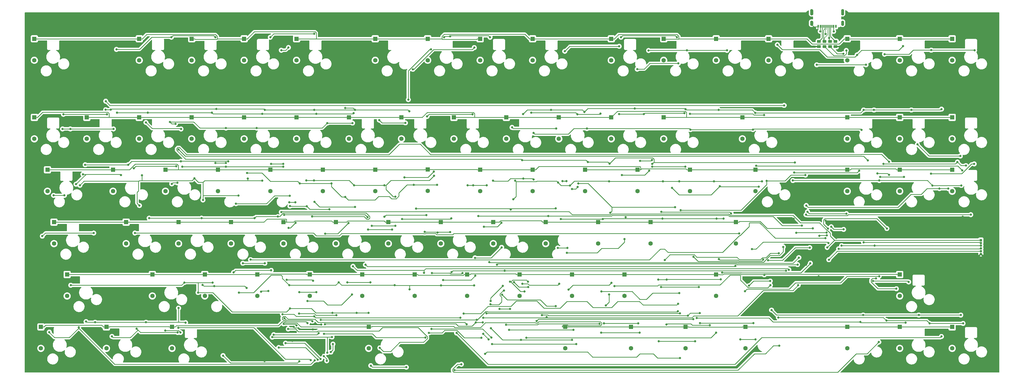
<source format=gbr>
%TF.GenerationSoftware,KiCad,Pcbnew,(6.0.1)*%
%TF.CreationDate,2022-03-06T15:28:15-08:00*%
%TF.ProjectId,Ramen80,52616d65-6e38-4302-9e6b-696361645f70,v1.0.0*%
%TF.SameCoordinates,Original*%
%TF.FileFunction,Copper,L1,Top*%
%TF.FilePolarity,Positive*%
%FSLAX46Y46*%
G04 Gerber Fmt 4.6, Leading zero omitted, Abs format (unit mm)*
G04 Created by KiCad (PCBNEW (6.0.1)) date 2022-03-06 15:28:15*
%MOMM*%
%LPD*%
G01*
G04 APERTURE LIST*
G04 Aperture macros list*
%AMRoundRect*
0 Rectangle with rounded corners*
0 $1 Rounding radius*
0 $2 $3 $4 $5 $6 $7 $8 $9 X,Y pos of 4 corners*
0 Add a 4 corners polygon primitive as box body*
4,1,4,$2,$3,$4,$5,$6,$7,$8,$9,$2,$3,0*
0 Add four circle primitives for the rounded corners*
1,1,$1+$1,$2,$3*
1,1,$1+$1,$4,$5*
1,1,$1+$1,$6,$7*
1,1,$1+$1,$8,$9*
0 Add four rect primitives between the rounded corners*
20,1,$1+$1,$2,$3,$4,$5,0*
20,1,$1+$1,$4,$5,$6,$7,0*
20,1,$1+$1,$6,$7,$8,$9,0*
20,1,$1+$1,$8,$9,$2,$3,0*%
G04 Aperture macros list end*
%TA.AperFunction,EtchedComponent*%
%ADD10C,0.010000*%
%TD*%
%TA.AperFunction,SMDPad,CuDef*%
%ADD11RoundRect,0.250000X-0.450000X0.262500X-0.450000X-0.262500X0.450000X-0.262500X0.450000X0.262500X0*%
%TD*%
%TA.AperFunction,SMDPad,CuDef*%
%ADD12RoundRect,0.250000X0.450000X-0.262500X0.450000X0.262500X-0.450000X0.262500X-0.450000X-0.262500X0*%
%TD*%
%TA.AperFunction,SMDPad,CuDef*%
%ADD13R,0.600000X1.100000*%
%TD*%
%TA.AperFunction,SMDPad,CuDef*%
%ADD14R,0.300000X1.100000*%
%TD*%
%TA.AperFunction,ComponentPad*%
%ADD15O,0.950000X1.900000*%
%TD*%
%TA.AperFunction,ComponentPad*%
%ADD16O,0.800000X1.600000*%
%TD*%
%TA.AperFunction,ComponentPad*%
%ADD17R,1.600000X1.600000*%
%TD*%
%TA.AperFunction,ComponentPad*%
%ADD18C,1.600000*%
%TD*%
%TA.AperFunction,ComponentPad*%
%ADD19R,0.900000X0.900000*%
%TD*%
%TA.AperFunction,ComponentPad*%
%ADD20C,0.900000*%
%TD*%
%TA.AperFunction,ViaPad*%
%ADD21C,0.800000*%
%TD*%
%TA.AperFunction,Conductor*%
%ADD22C,0.250000*%
%TD*%
%TA.AperFunction,Conductor*%
%ADD23C,0.200000*%
%TD*%
G04 APERTURE END LIST*
D10*
%TO.C,J2*%
X329555000Y-53512500D02*
X329581000Y-53513500D01*
X329581000Y-53513500D02*
X329607000Y-53515500D01*
X329607000Y-53515500D02*
X329633000Y-53518500D01*
X329633000Y-53518500D02*
X329659000Y-53523500D01*
X329659000Y-53523500D02*
X329684000Y-53529500D01*
X329684000Y-53529500D02*
X329710000Y-53536500D01*
X329710000Y-53536500D02*
X329734000Y-53545500D01*
X329734000Y-53545500D02*
X329758000Y-53555500D01*
X329758000Y-53555500D02*
X329782000Y-53566500D01*
X329782000Y-53566500D02*
X329805000Y-53579500D01*
X329805000Y-53579500D02*
X329827000Y-53593500D01*
X329827000Y-53593500D02*
X329849000Y-53607500D01*
X329849000Y-53607500D02*
X329870000Y-53623500D01*
X329870000Y-53623500D02*
X329890000Y-53640500D01*
X329890000Y-53640500D02*
X329909000Y-53658500D01*
X329909000Y-53658500D02*
X329927000Y-53677500D01*
X329927000Y-53677500D02*
X329944000Y-53697500D01*
X329944000Y-53697500D02*
X329960000Y-53718500D01*
X329960000Y-53718500D02*
X329974000Y-53740500D01*
X329974000Y-53740500D02*
X329988000Y-53762500D01*
X329988000Y-53762500D02*
X330001000Y-53785500D01*
X330001000Y-53785500D02*
X330012000Y-53809500D01*
X330012000Y-53809500D02*
X330022000Y-53833500D01*
X330022000Y-53833500D02*
X330031000Y-53857500D01*
X330031000Y-53857500D02*
X330038000Y-53883500D01*
X330038000Y-53883500D02*
X330044000Y-53908500D01*
X330044000Y-53908500D02*
X330049000Y-53934500D01*
X330049000Y-53934500D02*
X330052000Y-53960500D01*
X330052000Y-53960500D02*
X330054000Y-53986500D01*
X330054000Y-53986500D02*
X330055000Y-54012500D01*
X330055000Y-54012500D02*
X330055000Y-54812500D01*
X330055000Y-54812500D02*
X330054000Y-54838500D01*
X330054000Y-54838500D02*
X330052000Y-54864500D01*
X330052000Y-54864500D02*
X330049000Y-54890500D01*
X330049000Y-54890500D02*
X330044000Y-54916500D01*
X330044000Y-54916500D02*
X330038000Y-54941500D01*
X330038000Y-54941500D02*
X330031000Y-54967500D01*
X330031000Y-54967500D02*
X330022000Y-54991500D01*
X330022000Y-54991500D02*
X330012000Y-55015500D01*
X330012000Y-55015500D02*
X330001000Y-55039500D01*
X330001000Y-55039500D02*
X329988000Y-55062500D01*
X329988000Y-55062500D02*
X329974000Y-55084500D01*
X329974000Y-55084500D02*
X329960000Y-55106500D01*
X329960000Y-55106500D02*
X329944000Y-55127500D01*
X329944000Y-55127500D02*
X329927000Y-55147500D01*
X329927000Y-55147500D02*
X329909000Y-55166500D01*
X329909000Y-55166500D02*
X329890000Y-55184500D01*
X329890000Y-55184500D02*
X329870000Y-55201500D01*
X329870000Y-55201500D02*
X329849000Y-55217500D01*
X329849000Y-55217500D02*
X329827000Y-55231500D01*
X329827000Y-55231500D02*
X329805000Y-55245500D01*
X329805000Y-55245500D02*
X329782000Y-55258500D01*
X329782000Y-55258500D02*
X329758000Y-55269500D01*
X329758000Y-55269500D02*
X329734000Y-55279500D01*
X329734000Y-55279500D02*
X329710000Y-55288500D01*
X329710000Y-55288500D02*
X329684000Y-55295500D01*
X329684000Y-55295500D02*
X329659000Y-55301500D01*
X329659000Y-55301500D02*
X329633000Y-55306500D01*
X329633000Y-55306500D02*
X329607000Y-55309500D01*
X329607000Y-55309500D02*
X329581000Y-55311500D01*
X329581000Y-55311500D02*
X329555000Y-55312500D01*
X329555000Y-55312500D02*
X329529000Y-55311500D01*
X329529000Y-55311500D02*
X329503000Y-55309500D01*
X329503000Y-55309500D02*
X329477000Y-55306500D01*
X329477000Y-55306500D02*
X329451000Y-55301500D01*
X329451000Y-55301500D02*
X329426000Y-55295500D01*
X329426000Y-55295500D02*
X329400000Y-55288500D01*
X329400000Y-55288500D02*
X329376000Y-55279500D01*
X329376000Y-55279500D02*
X329352000Y-55269500D01*
X329352000Y-55269500D02*
X329328000Y-55258500D01*
X329328000Y-55258500D02*
X329305000Y-55245500D01*
X329305000Y-55245500D02*
X329283000Y-55231500D01*
X329283000Y-55231500D02*
X329261000Y-55217500D01*
X329261000Y-55217500D02*
X329240000Y-55201500D01*
X329240000Y-55201500D02*
X329220000Y-55184500D01*
X329220000Y-55184500D02*
X329201000Y-55166500D01*
X329201000Y-55166500D02*
X329183000Y-55147500D01*
X329183000Y-55147500D02*
X329166000Y-55127500D01*
X329166000Y-55127500D02*
X329150000Y-55106500D01*
X329150000Y-55106500D02*
X329136000Y-55084500D01*
X329136000Y-55084500D02*
X329122000Y-55062500D01*
X329122000Y-55062500D02*
X329109000Y-55039500D01*
X329109000Y-55039500D02*
X329098000Y-55015500D01*
X329098000Y-55015500D02*
X329088000Y-54991500D01*
X329088000Y-54991500D02*
X329079000Y-54967500D01*
X329079000Y-54967500D02*
X329072000Y-54941500D01*
X329072000Y-54941500D02*
X329066000Y-54916500D01*
X329066000Y-54916500D02*
X329061000Y-54890500D01*
X329061000Y-54890500D02*
X329058000Y-54864500D01*
X329058000Y-54864500D02*
X329056000Y-54838500D01*
X329056000Y-54838500D02*
X329055000Y-54812500D01*
X329055000Y-54812500D02*
X329055000Y-54012500D01*
X329055000Y-54012500D02*
X329056000Y-53986500D01*
X329056000Y-53986500D02*
X329058000Y-53960500D01*
X329058000Y-53960500D02*
X329061000Y-53934500D01*
X329061000Y-53934500D02*
X329066000Y-53908500D01*
X329066000Y-53908500D02*
X329072000Y-53883500D01*
X329072000Y-53883500D02*
X329079000Y-53857500D01*
X329079000Y-53857500D02*
X329088000Y-53833500D01*
X329088000Y-53833500D02*
X329098000Y-53809500D01*
X329098000Y-53809500D02*
X329109000Y-53785500D01*
X329109000Y-53785500D02*
X329122000Y-53762500D01*
X329122000Y-53762500D02*
X329136000Y-53740500D01*
X329136000Y-53740500D02*
X329150000Y-53718500D01*
X329150000Y-53718500D02*
X329166000Y-53697500D01*
X329166000Y-53697500D02*
X329183000Y-53677500D01*
X329183000Y-53677500D02*
X329201000Y-53658500D01*
X329201000Y-53658500D02*
X329220000Y-53640500D01*
X329220000Y-53640500D02*
X329240000Y-53623500D01*
X329240000Y-53623500D02*
X329261000Y-53607500D01*
X329261000Y-53607500D02*
X329283000Y-53593500D01*
X329283000Y-53593500D02*
X329305000Y-53579500D01*
X329305000Y-53579500D02*
X329328000Y-53566500D01*
X329328000Y-53566500D02*
X329352000Y-53555500D01*
X329352000Y-53555500D02*
X329376000Y-53545500D01*
X329376000Y-53545500D02*
X329400000Y-53536500D01*
X329400000Y-53536500D02*
X329426000Y-53529500D01*
X329426000Y-53529500D02*
X329451000Y-53523500D01*
X329451000Y-53523500D02*
X329477000Y-53518500D01*
X329477000Y-53518500D02*
X329503000Y-53515500D01*
X329503000Y-53515500D02*
X329529000Y-53513500D01*
X329529000Y-53513500D02*
X329555000Y-53512500D01*
X329555000Y-53512500D02*
X329555000Y-53512500D01*
G36*
X329581000Y-53513500D02*
G01*
X329607000Y-53515500D01*
X329633000Y-53518500D01*
X329659000Y-53523500D01*
X329684000Y-53529500D01*
X329710000Y-53536500D01*
X329734000Y-53545500D01*
X329758000Y-53555500D01*
X329782000Y-53566500D01*
X329805000Y-53579500D01*
X329849000Y-53607500D01*
X329870000Y-53623500D01*
X329890000Y-53640500D01*
X329909000Y-53658500D01*
X329927000Y-53677500D01*
X329944000Y-53697500D01*
X329960000Y-53718500D01*
X329988000Y-53762500D01*
X330001000Y-53785500D01*
X330012000Y-53809500D01*
X330022000Y-53833500D01*
X330031000Y-53857500D01*
X330038000Y-53883500D01*
X330044000Y-53908500D01*
X330049000Y-53934500D01*
X330052000Y-53960500D01*
X330054000Y-53986500D01*
X330055000Y-54012500D01*
X330055000Y-54812500D01*
X330054000Y-54838500D01*
X330052000Y-54864500D01*
X330049000Y-54890500D01*
X330044000Y-54916500D01*
X330038000Y-54941500D01*
X330031000Y-54967500D01*
X330022000Y-54991500D01*
X330012000Y-55015500D01*
X330001000Y-55039500D01*
X329988000Y-55062500D01*
X329960000Y-55106500D01*
X329944000Y-55127500D01*
X329927000Y-55147500D01*
X329909000Y-55166500D01*
X329890000Y-55184500D01*
X329870000Y-55201500D01*
X329849000Y-55217500D01*
X329805000Y-55245500D01*
X329782000Y-55258500D01*
X329758000Y-55269500D01*
X329734000Y-55279500D01*
X329710000Y-55288500D01*
X329684000Y-55295500D01*
X329659000Y-55301500D01*
X329633000Y-55306500D01*
X329607000Y-55309500D01*
X329581000Y-55311500D01*
X329555000Y-55312500D01*
X329529000Y-55311500D01*
X329503000Y-55309500D01*
X329477000Y-55306500D01*
X329451000Y-55301500D01*
X329426000Y-55295500D01*
X329400000Y-55288500D01*
X329376000Y-55279500D01*
X329352000Y-55269500D01*
X329328000Y-55258500D01*
X329305000Y-55245500D01*
X329261000Y-55217500D01*
X329240000Y-55201500D01*
X329220000Y-55184500D01*
X329201000Y-55166500D01*
X329183000Y-55147500D01*
X329166000Y-55127500D01*
X329150000Y-55106500D01*
X329122000Y-55062500D01*
X329109000Y-55039500D01*
X329098000Y-55015500D01*
X329088000Y-54991500D01*
X329079000Y-54967500D01*
X329072000Y-54941500D01*
X329066000Y-54916500D01*
X329061000Y-54890500D01*
X329058000Y-54864500D01*
X329056000Y-54838500D01*
X329055000Y-54812500D01*
X329055000Y-54012500D01*
X329056000Y-53986500D01*
X329058000Y-53960500D01*
X329061000Y-53934500D01*
X329066000Y-53908500D01*
X329072000Y-53883500D01*
X329079000Y-53857500D01*
X329088000Y-53833500D01*
X329098000Y-53809500D01*
X329109000Y-53785500D01*
X329122000Y-53762500D01*
X329150000Y-53718500D01*
X329166000Y-53697500D01*
X329183000Y-53677500D01*
X329201000Y-53658500D01*
X329220000Y-53640500D01*
X329240000Y-53623500D01*
X329261000Y-53607500D01*
X329305000Y-53579500D01*
X329328000Y-53566500D01*
X329352000Y-53555500D01*
X329376000Y-53545500D01*
X329400000Y-53536500D01*
X329426000Y-53529500D01*
X329451000Y-53523500D01*
X329477000Y-53518500D01*
X329503000Y-53515500D01*
X329529000Y-53513500D01*
X329555000Y-53512500D01*
X329581000Y-53513500D01*
G37*
X329581000Y-53513500D02*
X329607000Y-53515500D01*
X329633000Y-53518500D01*
X329659000Y-53523500D01*
X329684000Y-53529500D01*
X329710000Y-53536500D01*
X329734000Y-53545500D01*
X329758000Y-53555500D01*
X329782000Y-53566500D01*
X329805000Y-53579500D01*
X329849000Y-53607500D01*
X329870000Y-53623500D01*
X329890000Y-53640500D01*
X329909000Y-53658500D01*
X329927000Y-53677500D01*
X329944000Y-53697500D01*
X329960000Y-53718500D01*
X329988000Y-53762500D01*
X330001000Y-53785500D01*
X330012000Y-53809500D01*
X330022000Y-53833500D01*
X330031000Y-53857500D01*
X330038000Y-53883500D01*
X330044000Y-53908500D01*
X330049000Y-53934500D01*
X330052000Y-53960500D01*
X330054000Y-53986500D01*
X330055000Y-54012500D01*
X330055000Y-54812500D01*
X330054000Y-54838500D01*
X330052000Y-54864500D01*
X330049000Y-54890500D01*
X330044000Y-54916500D01*
X330038000Y-54941500D01*
X330031000Y-54967500D01*
X330022000Y-54991500D01*
X330012000Y-55015500D01*
X330001000Y-55039500D01*
X329988000Y-55062500D01*
X329960000Y-55106500D01*
X329944000Y-55127500D01*
X329927000Y-55147500D01*
X329909000Y-55166500D01*
X329890000Y-55184500D01*
X329870000Y-55201500D01*
X329849000Y-55217500D01*
X329805000Y-55245500D01*
X329782000Y-55258500D01*
X329758000Y-55269500D01*
X329734000Y-55279500D01*
X329710000Y-55288500D01*
X329684000Y-55295500D01*
X329659000Y-55301500D01*
X329633000Y-55306500D01*
X329607000Y-55309500D01*
X329581000Y-55311500D01*
X329555000Y-55312500D01*
X329529000Y-55311500D01*
X329503000Y-55309500D01*
X329477000Y-55306500D01*
X329451000Y-55301500D01*
X329426000Y-55295500D01*
X329400000Y-55288500D01*
X329376000Y-55279500D01*
X329352000Y-55269500D01*
X329328000Y-55258500D01*
X329305000Y-55245500D01*
X329261000Y-55217500D01*
X329240000Y-55201500D01*
X329220000Y-55184500D01*
X329201000Y-55166500D01*
X329183000Y-55147500D01*
X329166000Y-55127500D01*
X329150000Y-55106500D01*
X329122000Y-55062500D01*
X329109000Y-55039500D01*
X329098000Y-55015500D01*
X329088000Y-54991500D01*
X329079000Y-54967500D01*
X329072000Y-54941500D01*
X329066000Y-54916500D01*
X329061000Y-54890500D01*
X329058000Y-54864500D01*
X329056000Y-54838500D01*
X329055000Y-54812500D01*
X329055000Y-54012500D01*
X329056000Y-53986500D01*
X329058000Y-53960500D01*
X329061000Y-53934500D01*
X329066000Y-53908500D01*
X329072000Y-53883500D01*
X329079000Y-53857500D01*
X329088000Y-53833500D01*
X329098000Y-53809500D01*
X329109000Y-53785500D01*
X329122000Y-53762500D01*
X329150000Y-53718500D01*
X329166000Y-53697500D01*
X329183000Y-53677500D01*
X329201000Y-53658500D01*
X329220000Y-53640500D01*
X329240000Y-53623500D01*
X329261000Y-53607500D01*
X329305000Y-53579500D01*
X329328000Y-53566500D01*
X329352000Y-53555500D01*
X329376000Y-53545500D01*
X329400000Y-53536500D01*
X329426000Y-53529500D01*
X329451000Y-53523500D01*
X329477000Y-53518500D01*
X329503000Y-53515500D01*
X329529000Y-53513500D01*
X329555000Y-53512500D01*
X329581000Y-53513500D01*
X329555000Y-49312500D02*
X329581000Y-49313500D01*
X329581000Y-49313500D02*
X329607000Y-49315500D01*
X329607000Y-49315500D02*
X329633000Y-49318500D01*
X329633000Y-49318500D02*
X329659000Y-49323500D01*
X329659000Y-49323500D02*
X329684000Y-49329500D01*
X329684000Y-49329500D02*
X329710000Y-49336500D01*
X329710000Y-49336500D02*
X329734000Y-49345500D01*
X329734000Y-49345500D02*
X329758000Y-49355500D01*
X329758000Y-49355500D02*
X329782000Y-49366500D01*
X329782000Y-49366500D02*
X329805000Y-49379500D01*
X329805000Y-49379500D02*
X329827000Y-49393500D01*
X329827000Y-49393500D02*
X329849000Y-49407500D01*
X329849000Y-49407500D02*
X329870000Y-49423500D01*
X329870000Y-49423500D02*
X329890000Y-49440500D01*
X329890000Y-49440500D02*
X329909000Y-49458500D01*
X329909000Y-49458500D02*
X329927000Y-49477500D01*
X329927000Y-49477500D02*
X329944000Y-49497500D01*
X329944000Y-49497500D02*
X329960000Y-49518500D01*
X329960000Y-49518500D02*
X329974000Y-49540500D01*
X329974000Y-49540500D02*
X329988000Y-49562500D01*
X329988000Y-49562500D02*
X330001000Y-49585500D01*
X330001000Y-49585500D02*
X330012000Y-49609500D01*
X330012000Y-49609500D02*
X330022000Y-49633500D01*
X330022000Y-49633500D02*
X330031000Y-49657500D01*
X330031000Y-49657500D02*
X330038000Y-49683500D01*
X330038000Y-49683500D02*
X330044000Y-49708500D01*
X330044000Y-49708500D02*
X330049000Y-49734500D01*
X330049000Y-49734500D02*
X330052000Y-49760500D01*
X330052000Y-49760500D02*
X330054000Y-49786500D01*
X330054000Y-49786500D02*
X330055000Y-49812500D01*
X330055000Y-49812500D02*
X330055000Y-51012500D01*
X330055000Y-51012500D02*
X330054000Y-51038500D01*
X330054000Y-51038500D02*
X330052000Y-51064500D01*
X330052000Y-51064500D02*
X330049000Y-51090500D01*
X330049000Y-51090500D02*
X330044000Y-51116500D01*
X330044000Y-51116500D02*
X330038000Y-51141500D01*
X330038000Y-51141500D02*
X330031000Y-51167500D01*
X330031000Y-51167500D02*
X330022000Y-51191500D01*
X330022000Y-51191500D02*
X330012000Y-51215500D01*
X330012000Y-51215500D02*
X330001000Y-51239500D01*
X330001000Y-51239500D02*
X329988000Y-51262500D01*
X329988000Y-51262500D02*
X329974000Y-51284500D01*
X329974000Y-51284500D02*
X329960000Y-51306500D01*
X329960000Y-51306500D02*
X329944000Y-51327500D01*
X329944000Y-51327500D02*
X329927000Y-51347500D01*
X329927000Y-51347500D02*
X329909000Y-51366500D01*
X329909000Y-51366500D02*
X329890000Y-51384500D01*
X329890000Y-51384500D02*
X329870000Y-51401500D01*
X329870000Y-51401500D02*
X329849000Y-51417500D01*
X329849000Y-51417500D02*
X329827000Y-51431500D01*
X329827000Y-51431500D02*
X329805000Y-51445500D01*
X329805000Y-51445500D02*
X329782000Y-51458500D01*
X329782000Y-51458500D02*
X329758000Y-51469500D01*
X329758000Y-51469500D02*
X329734000Y-51479500D01*
X329734000Y-51479500D02*
X329710000Y-51488500D01*
X329710000Y-51488500D02*
X329684000Y-51495500D01*
X329684000Y-51495500D02*
X329659000Y-51501500D01*
X329659000Y-51501500D02*
X329633000Y-51506500D01*
X329633000Y-51506500D02*
X329607000Y-51509500D01*
X329607000Y-51509500D02*
X329581000Y-51511500D01*
X329581000Y-51511500D02*
X329555000Y-51512500D01*
X329555000Y-51512500D02*
X329529000Y-51511500D01*
X329529000Y-51511500D02*
X329503000Y-51509500D01*
X329503000Y-51509500D02*
X329477000Y-51506500D01*
X329477000Y-51506500D02*
X329451000Y-51501500D01*
X329451000Y-51501500D02*
X329426000Y-51495500D01*
X329426000Y-51495500D02*
X329400000Y-51488500D01*
X329400000Y-51488500D02*
X329376000Y-51479500D01*
X329376000Y-51479500D02*
X329352000Y-51469500D01*
X329352000Y-51469500D02*
X329328000Y-51458500D01*
X329328000Y-51458500D02*
X329305000Y-51445500D01*
X329305000Y-51445500D02*
X329283000Y-51431500D01*
X329283000Y-51431500D02*
X329261000Y-51417500D01*
X329261000Y-51417500D02*
X329240000Y-51401500D01*
X329240000Y-51401500D02*
X329220000Y-51384500D01*
X329220000Y-51384500D02*
X329201000Y-51366500D01*
X329201000Y-51366500D02*
X329183000Y-51347500D01*
X329183000Y-51347500D02*
X329166000Y-51327500D01*
X329166000Y-51327500D02*
X329150000Y-51306500D01*
X329150000Y-51306500D02*
X329136000Y-51284500D01*
X329136000Y-51284500D02*
X329122000Y-51262500D01*
X329122000Y-51262500D02*
X329109000Y-51239500D01*
X329109000Y-51239500D02*
X329098000Y-51215500D01*
X329098000Y-51215500D02*
X329088000Y-51191500D01*
X329088000Y-51191500D02*
X329079000Y-51167500D01*
X329079000Y-51167500D02*
X329072000Y-51141500D01*
X329072000Y-51141500D02*
X329066000Y-51116500D01*
X329066000Y-51116500D02*
X329061000Y-51090500D01*
X329061000Y-51090500D02*
X329058000Y-51064500D01*
X329058000Y-51064500D02*
X329056000Y-51038500D01*
X329056000Y-51038500D02*
X329055000Y-51012500D01*
X329055000Y-51012500D02*
X329055000Y-49812500D01*
X329055000Y-49812500D02*
X329056000Y-49786500D01*
X329056000Y-49786500D02*
X329058000Y-49760500D01*
X329058000Y-49760500D02*
X329061000Y-49734500D01*
X329061000Y-49734500D02*
X329066000Y-49708500D01*
X329066000Y-49708500D02*
X329072000Y-49683500D01*
X329072000Y-49683500D02*
X329079000Y-49657500D01*
X329079000Y-49657500D02*
X329088000Y-49633500D01*
X329088000Y-49633500D02*
X329098000Y-49609500D01*
X329098000Y-49609500D02*
X329109000Y-49585500D01*
X329109000Y-49585500D02*
X329122000Y-49562500D01*
X329122000Y-49562500D02*
X329136000Y-49540500D01*
X329136000Y-49540500D02*
X329150000Y-49518500D01*
X329150000Y-49518500D02*
X329166000Y-49497500D01*
X329166000Y-49497500D02*
X329183000Y-49477500D01*
X329183000Y-49477500D02*
X329201000Y-49458500D01*
X329201000Y-49458500D02*
X329220000Y-49440500D01*
X329220000Y-49440500D02*
X329240000Y-49423500D01*
X329240000Y-49423500D02*
X329261000Y-49407500D01*
X329261000Y-49407500D02*
X329283000Y-49393500D01*
X329283000Y-49393500D02*
X329305000Y-49379500D01*
X329305000Y-49379500D02*
X329328000Y-49366500D01*
X329328000Y-49366500D02*
X329352000Y-49355500D01*
X329352000Y-49355500D02*
X329376000Y-49345500D01*
X329376000Y-49345500D02*
X329400000Y-49336500D01*
X329400000Y-49336500D02*
X329426000Y-49329500D01*
X329426000Y-49329500D02*
X329451000Y-49323500D01*
X329451000Y-49323500D02*
X329477000Y-49318500D01*
X329477000Y-49318500D02*
X329503000Y-49315500D01*
X329503000Y-49315500D02*
X329529000Y-49313500D01*
X329529000Y-49313500D02*
X329555000Y-49312500D01*
X329555000Y-49312500D02*
X329555000Y-49312500D01*
G36*
X329581000Y-49313500D02*
G01*
X329607000Y-49315500D01*
X329633000Y-49318500D01*
X329659000Y-49323500D01*
X329684000Y-49329500D01*
X329710000Y-49336500D01*
X329734000Y-49345500D01*
X329758000Y-49355500D01*
X329782000Y-49366500D01*
X329805000Y-49379500D01*
X329849000Y-49407500D01*
X329870000Y-49423500D01*
X329890000Y-49440500D01*
X329909000Y-49458500D01*
X329927000Y-49477500D01*
X329944000Y-49497500D01*
X329960000Y-49518500D01*
X329988000Y-49562500D01*
X330001000Y-49585500D01*
X330012000Y-49609500D01*
X330022000Y-49633500D01*
X330031000Y-49657500D01*
X330038000Y-49683500D01*
X330044000Y-49708500D01*
X330049000Y-49734500D01*
X330052000Y-49760500D01*
X330054000Y-49786500D01*
X330055000Y-49812500D01*
X330055000Y-51012500D01*
X330054000Y-51038500D01*
X330052000Y-51064500D01*
X330049000Y-51090500D01*
X330044000Y-51116500D01*
X330038000Y-51141500D01*
X330031000Y-51167500D01*
X330022000Y-51191500D01*
X330012000Y-51215500D01*
X330001000Y-51239500D01*
X329988000Y-51262500D01*
X329960000Y-51306500D01*
X329944000Y-51327500D01*
X329927000Y-51347500D01*
X329909000Y-51366500D01*
X329890000Y-51384500D01*
X329870000Y-51401500D01*
X329849000Y-51417500D01*
X329805000Y-51445500D01*
X329782000Y-51458500D01*
X329758000Y-51469500D01*
X329734000Y-51479500D01*
X329710000Y-51488500D01*
X329684000Y-51495500D01*
X329659000Y-51501500D01*
X329633000Y-51506500D01*
X329607000Y-51509500D01*
X329581000Y-51511500D01*
X329555000Y-51512500D01*
X329529000Y-51511500D01*
X329503000Y-51509500D01*
X329477000Y-51506500D01*
X329451000Y-51501500D01*
X329426000Y-51495500D01*
X329400000Y-51488500D01*
X329376000Y-51479500D01*
X329352000Y-51469500D01*
X329328000Y-51458500D01*
X329305000Y-51445500D01*
X329261000Y-51417500D01*
X329240000Y-51401500D01*
X329220000Y-51384500D01*
X329201000Y-51366500D01*
X329183000Y-51347500D01*
X329166000Y-51327500D01*
X329150000Y-51306500D01*
X329122000Y-51262500D01*
X329109000Y-51239500D01*
X329098000Y-51215500D01*
X329088000Y-51191500D01*
X329079000Y-51167500D01*
X329072000Y-51141500D01*
X329066000Y-51116500D01*
X329061000Y-51090500D01*
X329058000Y-51064500D01*
X329056000Y-51038500D01*
X329055000Y-51012500D01*
X329055000Y-49812500D01*
X329056000Y-49786500D01*
X329058000Y-49760500D01*
X329061000Y-49734500D01*
X329066000Y-49708500D01*
X329072000Y-49683500D01*
X329079000Y-49657500D01*
X329088000Y-49633500D01*
X329098000Y-49609500D01*
X329109000Y-49585500D01*
X329122000Y-49562500D01*
X329150000Y-49518500D01*
X329166000Y-49497500D01*
X329183000Y-49477500D01*
X329201000Y-49458500D01*
X329220000Y-49440500D01*
X329240000Y-49423500D01*
X329261000Y-49407500D01*
X329305000Y-49379500D01*
X329328000Y-49366500D01*
X329352000Y-49355500D01*
X329376000Y-49345500D01*
X329400000Y-49336500D01*
X329426000Y-49329500D01*
X329451000Y-49323500D01*
X329477000Y-49318500D01*
X329503000Y-49315500D01*
X329529000Y-49313500D01*
X329555000Y-49312500D01*
X329581000Y-49313500D01*
G37*
X329581000Y-49313500D02*
X329607000Y-49315500D01*
X329633000Y-49318500D01*
X329659000Y-49323500D01*
X329684000Y-49329500D01*
X329710000Y-49336500D01*
X329734000Y-49345500D01*
X329758000Y-49355500D01*
X329782000Y-49366500D01*
X329805000Y-49379500D01*
X329849000Y-49407500D01*
X329870000Y-49423500D01*
X329890000Y-49440500D01*
X329909000Y-49458500D01*
X329927000Y-49477500D01*
X329944000Y-49497500D01*
X329960000Y-49518500D01*
X329988000Y-49562500D01*
X330001000Y-49585500D01*
X330012000Y-49609500D01*
X330022000Y-49633500D01*
X330031000Y-49657500D01*
X330038000Y-49683500D01*
X330044000Y-49708500D01*
X330049000Y-49734500D01*
X330052000Y-49760500D01*
X330054000Y-49786500D01*
X330055000Y-49812500D01*
X330055000Y-51012500D01*
X330054000Y-51038500D01*
X330052000Y-51064500D01*
X330049000Y-51090500D01*
X330044000Y-51116500D01*
X330038000Y-51141500D01*
X330031000Y-51167500D01*
X330022000Y-51191500D01*
X330012000Y-51215500D01*
X330001000Y-51239500D01*
X329988000Y-51262500D01*
X329960000Y-51306500D01*
X329944000Y-51327500D01*
X329927000Y-51347500D01*
X329909000Y-51366500D01*
X329890000Y-51384500D01*
X329870000Y-51401500D01*
X329849000Y-51417500D01*
X329805000Y-51445500D01*
X329782000Y-51458500D01*
X329758000Y-51469500D01*
X329734000Y-51479500D01*
X329710000Y-51488500D01*
X329684000Y-51495500D01*
X329659000Y-51501500D01*
X329633000Y-51506500D01*
X329607000Y-51509500D01*
X329581000Y-51511500D01*
X329555000Y-51512500D01*
X329529000Y-51511500D01*
X329503000Y-51509500D01*
X329477000Y-51506500D01*
X329451000Y-51501500D01*
X329426000Y-51495500D01*
X329400000Y-51488500D01*
X329376000Y-51479500D01*
X329352000Y-51469500D01*
X329328000Y-51458500D01*
X329305000Y-51445500D01*
X329261000Y-51417500D01*
X329240000Y-51401500D01*
X329220000Y-51384500D01*
X329201000Y-51366500D01*
X329183000Y-51347500D01*
X329166000Y-51327500D01*
X329150000Y-51306500D01*
X329122000Y-51262500D01*
X329109000Y-51239500D01*
X329098000Y-51215500D01*
X329088000Y-51191500D01*
X329079000Y-51167500D01*
X329072000Y-51141500D01*
X329066000Y-51116500D01*
X329061000Y-51090500D01*
X329058000Y-51064500D01*
X329056000Y-51038500D01*
X329055000Y-51012500D01*
X329055000Y-49812500D01*
X329056000Y-49786500D01*
X329058000Y-49760500D01*
X329061000Y-49734500D01*
X329066000Y-49708500D01*
X329072000Y-49683500D01*
X329079000Y-49657500D01*
X329088000Y-49633500D01*
X329098000Y-49609500D01*
X329109000Y-49585500D01*
X329122000Y-49562500D01*
X329150000Y-49518500D01*
X329166000Y-49497500D01*
X329183000Y-49477500D01*
X329201000Y-49458500D01*
X329220000Y-49440500D01*
X329240000Y-49423500D01*
X329261000Y-49407500D01*
X329305000Y-49379500D01*
X329328000Y-49366500D01*
X329352000Y-49355500D01*
X329376000Y-49345500D01*
X329400000Y-49336500D01*
X329426000Y-49329500D01*
X329451000Y-49323500D01*
X329477000Y-49318500D01*
X329503000Y-49315500D01*
X329529000Y-49313500D01*
X329555000Y-49312500D01*
X329581000Y-49313500D01*
X318315000Y-53512500D02*
X318341000Y-53513500D01*
X318341000Y-53513500D02*
X318367000Y-53515500D01*
X318367000Y-53515500D02*
X318393000Y-53518500D01*
X318393000Y-53518500D02*
X318419000Y-53523500D01*
X318419000Y-53523500D02*
X318444000Y-53529500D01*
X318444000Y-53529500D02*
X318470000Y-53536500D01*
X318470000Y-53536500D02*
X318494000Y-53545500D01*
X318494000Y-53545500D02*
X318518000Y-53555500D01*
X318518000Y-53555500D02*
X318542000Y-53566500D01*
X318542000Y-53566500D02*
X318565000Y-53579500D01*
X318565000Y-53579500D02*
X318587000Y-53593500D01*
X318587000Y-53593500D02*
X318609000Y-53607500D01*
X318609000Y-53607500D02*
X318630000Y-53623500D01*
X318630000Y-53623500D02*
X318650000Y-53640500D01*
X318650000Y-53640500D02*
X318669000Y-53658500D01*
X318669000Y-53658500D02*
X318687000Y-53677500D01*
X318687000Y-53677500D02*
X318704000Y-53697500D01*
X318704000Y-53697500D02*
X318720000Y-53718500D01*
X318720000Y-53718500D02*
X318734000Y-53740500D01*
X318734000Y-53740500D02*
X318748000Y-53762500D01*
X318748000Y-53762500D02*
X318761000Y-53785500D01*
X318761000Y-53785500D02*
X318772000Y-53809500D01*
X318772000Y-53809500D02*
X318782000Y-53833500D01*
X318782000Y-53833500D02*
X318791000Y-53857500D01*
X318791000Y-53857500D02*
X318798000Y-53883500D01*
X318798000Y-53883500D02*
X318804000Y-53908500D01*
X318804000Y-53908500D02*
X318809000Y-53934500D01*
X318809000Y-53934500D02*
X318812000Y-53960500D01*
X318812000Y-53960500D02*
X318814000Y-53986500D01*
X318814000Y-53986500D02*
X318815000Y-54012500D01*
X318815000Y-54012500D02*
X318815000Y-54812500D01*
X318815000Y-54812500D02*
X318814000Y-54838500D01*
X318814000Y-54838500D02*
X318812000Y-54864500D01*
X318812000Y-54864500D02*
X318809000Y-54890500D01*
X318809000Y-54890500D02*
X318804000Y-54916500D01*
X318804000Y-54916500D02*
X318798000Y-54941500D01*
X318798000Y-54941500D02*
X318791000Y-54967500D01*
X318791000Y-54967500D02*
X318782000Y-54991500D01*
X318782000Y-54991500D02*
X318772000Y-55015500D01*
X318772000Y-55015500D02*
X318761000Y-55039500D01*
X318761000Y-55039500D02*
X318748000Y-55062500D01*
X318748000Y-55062500D02*
X318734000Y-55084500D01*
X318734000Y-55084500D02*
X318720000Y-55106500D01*
X318720000Y-55106500D02*
X318704000Y-55127500D01*
X318704000Y-55127500D02*
X318687000Y-55147500D01*
X318687000Y-55147500D02*
X318669000Y-55166500D01*
X318669000Y-55166500D02*
X318650000Y-55184500D01*
X318650000Y-55184500D02*
X318630000Y-55201500D01*
X318630000Y-55201500D02*
X318609000Y-55217500D01*
X318609000Y-55217500D02*
X318587000Y-55231500D01*
X318587000Y-55231500D02*
X318565000Y-55245500D01*
X318565000Y-55245500D02*
X318542000Y-55258500D01*
X318542000Y-55258500D02*
X318518000Y-55269500D01*
X318518000Y-55269500D02*
X318494000Y-55279500D01*
X318494000Y-55279500D02*
X318470000Y-55288500D01*
X318470000Y-55288500D02*
X318444000Y-55295500D01*
X318444000Y-55295500D02*
X318419000Y-55301500D01*
X318419000Y-55301500D02*
X318393000Y-55306500D01*
X318393000Y-55306500D02*
X318367000Y-55309500D01*
X318367000Y-55309500D02*
X318341000Y-55311500D01*
X318341000Y-55311500D02*
X318315000Y-55312500D01*
X318315000Y-55312500D02*
X318289000Y-55311500D01*
X318289000Y-55311500D02*
X318263000Y-55309500D01*
X318263000Y-55309500D02*
X318237000Y-55306500D01*
X318237000Y-55306500D02*
X318211000Y-55301500D01*
X318211000Y-55301500D02*
X318186000Y-55295500D01*
X318186000Y-55295500D02*
X318160000Y-55288500D01*
X318160000Y-55288500D02*
X318136000Y-55279500D01*
X318136000Y-55279500D02*
X318112000Y-55269500D01*
X318112000Y-55269500D02*
X318088000Y-55258500D01*
X318088000Y-55258500D02*
X318065000Y-55245500D01*
X318065000Y-55245500D02*
X318043000Y-55231500D01*
X318043000Y-55231500D02*
X318021000Y-55217500D01*
X318021000Y-55217500D02*
X318000000Y-55201500D01*
X318000000Y-55201500D02*
X317980000Y-55184500D01*
X317980000Y-55184500D02*
X317961000Y-55166500D01*
X317961000Y-55166500D02*
X317943000Y-55147500D01*
X317943000Y-55147500D02*
X317926000Y-55127500D01*
X317926000Y-55127500D02*
X317910000Y-55106500D01*
X317910000Y-55106500D02*
X317896000Y-55084500D01*
X317896000Y-55084500D02*
X317882000Y-55062500D01*
X317882000Y-55062500D02*
X317869000Y-55039500D01*
X317869000Y-55039500D02*
X317858000Y-55015500D01*
X317858000Y-55015500D02*
X317848000Y-54991500D01*
X317848000Y-54991500D02*
X317839000Y-54967500D01*
X317839000Y-54967500D02*
X317832000Y-54941500D01*
X317832000Y-54941500D02*
X317826000Y-54916500D01*
X317826000Y-54916500D02*
X317821000Y-54890500D01*
X317821000Y-54890500D02*
X317818000Y-54864500D01*
X317818000Y-54864500D02*
X317816000Y-54838500D01*
X317816000Y-54838500D02*
X317815000Y-54812500D01*
X317815000Y-54812500D02*
X317815000Y-54012500D01*
X317815000Y-54012500D02*
X317816000Y-53986500D01*
X317816000Y-53986500D02*
X317818000Y-53960500D01*
X317818000Y-53960500D02*
X317821000Y-53934500D01*
X317821000Y-53934500D02*
X317826000Y-53908500D01*
X317826000Y-53908500D02*
X317832000Y-53883500D01*
X317832000Y-53883500D02*
X317839000Y-53857500D01*
X317839000Y-53857500D02*
X317848000Y-53833500D01*
X317848000Y-53833500D02*
X317858000Y-53809500D01*
X317858000Y-53809500D02*
X317869000Y-53785500D01*
X317869000Y-53785500D02*
X317882000Y-53762500D01*
X317882000Y-53762500D02*
X317896000Y-53740500D01*
X317896000Y-53740500D02*
X317910000Y-53718500D01*
X317910000Y-53718500D02*
X317926000Y-53697500D01*
X317926000Y-53697500D02*
X317943000Y-53677500D01*
X317943000Y-53677500D02*
X317961000Y-53658500D01*
X317961000Y-53658500D02*
X317980000Y-53640500D01*
X317980000Y-53640500D02*
X318000000Y-53623500D01*
X318000000Y-53623500D02*
X318021000Y-53607500D01*
X318021000Y-53607500D02*
X318043000Y-53593500D01*
X318043000Y-53593500D02*
X318065000Y-53579500D01*
X318065000Y-53579500D02*
X318088000Y-53566500D01*
X318088000Y-53566500D02*
X318112000Y-53555500D01*
X318112000Y-53555500D02*
X318136000Y-53545500D01*
X318136000Y-53545500D02*
X318160000Y-53536500D01*
X318160000Y-53536500D02*
X318186000Y-53529500D01*
X318186000Y-53529500D02*
X318211000Y-53523500D01*
X318211000Y-53523500D02*
X318237000Y-53518500D01*
X318237000Y-53518500D02*
X318263000Y-53515500D01*
X318263000Y-53515500D02*
X318289000Y-53513500D01*
X318289000Y-53513500D02*
X318315000Y-53512500D01*
X318315000Y-53512500D02*
X318315000Y-53512500D01*
G36*
X318341000Y-53513500D02*
G01*
X318367000Y-53515500D01*
X318393000Y-53518500D01*
X318419000Y-53523500D01*
X318444000Y-53529500D01*
X318470000Y-53536500D01*
X318494000Y-53545500D01*
X318518000Y-53555500D01*
X318542000Y-53566500D01*
X318565000Y-53579500D01*
X318609000Y-53607500D01*
X318630000Y-53623500D01*
X318650000Y-53640500D01*
X318669000Y-53658500D01*
X318687000Y-53677500D01*
X318704000Y-53697500D01*
X318720000Y-53718500D01*
X318748000Y-53762500D01*
X318761000Y-53785500D01*
X318772000Y-53809500D01*
X318782000Y-53833500D01*
X318791000Y-53857500D01*
X318798000Y-53883500D01*
X318804000Y-53908500D01*
X318809000Y-53934500D01*
X318812000Y-53960500D01*
X318814000Y-53986500D01*
X318815000Y-54012500D01*
X318815000Y-54812500D01*
X318814000Y-54838500D01*
X318812000Y-54864500D01*
X318809000Y-54890500D01*
X318804000Y-54916500D01*
X318798000Y-54941500D01*
X318791000Y-54967500D01*
X318782000Y-54991500D01*
X318772000Y-55015500D01*
X318761000Y-55039500D01*
X318748000Y-55062500D01*
X318720000Y-55106500D01*
X318704000Y-55127500D01*
X318687000Y-55147500D01*
X318669000Y-55166500D01*
X318650000Y-55184500D01*
X318630000Y-55201500D01*
X318609000Y-55217500D01*
X318565000Y-55245500D01*
X318542000Y-55258500D01*
X318518000Y-55269500D01*
X318494000Y-55279500D01*
X318470000Y-55288500D01*
X318444000Y-55295500D01*
X318419000Y-55301500D01*
X318393000Y-55306500D01*
X318367000Y-55309500D01*
X318341000Y-55311500D01*
X318315000Y-55312500D01*
X318289000Y-55311500D01*
X318263000Y-55309500D01*
X318237000Y-55306500D01*
X318211000Y-55301500D01*
X318186000Y-55295500D01*
X318160000Y-55288500D01*
X318136000Y-55279500D01*
X318112000Y-55269500D01*
X318088000Y-55258500D01*
X318065000Y-55245500D01*
X318021000Y-55217500D01*
X318000000Y-55201500D01*
X317980000Y-55184500D01*
X317961000Y-55166500D01*
X317943000Y-55147500D01*
X317926000Y-55127500D01*
X317910000Y-55106500D01*
X317882000Y-55062500D01*
X317869000Y-55039500D01*
X317858000Y-55015500D01*
X317848000Y-54991500D01*
X317839000Y-54967500D01*
X317832000Y-54941500D01*
X317826000Y-54916500D01*
X317821000Y-54890500D01*
X317818000Y-54864500D01*
X317816000Y-54838500D01*
X317815000Y-54812500D01*
X317815000Y-54012500D01*
X317816000Y-53986500D01*
X317818000Y-53960500D01*
X317821000Y-53934500D01*
X317826000Y-53908500D01*
X317832000Y-53883500D01*
X317839000Y-53857500D01*
X317848000Y-53833500D01*
X317858000Y-53809500D01*
X317869000Y-53785500D01*
X317882000Y-53762500D01*
X317910000Y-53718500D01*
X317926000Y-53697500D01*
X317943000Y-53677500D01*
X317961000Y-53658500D01*
X317980000Y-53640500D01*
X318000000Y-53623500D01*
X318021000Y-53607500D01*
X318065000Y-53579500D01*
X318088000Y-53566500D01*
X318112000Y-53555500D01*
X318136000Y-53545500D01*
X318160000Y-53536500D01*
X318186000Y-53529500D01*
X318211000Y-53523500D01*
X318237000Y-53518500D01*
X318263000Y-53515500D01*
X318289000Y-53513500D01*
X318315000Y-53512500D01*
X318341000Y-53513500D01*
G37*
X318341000Y-53513500D02*
X318367000Y-53515500D01*
X318393000Y-53518500D01*
X318419000Y-53523500D01*
X318444000Y-53529500D01*
X318470000Y-53536500D01*
X318494000Y-53545500D01*
X318518000Y-53555500D01*
X318542000Y-53566500D01*
X318565000Y-53579500D01*
X318609000Y-53607500D01*
X318630000Y-53623500D01*
X318650000Y-53640500D01*
X318669000Y-53658500D01*
X318687000Y-53677500D01*
X318704000Y-53697500D01*
X318720000Y-53718500D01*
X318748000Y-53762500D01*
X318761000Y-53785500D01*
X318772000Y-53809500D01*
X318782000Y-53833500D01*
X318791000Y-53857500D01*
X318798000Y-53883500D01*
X318804000Y-53908500D01*
X318809000Y-53934500D01*
X318812000Y-53960500D01*
X318814000Y-53986500D01*
X318815000Y-54012500D01*
X318815000Y-54812500D01*
X318814000Y-54838500D01*
X318812000Y-54864500D01*
X318809000Y-54890500D01*
X318804000Y-54916500D01*
X318798000Y-54941500D01*
X318791000Y-54967500D01*
X318782000Y-54991500D01*
X318772000Y-55015500D01*
X318761000Y-55039500D01*
X318748000Y-55062500D01*
X318720000Y-55106500D01*
X318704000Y-55127500D01*
X318687000Y-55147500D01*
X318669000Y-55166500D01*
X318650000Y-55184500D01*
X318630000Y-55201500D01*
X318609000Y-55217500D01*
X318565000Y-55245500D01*
X318542000Y-55258500D01*
X318518000Y-55269500D01*
X318494000Y-55279500D01*
X318470000Y-55288500D01*
X318444000Y-55295500D01*
X318419000Y-55301500D01*
X318393000Y-55306500D01*
X318367000Y-55309500D01*
X318341000Y-55311500D01*
X318315000Y-55312500D01*
X318289000Y-55311500D01*
X318263000Y-55309500D01*
X318237000Y-55306500D01*
X318211000Y-55301500D01*
X318186000Y-55295500D01*
X318160000Y-55288500D01*
X318136000Y-55279500D01*
X318112000Y-55269500D01*
X318088000Y-55258500D01*
X318065000Y-55245500D01*
X318021000Y-55217500D01*
X318000000Y-55201500D01*
X317980000Y-55184500D01*
X317961000Y-55166500D01*
X317943000Y-55147500D01*
X317926000Y-55127500D01*
X317910000Y-55106500D01*
X317882000Y-55062500D01*
X317869000Y-55039500D01*
X317858000Y-55015500D01*
X317848000Y-54991500D01*
X317839000Y-54967500D01*
X317832000Y-54941500D01*
X317826000Y-54916500D01*
X317821000Y-54890500D01*
X317818000Y-54864500D01*
X317816000Y-54838500D01*
X317815000Y-54812500D01*
X317815000Y-54012500D01*
X317816000Y-53986500D01*
X317818000Y-53960500D01*
X317821000Y-53934500D01*
X317826000Y-53908500D01*
X317832000Y-53883500D01*
X317839000Y-53857500D01*
X317848000Y-53833500D01*
X317858000Y-53809500D01*
X317869000Y-53785500D01*
X317882000Y-53762500D01*
X317910000Y-53718500D01*
X317926000Y-53697500D01*
X317943000Y-53677500D01*
X317961000Y-53658500D01*
X317980000Y-53640500D01*
X318000000Y-53623500D01*
X318021000Y-53607500D01*
X318065000Y-53579500D01*
X318088000Y-53566500D01*
X318112000Y-53555500D01*
X318136000Y-53545500D01*
X318160000Y-53536500D01*
X318186000Y-53529500D01*
X318211000Y-53523500D01*
X318237000Y-53518500D01*
X318263000Y-53515500D01*
X318289000Y-53513500D01*
X318315000Y-53512500D01*
X318341000Y-53513500D01*
X318315000Y-49312500D02*
X318341000Y-49313500D01*
X318341000Y-49313500D02*
X318367000Y-49315500D01*
X318367000Y-49315500D02*
X318393000Y-49318500D01*
X318393000Y-49318500D02*
X318419000Y-49323500D01*
X318419000Y-49323500D02*
X318444000Y-49329500D01*
X318444000Y-49329500D02*
X318470000Y-49336500D01*
X318470000Y-49336500D02*
X318494000Y-49345500D01*
X318494000Y-49345500D02*
X318518000Y-49355500D01*
X318518000Y-49355500D02*
X318542000Y-49366500D01*
X318542000Y-49366500D02*
X318565000Y-49379500D01*
X318565000Y-49379500D02*
X318587000Y-49393500D01*
X318587000Y-49393500D02*
X318609000Y-49407500D01*
X318609000Y-49407500D02*
X318630000Y-49423500D01*
X318630000Y-49423500D02*
X318650000Y-49440500D01*
X318650000Y-49440500D02*
X318669000Y-49458500D01*
X318669000Y-49458500D02*
X318687000Y-49477500D01*
X318687000Y-49477500D02*
X318704000Y-49497500D01*
X318704000Y-49497500D02*
X318720000Y-49518500D01*
X318720000Y-49518500D02*
X318734000Y-49540500D01*
X318734000Y-49540500D02*
X318748000Y-49562500D01*
X318748000Y-49562500D02*
X318761000Y-49585500D01*
X318761000Y-49585500D02*
X318772000Y-49609500D01*
X318772000Y-49609500D02*
X318782000Y-49633500D01*
X318782000Y-49633500D02*
X318791000Y-49657500D01*
X318791000Y-49657500D02*
X318798000Y-49683500D01*
X318798000Y-49683500D02*
X318804000Y-49708500D01*
X318804000Y-49708500D02*
X318809000Y-49734500D01*
X318809000Y-49734500D02*
X318812000Y-49760500D01*
X318812000Y-49760500D02*
X318814000Y-49786500D01*
X318814000Y-49786500D02*
X318815000Y-49812500D01*
X318815000Y-49812500D02*
X318815000Y-51012500D01*
X318815000Y-51012500D02*
X318814000Y-51038500D01*
X318814000Y-51038500D02*
X318812000Y-51064500D01*
X318812000Y-51064500D02*
X318809000Y-51090500D01*
X318809000Y-51090500D02*
X318804000Y-51116500D01*
X318804000Y-51116500D02*
X318798000Y-51141500D01*
X318798000Y-51141500D02*
X318791000Y-51167500D01*
X318791000Y-51167500D02*
X318782000Y-51191500D01*
X318782000Y-51191500D02*
X318772000Y-51215500D01*
X318772000Y-51215500D02*
X318761000Y-51239500D01*
X318761000Y-51239500D02*
X318748000Y-51262500D01*
X318748000Y-51262500D02*
X318734000Y-51284500D01*
X318734000Y-51284500D02*
X318720000Y-51306500D01*
X318720000Y-51306500D02*
X318704000Y-51327500D01*
X318704000Y-51327500D02*
X318687000Y-51347500D01*
X318687000Y-51347500D02*
X318669000Y-51366500D01*
X318669000Y-51366500D02*
X318650000Y-51384500D01*
X318650000Y-51384500D02*
X318630000Y-51401500D01*
X318630000Y-51401500D02*
X318609000Y-51417500D01*
X318609000Y-51417500D02*
X318587000Y-51431500D01*
X318587000Y-51431500D02*
X318565000Y-51445500D01*
X318565000Y-51445500D02*
X318542000Y-51458500D01*
X318542000Y-51458500D02*
X318518000Y-51469500D01*
X318518000Y-51469500D02*
X318494000Y-51479500D01*
X318494000Y-51479500D02*
X318470000Y-51488500D01*
X318470000Y-51488500D02*
X318444000Y-51495500D01*
X318444000Y-51495500D02*
X318419000Y-51501500D01*
X318419000Y-51501500D02*
X318393000Y-51506500D01*
X318393000Y-51506500D02*
X318367000Y-51509500D01*
X318367000Y-51509500D02*
X318341000Y-51511500D01*
X318341000Y-51511500D02*
X318315000Y-51512500D01*
X318315000Y-51512500D02*
X318289000Y-51511500D01*
X318289000Y-51511500D02*
X318263000Y-51509500D01*
X318263000Y-51509500D02*
X318237000Y-51506500D01*
X318237000Y-51506500D02*
X318211000Y-51501500D01*
X318211000Y-51501500D02*
X318186000Y-51495500D01*
X318186000Y-51495500D02*
X318160000Y-51488500D01*
X318160000Y-51488500D02*
X318136000Y-51479500D01*
X318136000Y-51479500D02*
X318112000Y-51469500D01*
X318112000Y-51469500D02*
X318088000Y-51458500D01*
X318088000Y-51458500D02*
X318065000Y-51445500D01*
X318065000Y-51445500D02*
X318043000Y-51431500D01*
X318043000Y-51431500D02*
X318021000Y-51417500D01*
X318021000Y-51417500D02*
X318000000Y-51401500D01*
X318000000Y-51401500D02*
X317980000Y-51384500D01*
X317980000Y-51384500D02*
X317961000Y-51366500D01*
X317961000Y-51366500D02*
X317943000Y-51347500D01*
X317943000Y-51347500D02*
X317926000Y-51327500D01*
X317926000Y-51327500D02*
X317910000Y-51306500D01*
X317910000Y-51306500D02*
X317896000Y-51284500D01*
X317896000Y-51284500D02*
X317882000Y-51262500D01*
X317882000Y-51262500D02*
X317869000Y-51239500D01*
X317869000Y-51239500D02*
X317858000Y-51215500D01*
X317858000Y-51215500D02*
X317848000Y-51191500D01*
X317848000Y-51191500D02*
X317839000Y-51167500D01*
X317839000Y-51167500D02*
X317832000Y-51141500D01*
X317832000Y-51141500D02*
X317826000Y-51116500D01*
X317826000Y-51116500D02*
X317821000Y-51090500D01*
X317821000Y-51090500D02*
X317818000Y-51064500D01*
X317818000Y-51064500D02*
X317816000Y-51038500D01*
X317816000Y-51038500D02*
X317815000Y-51012500D01*
X317815000Y-51012500D02*
X317815000Y-49812500D01*
X317815000Y-49812500D02*
X317816000Y-49786500D01*
X317816000Y-49786500D02*
X317818000Y-49760500D01*
X317818000Y-49760500D02*
X317821000Y-49734500D01*
X317821000Y-49734500D02*
X317826000Y-49708500D01*
X317826000Y-49708500D02*
X317832000Y-49683500D01*
X317832000Y-49683500D02*
X317839000Y-49657500D01*
X317839000Y-49657500D02*
X317848000Y-49633500D01*
X317848000Y-49633500D02*
X317858000Y-49609500D01*
X317858000Y-49609500D02*
X317869000Y-49585500D01*
X317869000Y-49585500D02*
X317882000Y-49562500D01*
X317882000Y-49562500D02*
X317896000Y-49540500D01*
X317896000Y-49540500D02*
X317910000Y-49518500D01*
X317910000Y-49518500D02*
X317926000Y-49497500D01*
X317926000Y-49497500D02*
X317943000Y-49477500D01*
X317943000Y-49477500D02*
X317961000Y-49458500D01*
X317961000Y-49458500D02*
X317980000Y-49440500D01*
X317980000Y-49440500D02*
X318000000Y-49423500D01*
X318000000Y-49423500D02*
X318021000Y-49407500D01*
X318021000Y-49407500D02*
X318043000Y-49393500D01*
X318043000Y-49393500D02*
X318065000Y-49379500D01*
X318065000Y-49379500D02*
X318088000Y-49366500D01*
X318088000Y-49366500D02*
X318112000Y-49355500D01*
X318112000Y-49355500D02*
X318136000Y-49345500D01*
X318136000Y-49345500D02*
X318160000Y-49336500D01*
X318160000Y-49336500D02*
X318186000Y-49329500D01*
X318186000Y-49329500D02*
X318211000Y-49323500D01*
X318211000Y-49323500D02*
X318237000Y-49318500D01*
X318237000Y-49318500D02*
X318263000Y-49315500D01*
X318263000Y-49315500D02*
X318289000Y-49313500D01*
X318289000Y-49313500D02*
X318315000Y-49312500D01*
X318315000Y-49312500D02*
X318315000Y-49312500D01*
G36*
X318341000Y-49313500D02*
G01*
X318367000Y-49315500D01*
X318393000Y-49318500D01*
X318419000Y-49323500D01*
X318444000Y-49329500D01*
X318470000Y-49336500D01*
X318494000Y-49345500D01*
X318518000Y-49355500D01*
X318542000Y-49366500D01*
X318565000Y-49379500D01*
X318609000Y-49407500D01*
X318630000Y-49423500D01*
X318650000Y-49440500D01*
X318669000Y-49458500D01*
X318687000Y-49477500D01*
X318704000Y-49497500D01*
X318720000Y-49518500D01*
X318748000Y-49562500D01*
X318761000Y-49585500D01*
X318772000Y-49609500D01*
X318782000Y-49633500D01*
X318791000Y-49657500D01*
X318798000Y-49683500D01*
X318804000Y-49708500D01*
X318809000Y-49734500D01*
X318812000Y-49760500D01*
X318814000Y-49786500D01*
X318815000Y-49812500D01*
X318815000Y-51012500D01*
X318814000Y-51038500D01*
X318812000Y-51064500D01*
X318809000Y-51090500D01*
X318804000Y-51116500D01*
X318798000Y-51141500D01*
X318791000Y-51167500D01*
X318782000Y-51191500D01*
X318772000Y-51215500D01*
X318761000Y-51239500D01*
X318748000Y-51262500D01*
X318720000Y-51306500D01*
X318704000Y-51327500D01*
X318687000Y-51347500D01*
X318669000Y-51366500D01*
X318650000Y-51384500D01*
X318630000Y-51401500D01*
X318609000Y-51417500D01*
X318565000Y-51445500D01*
X318542000Y-51458500D01*
X318518000Y-51469500D01*
X318494000Y-51479500D01*
X318470000Y-51488500D01*
X318444000Y-51495500D01*
X318419000Y-51501500D01*
X318393000Y-51506500D01*
X318367000Y-51509500D01*
X318341000Y-51511500D01*
X318315000Y-51512500D01*
X318289000Y-51511500D01*
X318263000Y-51509500D01*
X318237000Y-51506500D01*
X318211000Y-51501500D01*
X318186000Y-51495500D01*
X318160000Y-51488500D01*
X318136000Y-51479500D01*
X318112000Y-51469500D01*
X318088000Y-51458500D01*
X318065000Y-51445500D01*
X318021000Y-51417500D01*
X318000000Y-51401500D01*
X317980000Y-51384500D01*
X317961000Y-51366500D01*
X317943000Y-51347500D01*
X317926000Y-51327500D01*
X317910000Y-51306500D01*
X317882000Y-51262500D01*
X317869000Y-51239500D01*
X317858000Y-51215500D01*
X317848000Y-51191500D01*
X317839000Y-51167500D01*
X317832000Y-51141500D01*
X317826000Y-51116500D01*
X317821000Y-51090500D01*
X317818000Y-51064500D01*
X317816000Y-51038500D01*
X317815000Y-51012500D01*
X317815000Y-49812500D01*
X317816000Y-49786500D01*
X317818000Y-49760500D01*
X317821000Y-49734500D01*
X317826000Y-49708500D01*
X317832000Y-49683500D01*
X317839000Y-49657500D01*
X317848000Y-49633500D01*
X317858000Y-49609500D01*
X317869000Y-49585500D01*
X317882000Y-49562500D01*
X317910000Y-49518500D01*
X317926000Y-49497500D01*
X317943000Y-49477500D01*
X317961000Y-49458500D01*
X317980000Y-49440500D01*
X318000000Y-49423500D01*
X318021000Y-49407500D01*
X318065000Y-49379500D01*
X318088000Y-49366500D01*
X318112000Y-49355500D01*
X318136000Y-49345500D01*
X318160000Y-49336500D01*
X318186000Y-49329500D01*
X318211000Y-49323500D01*
X318237000Y-49318500D01*
X318263000Y-49315500D01*
X318289000Y-49313500D01*
X318315000Y-49312500D01*
X318341000Y-49313500D01*
G37*
X318341000Y-49313500D02*
X318367000Y-49315500D01*
X318393000Y-49318500D01*
X318419000Y-49323500D01*
X318444000Y-49329500D01*
X318470000Y-49336500D01*
X318494000Y-49345500D01*
X318518000Y-49355500D01*
X318542000Y-49366500D01*
X318565000Y-49379500D01*
X318609000Y-49407500D01*
X318630000Y-49423500D01*
X318650000Y-49440500D01*
X318669000Y-49458500D01*
X318687000Y-49477500D01*
X318704000Y-49497500D01*
X318720000Y-49518500D01*
X318748000Y-49562500D01*
X318761000Y-49585500D01*
X318772000Y-49609500D01*
X318782000Y-49633500D01*
X318791000Y-49657500D01*
X318798000Y-49683500D01*
X318804000Y-49708500D01*
X318809000Y-49734500D01*
X318812000Y-49760500D01*
X318814000Y-49786500D01*
X318815000Y-49812500D01*
X318815000Y-51012500D01*
X318814000Y-51038500D01*
X318812000Y-51064500D01*
X318809000Y-51090500D01*
X318804000Y-51116500D01*
X318798000Y-51141500D01*
X318791000Y-51167500D01*
X318782000Y-51191500D01*
X318772000Y-51215500D01*
X318761000Y-51239500D01*
X318748000Y-51262500D01*
X318720000Y-51306500D01*
X318704000Y-51327500D01*
X318687000Y-51347500D01*
X318669000Y-51366500D01*
X318650000Y-51384500D01*
X318630000Y-51401500D01*
X318609000Y-51417500D01*
X318565000Y-51445500D01*
X318542000Y-51458500D01*
X318518000Y-51469500D01*
X318494000Y-51479500D01*
X318470000Y-51488500D01*
X318444000Y-51495500D01*
X318419000Y-51501500D01*
X318393000Y-51506500D01*
X318367000Y-51509500D01*
X318341000Y-51511500D01*
X318315000Y-51512500D01*
X318289000Y-51511500D01*
X318263000Y-51509500D01*
X318237000Y-51506500D01*
X318211000Y-51501500D01*
X318186000Y-51495500D01*
X318160000Y-51488500D01*
X318136000Y-51479500D01*
X318112000Y-51469500D01*
X318088000Y-51458500D01*
X318065000Y-51445500D01*
X318021000Y-51417500D01*
X318000000Y-51401500D01*
X317980000Y-51384500D01*
X317961000Y-51366500D01*
X317943000Y-51347500D01*
X317926000Y-51327500D01*
X317910000Y-51306500D01*
X317882000Y-51262500D01*
X317869000Y-51239500D01*
X317858000Y-51215500D01*
X317848000Y-51191500D01*
X317839000Y-51167500D01*
X317832000Y-51141500D01*
X317826000Y-51116500D01*
X317821000Y-51090500D01*
X317818000Y-51064500D01*
X317816000Y-51038500D01*
X317815000Y-51012500D01*
X317815000Y-49812500D01*
X317816000Y-49786500D01*
X317818000Y-49760500D01*
X317821000Y-49734500D01*
X317826000Y-49708500D01*
X317832000Y-49683500D01*
X317839000Y-49657500D01*
X317848000Y-49633500D01*
X317858000Y-49609500D01*
X317869000Y-49585500D01*
X317882000Y-49562500D01*
X317910000Y-49518500D01*
X317926000Y-49497500D01*
X317943000Y-49477500D01*
X317961000Y-49458500D01*
X317980000Y-49440500D01*
X318000000Y-49423500D01*
X318021000Y-49407500D01*
X318065000Y-49379500D01*
X318088000Y-49366500D01*
X318112000Y-49355500D01*
X318136000Y-49345500D01*
X318160000Y-49336500D01*
X318186000Y-49329500D01*
X318211000Y-49323500D01*
X318237000Y-49318500D01*
X318263000Y-49315500D01*
X318289000Y-49313500D01*
X318315000Y-49312500D01*
X318341000Y-49313500D01*
%TD*%
D11*
%TO.P,R10,1*%
%TO.N,/USB C Receptacle/Cap-*%
X325000000Y-61087500D03*
%TO.P,R10,2*%
%TO.N,/D-*%
X325000000Y-62912500D03*
%TD*%
D12*
%TO.P,R7,1*%
%TO.N,GND*%
X327000000Y-62912500D03*
%TO.P,R7,2*%
%TO.N,Net-(J2-PadA5)*%
X327000000Y-61087500D03*
%TD*%
D11*
%TO.P,R8,1*%
%TO.N,Net-(J2-PadB5)*%
X321000000Y-61087500D03*
%TO.P,R8,2*%
%TO.N,GND*%
X321000000Y-62912500D03*
%TD*%
%TO.P,R9,1*%
%TO.N,/USB C Receptacle/Cap+*%
X323000000Y-61087500D03*
%TO.P,R9,2*%
%TO.N,/D+*%
X323000000Y-62912500D03*
%TD*%
D13*
%TO.P,J2,A1_B12,GND_A*%
%TO.N,unconnected-(J2-PadA1_B12)*%
X327135000Y-55562500D03*
%TO.P,J2,A4_B9,VBUS_A*%
%TO.N,/USB C Receptacle/Fuse*%
X326335000Y-55562500D03*
D14*
%TO.P,J2,A5,CC1*%
%TO.N,Net-(J2-PadA5)*%
X325185000Y-55562500D03*
%TO.P,J2,A6,DP1*%
%TO.N,/USB C Receptacle/Cap+*%
X324185000Y-55562500D03*
%TO.P,J2,A7,DN1*%
%TO.N,/USB C Receptacle/Cap-*%
X323685000Y-55562500D03*
%TO.P,J2,A8,SBU1*%
%TO.N,unconnected-(J2-PadA8)*%
X322685000Y-55562500D03*
D13*
%TO.P,J2,B1_A12,GND_B*%
%TO.N,GND*%
X320735000Y-55562500D03*
%TO.P,J2,B4_A9,VBUS_B*%
%TO.N,/USB C Receptacle/Fuse*%
X321535000Y-55562500D03*
D14*
%TO.P,J2,B5,CC2*%
%TO.N,Net-(J2-PadB5)*%
X322185000Y-55562500D03*
%TO.P,J2,B6,DP2*%
%TO.N,/USB C Receptacle/Cap+*%
X323185000Y-55562500D03*
%TO.P,J2,B7,DN2*%
%TO.N,/USB C Receptacle/Cap-*%
X324685000Y-55562500D03*
%TO.P,J2,B8,SBU2*%
%TO.N,unconnected-(J2-PadB8)*%
X325685000Y-55562500D03*
D15*
%TO.P,J2,S1,SHELL_GND*%
%TO.N,GND*%
X329555000Y-50412500D03*
D16*
%TO.P,J2,S2,SHELL_GND*%
X318315000Y-54412500D03*
%TO.P,J2,S3,SHELL_GND*%
X329555000Y-54412500D03*
D15*
%TO.P,J2,S4,SHELL_GND*%
X318315000Y-50412500D03*
%TD*%
D17*
%TO.P,D77,1,K*%
%TO.N,/PF0*%
X38381000Y-164875000D03*
D18*
%TO.P,D77,2,A*%
%TO.N,Net-(D77-Pad2)*%
X38381000Y-172675000D03*
%TD*%
D17*
%TO.P,D11,1,K*%
%TO.N,/PF7*%
X264600000Y-60100000D03*
D18*
%TO.P,D11,2,A*%
%TO.N,Net-(D11-Pad2)*%
X264600000Y-67900000D03*
%TD*%
D17*
%TO.P,D15,1,K*%
%TO.N,/PF7*%
X350325000Y-60100000D03*
D18*
%TO.P,D15,2,A*%
%TO.N,Net-(D15-Pad2)*%
X350325000Y-67900000D03*
%TD*%
D17*
%TO.P,D58,1,K*%
%TO.N,/PF4*%
X183638000Y-126775000D03*
D18*
%TO.P,D58,2,A*%
%TO.N,Net-(D58-Pad2)*%
X183638000Y-134575000D03*
%TD*%
D17*
%TO.P,D45,1,K*%
%TO.N,/PF5*%
X255075000Y-107725000D03*
D18*
%TO.P,D45,2,A*%
%TO.N,Net-(D45-Pad2)*%
X255075000Y-115525000D03*
%TD*%
D17*
%TO.P,D79,1,K*%
%TO.N,/PF0*%
X86006000Y-164875000D03*
D18*
%TO.P,D79,2,A*%
%TO.N,Net-(D79-Pad2)*%
X86006000Y-172675000D03*
%TD*%
D17*
%TO.P,D72,1,K*%
%TO.N,/PF1*%
X212213000Y-145825000D03*
D18*
%TO.P,D72,2,A*%
%TO.N,Net-(D72-Pad2)*%
X212213000Y-153625000D03*
%TD*%
D17*
%TO.P,D59,1,K*%
%TO.N,/PF4*%
X202688000Y-126775000D03*
D18*
%TO.P,D59,2,A*%
%TO.N,Net-(D59-Pad2)*%
X202688000Y-134575000D03*
%TD*%
D17*
%TO.P,D22,1,K*%
%TO.N,/PF6*%
X131250000Y-88675000D03*
D18*
%TO.P,D22,2,A*%
%TO.N,Net-(D22-Pad2)*%
X131250000Y-96475000D03*
%TD*%
D17*
%TO.P,D24,1,K*%
%TO.N,/PF6*%
X169350000Y-88675000D03*
D18*
%TO.P,D24,2,A*%
%TO.N,Net-(D24-Pad2)*%
X169350000Y-96475000D03*
%TD*%
D17*
%TO.P,D56,1,K*%
%TO.N,/PF4*%
X145538000Y-126775000D03*
D18*
%TO.P,D56,2,A*%
%TO.N,Net-(D56-Pad2)*%
X145538000Y-134575000D03*
%TD*%
D17*
%TO.P,D39,1,K*%
%TO.N,/PF5*%
X140775000Y-107725000D03*
D18*
%TO.P,D39,2,A*%
%TO.N,Net-(D39-Pad2)*%
X140775000Y-115525000D03*
%TD*%
D17*
%TO.P,D40,1,K*%
%TO.N,/PF5*%
X159825000Y-107725000D03*
D18*
%TO.P,D40,2,A*%
%TO.N,Net-(D40-Pad2)*%
X159825000Y-115525000D03*
%TD*%
D17*
%TO.P,D75,1,K*%
%TO.N,/PF1*%
X283650000Y-145825000D03*
D18*
%TO.P,D75,2,A*%
%TO.N,Net-(D75-Pad2)*%
X283650000Y-153625000D03*
%TD*%
D17*
%TO.P,D9,1,K*%
%TO.N,/PF7*%
X216975000Y-60100000D03*
D18*
%TO.P,D9,2,A*%
%TO.N,Net-(D9-Pad2)*%
X216975000Y-67900000D03*
%TD*%
D17*
%TO.P,D29,1,K*%
%TO.N,/PF6*%
X264600000Y-88675000D03*
D18*
%TO.P,D29,2,A*%
%TO.N,Net-(D29-Pad2)*%
X264600000Y-96475000D03*
%TD*%
D17*
%TO.P,D21,1,K*%
%TO.N,/PF6*%
X112200000Y-88675000D03*
D18*
%TO.P,D21,2,A*%
%TO.N,Net-(D21-Pad2)*%
X112200000Y-96475000D03*
%TD*%
D17*
%TO.P,D54,1,K*%
%TO.N,/PF4*%
X107438000Y-126775000D03*
D18*
%TO.P,D54,2,A*%
%TO.N,Net-(D54-Pad2)*%
X107438000Y-134575000D03*
%TD*%
D17*
%TO.P,D81,1,K*%
%TO.N,/PF0*%
X228881000Y-164875000D03*
D18*
%TO.P,D81,2,A*%
%TO.N,Net-(D81-Pad2)*%
X228881000Y-172675000D03*
%TD*%
D17*
%TO.P,D23,1,K*%
%TO.N,/PF6*%
X150300000Y-88675000D03*
D18*
%TO.P,D23,2,A*%
%TO.N,Net-(D23-Pad2)*%
X150300000Y-96475000D03*
%TD*%
D17*
%TO.P,D38,1,K*%
%TO.N,/PF5*%
X121725000Y-107725000D03*
D18*
%TO.P,D38,2,A*%
%TO.N,Net-(D38-Pad2)*%
X121725000Y-115525000D03*
%TD*%
D17*
%TO.P,D20,1,K*%
%TO.N,/PF6*%
X93150000Y-88675000D03*
D18*
%TO.P,D20,2,A*%
%TO.N,Net-(D20-Pad2)*%
X93150000Y-96475000D03*
%TD*%
D17*
%TO.P,D25,1,K*%
%TO.N,/PF6*%
X188400000Y-88675000D03*
D18*
%TO.P,D25,2,A*%
%TO.N,Net-(D25-Pad2)*%
X188400000Y-96475000D03*
%TD*%
D17*
%TO.P,D6,1,K*%
%TO.N,/PF7*%
X159825000Y-60100000D03*
D18*
%TO.P,D6,2,A*%
%TO.N,Net-(D6-Pad2)*%
X159825000Y-67900000D03*
%TD*%
D17*
%TO.P,D71,1,K*%
%TO.N,/PF1*%
X193163000Y-145825000D03*
D18*
%TO.P,D71,2,A*%
%TO.N,Net-(D71-Pad2)*%
X193163000Y-153625000D03*
%TD*%
D17*
%TO.P,D82,1,K*%
%TO.N,/PF0*%
X252693000Y-164875000D03*
D18*
%TO.P,D82,2,A*%
%TO.N,Net-(D82-Pad2)*%
X252693000Y-172675000D03*
%TD*%
D17*
%TO.P,D85,1,K*%
%TO.N,/PF0*%
X331275000Y-164875000D03*
D18*
%TO.P,D85,2,A*%
%TO.N,Net-(D85-Pad2)*%
X331275000Y-172675000D03*
%TD*%
D17*
%TO.P,D83,1,K*%
%TO.N,/PF0*%
X272506000Y-164875000D03*
D18*
%TO.P,D83,2,A*%
%TO.N,Net-(D83-Pad2)*%
X272506000Y-172675000D03*
%TD*%
D17*
%TO.P,D18,1,K*%
%TO.N,/PF6*%
X55050000Y-88675000D03*
D18*
%TO.P,D18,2,A*%
%TO.N,Net-(D18-Pad2)*%
X55050000Y-96475000D03*
%TD*%
D17*
%TO.P,D62,1,K*%
%TO.N,/PF4*%
X259838000Y-126775000D03*
D18*
%TO.P,D62,2,A*%
%TO.N,Net-(D62-Pad2)*%
X259838000Y-134575000D03*
%TD*%
D17*
%TO.P,D8,1,K*%
%TO.N,/PF7*%
X197925000Y-60100000D03*
D18*
%TO.P,D8,2,A*%
%TO.N,Net-(D8-Pad2)*%
X197925000Y-67900000D03*
%TD*%
D17*
%TO.P,D14,1,K*%
%TO.N,/PF7*%
X331275000Y-60100000D03*
D18*
%TO.P,D14,2,A*%
%TO.N,Net-(D14-Pad2)*%
X331275000Y-67900000D03*
%TD*%
D17*
%TO.P,D60,1,K*%
%TO.N,/PF4*%
X221738000Y-126775000D03*
D18*
%TO.P,D60,2,A*%
%TO.N,Net-(D60-Pad2)*%
X221738000Y-134575000D03*
%TD*%
D17*
%TO.P,D67,1,K*%
%TO.N,/PF1*%
X116963000Y-145825000D03*
D18*
%TO.P,D67,2,A*%
%TO.N,Net-(D67-Pad2)*%
X116963000Y-153625000D03*
%TD*%
D17*
%TO.P,D47,1,K*%
%TO.N,/PF5*%
X297938000Y-107725000D03*
D18*
%TO.P,D47,2,A*%
%TO.N,Net-(D47-Pad2)*%
X297938000Y-115525000D03*
%TD*%
D17*
%TO.P,D51,1,K*%
%TO.N,/PF4*%
X43144000Y-126775000D03*
D18*
%TO.P,D51,2,A*%
%TO.N,Net-(D51-Pad2)*%
X43144000Y-134575000D03*
%TD*%
D17*
%TO.P,D52,1,K*%
%TO.N,/PF4*%
X69338000Y-126775000D03*
D18*
%TO.P,D52,2,A*%
%TO.N,Net-(D52-Pad2)*%
X69338000Y-134575000D03*
%TD*%
D17*
%TO.P,D35,1,K*%
%TO.N,/PF5*%
X64575000Y-107725000D03*
D18*
%TO.P,D35,2,A*%
%TO.N,Net-(D35-Pad2)*%
X64575000Y-115525000D03*
%TD*%
D17*
%TO.P,D68,1,K*%
%TO.N,/PF1*%
X136013000Y-145825000D03*
D18*
%TO.P,D68,2,A*%
%TO.N,Net-(D68-Pad2)*%
X136013000Y-153625000D03*
%TD*%
D19*
%TO.P,J1,1,1*%
%TO.N,/PB3*%
X379810000Y-133340000D03*
D20*
%TO.P,J1,2,2*%
%TO.N,VCC*%
X379810000Y-134340000D03*
%TO.P,J1,3,3*%
%TO.N,/PB1*%
X379810000Y-135340000D03*
%TO.P,J1,4,4*%
%TO.N,/PB2*%
X379810000Y-136340000D03*
%TO.P,J1,5,5*%
%TO.N,/Reset*%
X379810000Y-137340000D03*
%TO.P,J1,6,6*%
%TO.N,GND*%
X379810000Y-138340000D03*
%TD*%
D17*
%TO.P,D10,1,K*%
%TO.N,/PF7*%
X245550000Y-60100000D03*
D18*
%TO.P,D10,2,A*%
%TO.N,Net-(D10-Pad2)*%
X245550000Y-67900000D03*
%TD*%
D17*
%TO.P,D65,1,K*%
%TO.N,/PF1*%
X78863000Y-145825000D03*
D18*
%TO.P,D65,2,A*%
%TO.N,Net-(D65-Pad2)*%
X78863000Y-153625000D03*
%TD*%
D17*
%TO.P,D44,1,K*%
%TO.N,/PF5*%
X236025000Y-107725000D03*
D18*
%TO.P,D44,2,A*%
%TO.N,Net-(D44-Pad2)*%
X236025000Y-115525000D03*
%TD*%
D17*
%TO.P,D50,1,K*%
%TO.N,/PF5*%
X369375000Y-107725000D03*
D18*
%TO.P,D50,2,A*%
%TO.N,Net-(D50-Pad2)*%
X369375000Y-115525000D03*
%TD*%
D17*
%TO.P,D31,1,K*%
%TO.N,/PF6*%
X331275000Y-88675000D03*
D18*
%TO.P,D31,2,A*%
%TO.N,Net-(D31-Pad2)*%
X331275000Y-96475000D03*
%TD*%
D17*
%TO.P,D36,1,K*%
%TO.N,/PF5*%
X83625000Y-107725000D03*
D18*
%TO.P,D36,2,A*%
%TO.N,Net-(D36-Pad2)*%
X83625000Y-115525000D03*
%TD*%
D17*
%TO.P,D43,1,K*%
%TO.N,/PF5*%
X216975000Y-107725000D03*
D18*
%TO.P,D43,2,A*%
%TO.N,Net-(D43-Pad2)*%
X216975000Y-115525000D03*
%TD*%
D17*
%TO.P,D63,1,K*%
%TO.N,/PF4*%
X290794000Y-126775000D03*
D18*
%TO.P,D63,2,A*%
%TO.N,Net-(D63-Pad2)*%
X290794000Y-134575000D03*
%TD*%
D17*
%TO.P,D33,1,K*%
%TO.N,/PF6*%
X369375000Y-88675000D03*
D18*
%TO.P,D33,2,A*%
%TO.N,Net-(D33-Pad2)*%
X369375000Y-96475000D03*
%TD*%
D17*
%TO.P,D30,1,K*%
%TO.N,/PF6*%
X293175000Y-88675000D03*
D18*
%TO.P,D30,2,A*%
%TO.N,Net-(D30-Pad2)*%
X293175000Y-96475000D03*
%TD*%
D17*
%TO.P,D69,1,K*%
%TO.N,/PF1*%
X155063000Y-145825000D03*
D18*
%TO.P,D69,2,A*%
%TO.N,Net-(D69-Pad2)*%
X155063000Y-153625000D03*
%TD*%
D17*
%TO.P,D57,1,K*%
%TO.N,/PF4*%
X164588000Y-126775000D03*
D18*
%TO.P,D57,2,A*%
%TO.N,Net-(D57-Pad2)*%
X164588000Y-134575000D03*
%TD*%
D17*
%TO.P,D37,1,K*%
%TO.N,/PF5*%
X102675000Y-107725000D03*
D18*
%TO.P,D37,2,A*%
%TO.N,Net-(D37-Pad2)*%
X102675000Y-115525000D03*
%TD*%
D17*
%TO.P,D12,1,K*%
%TO.N,/PF7*%
X283650000Y-60100000D03*
D18*
%TO.P,D12,2,A*%
%TO.N,Net-(D12-Pad2)*%
X283650000Y-67900000D03*
%TD*%
D17*
%TO.P,D73,1,K*%
%TO.N,/PF1*%
X231263000Y-145825000D03*
D18*
%TO.P,D73,2,A*%
%TO.N,Net-(D73-Pad2)*%
X231263000Y-153625000D03*
%TD*%
D17*
%TO.P,D70,1,K*%
%TO.N,/PF1*%
X174113000Y-145825000D03*
D18*
%TO.P,D70,2,A*%
%TO.N,Net-(D70-Pad2)*%
X174113000Y-153625000D03*
%TD*%
D17*
%TO.P,D26,1,K*%
%TO.N,/PF6*%
X207450000Y-88675000D03*
D18*
%TO.P,D26,2,A*%
%TO.N,Net-(D26-Pad2)*%
X207450000Y-96475000D03*
%TD*%
D17*
%TO.P,D55,1,K*%
%TO.N,/PF4*%
X126488000Y-126775000D03*
D18*
%TO.P,D55,2,A*%
%TO.N,Net-(D55-Pad2)*%
X126488000Y-134575000D03*
%TD*%
D17*
%TO.P,D53,1,K*%
%TO.N,/PF4*%
X88388000Y-126775000D03*
D18*
%TO.P,D53,2,A*%
%TO.N,Net-(D53-Pad2)*%
X88388000Y-134575000D03*
%TD*%
D17*
%TO.P,D48,1,K*%
%TO.N,/PF5*%
X331275000Y-107725000D03*
D18*
%TO.P,D48,2,A*%
%TO.N,Net-(D48-Pad2)*%
X331275000Y-115525000D03*
%TD*%
D17*
%TO.P,D76,1,K*%
%TO.N,/PF1*%
X350325000Y-145825000D03*
D18*
%TO.P,D76,2,A*%
%TO.N,Net-(D76-Pad2)*%
X350325000Y-153625000D03*
%TD*%
D17*
%TO.P,D27,1,K*%
%TO.N,/PF6*%
X226500000Y-88675000D03*
D18*
%TO.P,D27,2,A*%
%TO.N,Net-(D27-Pad2)*%
X226500000Y-96475000D03*
%TD*%
D17*
%TO.P,D66,1,K*%
%TO.N,/PF1*%
X97913000Y-145825000D03*
D18*
%TO.P,D66,2,A*%
%TO.N,Net-(D66-Pad2)*%
X97913000Y-153625000D03*
%TD*%
D17*
%TO.P,D78,1,K*%
%TO.N,/PF0*%
X62193000Y-164875000D03*
D18*
%TO.P,D78,2,A*%
%TO.N,Net-(D78-Pad2)*%
X62193000Y-172675000D03*
%TD*%
D17*
%TO.P,D87,1,K*%
%TO.N,/PF0*%
X369375000Y-164875000D03*
D18*
%TO.P,D87,2,A*%
%TO.N,Net-(D87-Pad2)*%
X369375000Y-172675000D03*
%TD*%
D17*
%TO.P,D41,1,K*%
%TO.N,/PF5*%
X178875000Y-107625000D03*
D18*
%TO.P,D41,2,A*%
%TO.N,Net-(D41-Pad2)*%
X178875000Y-115425000D03*
%TD*%
D17*
%TO.P,D61,1,K*%
%TO.N,/PF4*%
X240788000Y-126775000D03*
D18*
%TO.P,D61,2,A*%
%TO.N,Net-(D61-Pad2)*%
X240788000Y-134575000D03*
%TD*%
D17*
%TO.P,D5,1,K*%
%TO.N,/PF7*%
X131250000Y-60100000D03*
D18*
%TO.P,D5,2,A*%
%TO.N,Net-(D5-Pad2)*%
X131250000Y-67900000D03*
%TD*%
D17*
%TO.P,D17,1,K*%
%TO.N,/PF6*%
X36000000Y-88675000D03*
D18*
%TO.P,D17,2,A*%
%TO.N,Net-(D17-Pad2)*%
X36000000Y-96475000D03*
%TD*%
D17*
%TO.P,D13,1,K*%
%TO.N,/PF7*%
X302700000Y-60100000D03*
D18*
%TO.P,D13,2,A*%
%TO.N,Net-(D13-Pad2)*%
X302700000Y-67900000D03*
%TD*%
D17*
%TO.P,D86,1,K*%
%TO.N,/PF0*%
X350325000Y-164875000D03*
D18*
%TO.P,D86,2,A*%
%TO.N,Net-(D86-Pad2)*%
X350325000Y-172675000D03*
%TD*%
D17*
%TO.P,D34,1,K*%
%TO.N,/PF5*%
X40763000Y-107725000D03*
D18*
%TO.P,D34,2,A*%
%TO.N,Net-(D34-Pad2)*%
X40763000Y-115525000D03*
%TD*%
D17*
%TO.P,D19,1,K*%
%TO.N,/PF6*%
X74100000Y-88675000D03*
D18*
%TO.P,D19,2,A*%
%TO.N,Net-(D19-Pad2)*%
X74100000Y-96475000D03*
%TD*%
D17*
%TO.P,D46,1,K*%
%TO.N,/PF5*%
X274125000Y-107725000D03*
D18*
%TO.P,D46,2,A*%
%TO.N,Net-(D46-Pad2)*%
X274125000Y-115525000D03*
%TD*%
D17*
%TO.P,D49,1,K*%
%TO.N,/PF5*%
X350325000Y-107725000D03*
D18*
%TO.P,D49,2,A*%
%TO.N,Net-(D49-Pad2)*%
X350325000Y-115525000D03*
%TD*%
D17*
%TO.P,D7,1,K*%
%TO.N,/PF7*%
X178875000Y-60100000D03*
D18*
%TO.P,D7,2,A*%
%TO.N,Net-(D7-Pad2)*%
X178875000Y-67900000D03*
%TD*%
D17*
%TO.P,D28,1,K*%
%TO.N,/PF6*%
X245550000Y-88675000D03*
D18*
%TO.P,D28,2,A*%
%TO.N,Net-(D28-Pad2)*%
X245550000Y-96475000D03*
%TD*%
D17*
%TO.P,D32,1,K*%
%TO.N,/PF6*%
X350325000Y-88675000D03*
D18*
%TO.P,D32,2,A*%
%TO.N,Net-(D32-Pad2)*%
X350325000Y-96475000D03*
%TD*%
D17*
%TO.P,D4,1,K*%
%TO.N,/PF7*%
X112200000Y-60100000D03*
D18*
%TO.P,D4,2,A*%
%TO.N,Net-(D4-Pad2)*%
X112200000Y-67900000D03*
%TD*%
D17*
%TO.P,D42,1,K*%
%TO.N,/PF5*%
X197925000Y-107725000D03*
D18*
%TO.P,D42,2,A*%
%TO.N,Net-(D42-Pad2)*%
X197925000Y-115525000D03*
%TD*%
D17*
%TO.P,D84,1,K*%
%TO.N,/PF0*%
X294318000Y-164875000D03*
D18*
%TO.P,D84,2,A*%
%TO.N,Net-(D84-Pad2)*%
X294318000Y-172675000D03*
%TD*%
D17*
%TO.P,D64,1,K*%
%TO.N,/PF1*%
X47907000Y-145825000D03*
D18*
%TO.P,D64,2,A*%
%TO.N,Net-(D64-Pad2)*%
X47907000Y-153625000D03*
%TD*%
D17*
%TO.P,D1,1,K*%
%TO.N,/PF7*%
X36000000Y-60100000D03*
D18*
%TO.P,D1,2,A*%
%TO.N,Net-(D1-Pad2)*%
X36000000Y-67900000D03*
%TD*%
D17*
%TO.P,D16,1,K*%
%TO.N,/PF7*%
X369375000Y-60100000D03*
D18*
%TO.P,D16,2,A*%
%TO.N,Net-(D16-Pad2)*%
X369375000Y-67900000D03*
%TD*%
D17*
%TO.P,D74,1,K*%
%TO.N,/PF1*%
X250313000Y-145825000D03*
D18*
%TO.P,D74,2,A*%
%TO.N,Net-(D74-Pad2)*%
X250313000Y-153625000D03*
%TD*%
D17*
%TO.P,D80,1,K*%
%TO.N,/PF0*%
X157443000Y-164875000D03*
D18*
%TO.P,D80,2,A*%
%TO.N,Net-(D80-Pad2)*%
X157443000Y-172675000D03*
%TD*%
D17*
%TO.P,D3,1,K*%
%TO.N,/PF7*%
X93150000Y-60100000D03*
D18*
%TO.P,D3,2,A*%
%TO.N,Net-(D3-Pad2)*%
X93150000Y-67900000D03*
%TD*%
D17*
%TO.P,D2,1,K*%
%TO.N,/PF7*%
X74100000Y-60100000D03*
D18*
%TO.P,D2,2,A*%
%TO.N,Net-(D2-Pad2)*%
X74100000Y-67900000D03*
%TD*%
D21*
%TO.N,VCC*%
X337183500Y-134150000D03*
%TO.N,/PC7*%
X364750000Y-114580000D03*
X316378800Y-120722800D03*
X367963700Y-114580000D03*
%TO.N,/PE2*%
X376136600Y-124059200D03*
X316303000Y-124087500D03*
%TO.N,VCC*%
X313447900Y-149714400D03*
X126113500Y-160253200D03*
%TO.N,/USB C Receptacle/Fuse*%
X326340000Y-57380000D03*
X321460500Y-57380000D03*
%TO.N,VCC*%
X323870000Y-131600000D03*
X127230900Y-170785900D03*
X139959600Y-176558400D03*
X321102000Y-131741900D03*
X222108000Y-161276200D03*
X137697400Y-161070100D03*
X190765800Y-161551100D03*
X199014400Y-161518100D03*
%TO.N,/Reset*%
X324585400Y-140441300D03*
%TO.N,/D-*%
X329872400Y-65510900D03*
%TO.N,/D+*%
X330918900Y-64338800D03*
%TO.N,GND*%
X311910000Y-123270000D03*
X121310000Y-172430000D03*
X321425800Y-141827000D03*
X314550000Y-138240700D03*
X367230000Y-166930000D03*
X130190000Y-164900000D03*
X323430399Y-126246199D03*
X316331900Y-142246300D03*
X119630000Y-179480000D03*
X327318500Y-132550000D03*
X373167000Y-124802000D03*
X319120000Y-62920000D03*
X119620000Y-177275980D03*
X367240000Y-176490000D03*
X319120000Y-57172400D03*
X368550000Y-122673100D03*
X119620000Y-174940000D03*
X129700400Y-169910100D03*
X140173600Y-174977500D03*
X311777201Y-125542799D03*
X331350000Y-179560000D03*
X190033448Y-170942206D03*
X328760000Y-62910000D03*
X130965751Y-166724249D03*
X330500000Y-55700000D03*
X316270000Y-54410000D03*
X290360000Y-179560000D03*
X322417400Y-140430600D03*
X185345300Y-167370000D03*
X325300000Y-142160300D03*
X137120000Y-165760000D03*
X123010000Y-170720000D03*
X321300000Y-125810000D03*
X326250000Y-122494900D03*
X380200000Y-153010000D03*
X140192500Y-163985100D03*
X187302855Y-169791728D03*
X320838000Y-146486300D03*
X328860000Y-57340000D03*
X317040000Y-125710000D03*
X141258400Y-170700000D03*
%TO.N,/PF4*%
X318770000Y-129079600D03*
%TO.N,/PE6*%
X38883800Y-131878100D03*
X57570000Y-130735100D03*
X316827000Y-122998000D03*
X61924600Y-82787700D03*
X329945400Y-129412300D03*
X325446200Y-128448900D03*
X330961200Y-123678400D03*
X308346700Y-84307100D03*
%TO.N,/PB1*%
X341159000Y-135340000D03*
X88387400Y-100324800D03*
X338780100Y-104335000D03*
X329214000Y-135340000D03*
%TO.N,/PB2*%
X328133000Y-136483300D03*
X101744300Y-105280500D03*
X323351800Y-132642500D03*
X114529900Y-140423400D03*
X105606500Y-105280500D03*
%TO.N,/PB3*%
X323972100Y-135971400D03*
X126395800Y-105597600D03*
X122016900Y-105597600D03*
X125693000Y-123149300D03*
%TO.N,/PB7*%
X156262800Y-142266200D03*
X290689500Y-142662400D03*
X152469000Y-121255200D03*
X137757000Y-119419400D03*
%TO.N,/PD1*%
X139996600Y-162277500D03*
X196653400Y-162277500D03*
X317866600Y-141705700D03*
X285838300Y-145141700D03*
X269771500Y-159157800D03*
%TO.N,/PD2*%
X310072600Y-144101700D03*
X151726400Y-142838400D03*
X177575200Y-145249300D03*
%TO.N,/PD3*%
X187553900Y-144932300D03*
X206822800Y-144416400D03*
X309056800Y-144458400D03*
%TO.N,/PD5*%
X201260900Y-141294300D03*
X195422000Y-113368400D03*
X313676600Y-139680500D03*
X200349800Y-113368400D03*
X193377900Y-113368400D03*
%TO.N,/PD4*%
X314767800Y-127996300D03*
X197290000Y-124552900D03*
X205914100Y-153215800D03*
X222643600Y-124552900D03*
X225386900Y-157294000D03*
%TO.N,/PD6*%
X303338600Y-149741300D03*
X246711400Y-150040300D03*
X233335500Y-114005500D03*
X231277900Y-114727700D03*
%TO.N,/PD7*%
X306391800Y-138115400D03*
X256036200Y-104498000D03*
X264964700Y-140546100D03*
X260335500Y-104125500D03*
%TO.N,/PB4*%
X308044500Y-135780200D03*
X275413700Y-139367500D03*
%TO.N,/PB5*%
X284655900Y-140255400D03*
X295572400Y-149904000D03*
X300755300Y-140424200D03*
X303287600Y-148199700D03*
%TO.N,/PC6*%
X323772000Y-130543000D03*
X341706300Y-147223600D03*
X345663400Y-129092300D03*
X324260300Y-129092200D03*
X349107600Y-151005100D03*
X312737100Y-130686700D03*
%TO.N,/PB0*%
X324396930Y-134387829D03*
X72517100Y-130735100D03*
X291999100Y-130933200D03*
X296689500Y-136601000D03*
%TO.N,/PD0*%
X201687400Y-156665100D03*
X204020000Y-142221400D03*
X206609600Y-151613200D03*
X196311400Y-163277900D03*
X313221600Y-142220800D03*
X198885100Y-163274100D03*
X141524400Y-163954700D03*
%TO.N,/PF1*%
X317641600Y-136042200D03*
X301116700Y-145941500D03*
X302467800Y-140641300D03*
%TO.N,/USB C Receptacle/Cap-*%
X324685000Y-59805000D03*
X323440000Y-58380000D03*
%TO.N,/LED Matrix/SW1*%
X137664200Y-58266300D03*
X141193200Y-167418800D03*
X85779900Y-59533300D03*
X62410400Y-87549600D03*
X170769300Y-90670700D03*
X46565900Y-87549600D03*
X65987900Y-86983500D03*
X138422300Y-87426300D03*
X151991300Y-87172200D03*
X118755400Y-87426300D03*
X121699800Y-59521500D03*
X65824400Y-63951500D03*
X101744300Y-59530600D03*
X100478600Y-86983500D03*
X178043800Y-168790600D03*
X77172700Y-86983500D03*
X161292500Y-89681200D03*
%TO.N,/LED Matrix/SW2*%
X64735500Y-92879900D03*
X111739600Y-141708200D03*
X142365200Y-90750000D03*
X105593400Y-92575400D03*
X119719000Y-141708200D03*
X49080700Y-92879900D03*
X136965300Y-162801800D03*
X85237900Y-90333200D03*
X116775000Y-92575400D03*
X46240700Y-92879900D03*
X126814000Y-161746200D03*
X151547900Y-90750000D03*
X87269600Y-91016900D03*
%TO.N,/LED Matrix/SW3*%
X152493600Y-85981600D03*
X102057300Y-85648800D03*
X122948700Y-167697400D03*
X139268000Y-167103900D03*
X186993100Y-59163800D03*
X201521800Y-59537300D03*
X184816800Y-59537300D03*
X119672300Y-85988000D03*
X63755800Y-85898900D03*
X148891600Y-85269600D03*
X137664200Y-85981600D03*
X172172200Y-86431900D03*
X61916000Y-85898900D03*
%TO.N,/LED Matrix/SW4*%
X182288800Y-113196100D03*
X132372600Y-112688900D03*
X96743200Y-125311800D03*
X136871300Y-124749000D03*
X143891900Y-112688900D03*
X132273400Y-152202200D03*
X77709800Y-125311800D03*
X115971500Y-125311800D03*
X70066700Y-105906200D03*
X124448800Y-124749000D03*
X138425600Y-152202200D03*
X89233000Y-104619100D03*
X173832000Y-113196100D03*
X148955600Y-117650200D03*
X113304200Y-108935600D03*
X106393400Y-104652600D03*
X54455400Y-105906200D03*
%TO.N,/LED Matrix/SW5*%
X75072700Y-109700400D03*
X181095500Y-108402000D03*
X187042200Y-130362600D03*
X182422600Y-130588200D03*
X74168500Y-120729800D03*
X142189100Y-177213400D03*
X171108500Y-179527100D03*
X157251500Y-129427200D03*
X113533400Y-110898100D03*
X130776500Y-119600800D03*
X118751600Y-111666700D03*
X165952800Y-129427200D03*
X110160000Y-117102500D03*
X52549600Y-113364400D03*
X170434300Y-110532200D03*
X128557700Y-119600800D03*
X97245400Y-118709400D03*
X177778000Y-130282600D03*
X94104800Y-110846200D03*
X141162700Y-175551200D03*
X158204900Y-178969200D03*
%TO.N,/LED Matrix/SW6*%
X87534200Y-106463400D03*
X51133300Y-112973900D03*
X130913600Y-127037600D03*
X128325300Y-128892600D03*
X145723500Y-160588100D03*
X163106600Y-113411200D03*
X67488300Y-109666200D03*
X137568200Y-111625400D03*
X132173900Y-160071200D03*
X152149800Y-113411200D03*
X187426300Y-125391700D03*
X89767900Y-106595100D03*
X167113700Y-117529700D03*
X126395800Y-106616500D03*
X134743500Y-111625400D03*
X169593000Y-125630100D03*
X72138500Y-107231700D03*
X53641700Y-109365900D03*
X105593900Y-106595100D03*
X181157800Y-109923500D03*
%TO.N,/LED Matrix/SW7*%
X88038300Y-166922400D03*
X108370700Y-145060200D03*
X73173200Y-165556100D03*
X122020700Y-144321000D03*
X137220800Y-148126900D03*
X64188300Y-168341700D03*
X184518000Y-147865200D03*
X196202300Y-146265400D03*
X127685300Y-147723800D03*
%TO.N,/LED Matrix/SW8*%
X128589300Y-149743700D03*
X146571800Y-148652800D03*
X58079400Y-163201100D03*
X90938200Y-163323400D03*
X166903400Y-149682900D03*
X76562000Y-163201100D03*
X54783600Y-162953900D03*
X183692400Y-149781200D03*
X88381449Y-158028551D03*
X172290700Y-151224000D03*
X110335000Y-152406700D03*
X195756200Y-149781200D03*
%TO.N,/LED Matrix/SW9 *%
X180454900Y-145301100D03*
X157410100Y-159760100D03*
X144235200Y-159760100D03*
X49226900Y-149725400D03*
X95480600Y-152388400D03*
X153040300Y-159760100D03*
X191481400Y-145301100D03*
X90470900Y-148752800D03*
X83567500Y-166190400D03*
X89071700Y-166919000D03*
X128839400Y-158161000D03*
X100761900Y-148752800D03*
%TO.N,/LED Matrix/2SW9*%
X357254200Y-160574800D03*
X303770000Y-158765100D03*
X372507400Y-160574800D03*
X263607700Y-150399200D03*
X277366000Y-150399200D03*
X208439800Y-165931400D03*
X297192200Y-163527200D03*
X241854500Y-166991100D03*
X277744100Y-163527200D03*
X231802200Y-166000400D03*
X337059700Y-160574800D03*
X255841600Y-166991100D03*
%TO.N,/LED Matrix/2SW7*%
X207301400Y-164072800D03*
X281343800Y-164252500D03*
X265548900Y-164003900D03*
X345478300Y-162585700D03*
X213238300Y-149175300D03*
X262648600Y-147672600D03*
X265638000Y-147672600D03*
X373333500Y-163617000D03*
X241307600Y-163749600D03*
X361165800Y-163617000D03*
X226662300Y-149209600D03*
X306248200Y-161452900D03*
X285337200Y-147596600D03*
%TO.N,/LED Matrix/2SW8*%
X297938000Y-169448100D03*
X202258301Y-171088301D03*
X276009500Y-170127500D03*
X292403800Y-169448100D03*
X262782800Y-170127500D03*
X232810800Y-171094400D03*
%TO.N,/LED Matrix/CS1*%
X137808500Y-177028900D03*
X52102400Y-165024300D03*
X41421100Y-166778800D03*
%TO.N,/LED Matrix/CS2*%
X88313200Y-165204500D03*
X136380300Y-176979200D03*
%TO.N,/LED Matrix/CS3*%
X104541000Y-175316400D03*
X87956700Y-112488900D03*
X113066500Y-150706800D03*
X101323900Y-150078700D03*
X85924800Y-112863400D03*
X97127400Y-149627400D03*
X132224100Y-177365600D03*
%TO.N,/LED Matrix/CS4*%
X138959000Y-176833800D03*
X118372800Y-152103700D03*
X120952600Y-151785200D03*
X124771900Y-172376300D03*
%TO.N,/LED Matrix/CS5*%
X109214600Y-120067800D03*
X122420400Y-168618000D03*
X128765500Y-117172000D03*
X144119400Y-168555400D03*
X125690900Y-64264600D03*
X142439900Y-174216000D03*
X128301100Y-63254700D03*
%TO.N,/LED Matrix/CS6*%
X149710500Y-148650000D03*
X143696600Y-174040800D03*
X150107500Y-127074900D03*
X141655300Y-130952800D03*
X144459400Y-171139000D03*
X158090000Y-148650000D03*
%TO.N,/LED Matrix/CS7*%
X171838700Y-82222800D03*
X180076500Y-63921100D03*
%TO.N,/LED Matrix/CS8*%
X195800900Y-63288500D03*
X173487700Y-71183300D03*
%TO.N,/LED Matrix/CS9 *%
X43003100Y-117045200D03*
X46909200Y-117045200D03*
%TO.N,/LED Matrix/CS11*%
X89281100Y-92902300D03*
X76533600Y-90516100D03*
%TO.N,/LED Matrix/CS14*%
X128208200Y-165636000D03*
X128821300Y-120929400D03*
X134931300Y-121001900D03*
X143134600Y-122130400D03*
X161480000Y-172520000D03*
%TO.N,/LED Matrix/CS15*%
X126523800Y-163765000D03*
X131224000Y-164331100D03*
X158595800Y-128119400D03*
X157068200Y-125018700D03*
X167117600Y-128119400D03*
X126736700Y-124157200D03*
%TO.N,/LED Matrix/CS16*%
X163120200Y-124823000D03*
X151360100Y-153071400D03*
X178352700Y-124236100D03*
X135202000Y-155433800D03*
%TO.N,/LED Matrix/Sync*%
X135216200Y-163507900D03*
X193008100Y-163896100D03*
%TO.N,/LED Matrix/2CS1*%
X202610000Y-111710000D03*
X215303100Y-148394200D03*
X217289200Y-111267900D03*
X208800289Y-148420000D03*
X214055000Y-152001600D03*
X213606900Y-110959600D03*
%TO.N,/LED Matrix/2CS2*%
X248415700Y-62817300D03*
X229299700Y-111841100D03*
X227849900Y-111834991D03*
X228677900Y-64626400D03*
X215372000Y-150359700D03*
X210249300Y-148612000D03*
%TO.N,/LED Matrix/2CS3*%
X269897300Y-69052300D03*
X230047600Y-151303900D03*
X254976900Y-71128300D03*
X245589400Y-148877700D03*
%TO.N,/LED Matrix/2CS4*%
X277656900Y-159886000D03*
X220375700Y-160633000D03*
X260430000Y-106576600D03*
X272409000Y-106576600D03*
X273361600Y-160773000D03*
%TO.N,/LED Matrix/2CS5*%
X241990000Y-152000000D03*
X270268600Y-152571900D03*
%TO.N,/LED Matrix/2CS6*%
X275343200Y-162063500D03*
X338058649Y-69561351D03*
X316087200Y-109666200D03*
X320186800Y-69560700D03*
X270763500Y-122415300D03*
X301987700Y-111764400D03*
X218424000Y-162772400D03*
%TO.N,/LED Matrix/2CS7*%
X340611700Y-148188200D03*
X191099100Y-178476500D03*
X342720000Y-170390000D03*
X353571400Y-148521100D03*
%TO.N,/LED Matrix/2CS8*%
X294079100Y-151907400D03*
X214715200Y-168815200D03*
X283656800Y-166945000D03*
X342854600Y-146464500D03*
%TO.N,/LED Matrix/2CS9 *%
X231322600Y-169624500D03*
X196036400Y-139767500D03*
X201848700Y-165386200D03*
X212772600Y-169624500D03*
X205734000Y-135952900D03*
%TO.N,/LED Matrix/2CS10*%
X209504000Y-92313000D03*
X226131000Y-136145100D03*
X229633600Y-136145100D03*
X244730000Y-153074100D03*
X242864300Y-163587900D03*
X225561800Y-92708200D03*
X255365200Y-163587900D03*
X243539200Y-157064400D03*
%TO.N,/LED Matrix/2CS11*%
X268695400Y-121321300D03*
X245175500Y-123363900D03*
X199754501Y-174684501D03*
X270465600Y-176215200D03*
X233617500Y-112675900D03*
%TO.N,/LED Matrix/2CS13*%
X188660200Y-180636900D03*
X263699400Y-123049200D03*
X289040500Y-123589100D03*
X306558500Y-171739700D03*
%TO.N,/LED Matrix/2CS14*%
X191969800Y-160064000D03*
X373030800Y-107948600D03*
X298220900Y-106302700D03*
X269806500Y-156440900D03*
%TO.N,/LED Matrix/2CS15*%
X200219900Y-159975900D03*
X270537000Y-159907500D03*
X336040600Y-163081800D03*
X352457700Y-163366200D03*
X276557900Y-161626100D03*
%TO.N,/LED Matrix/2CS16*%
X189363900Y-167092800D03*
X365471500Y-168370000D03*
X372323200Y-102733000D03*
X356740000Y-98520000D03*
%TO.N,/LED Matrix/2SW3*%
X297843900Y-87024900D03*
X351545800Y-62762300D03*
X272526500Y-85711700D03*
X284519800Y-85981600D03*
X213495100Y-87513000D03*
X305873000Y-62234600D03*
X269370500Y-59511500D03*
X254052000Y-85452600D03*
X354549900Y-85981600D03*
X249080000Y-59533700D03*
X365493600Y-85661600D03*
X235798400Y-86692900D03*
X334855000Y-65938800D03*
X223660800Y-85981600D03*
X340974700Y-85981600D03*
X337219200Y-85981600D03*
%TO.N,/LED Matrix/2SW1*%
X274176900Y-87376600D03*
X241669100Y-87329000D03*
X179304900Y-167028200D03*
X248382300Y-87464100D03*
X195160900Y-87569000D03*
X257389700Y-87464100D03*
X216499700Y-86934100D03*
X272146300Y-87162400D03*
X301045400Y-87771600D03*
X233265600Y-87587500D03*
X198386100Y-168851200D03*
X178653700Y-88333300D03*
%TO.N,/LED Matrix/2SW2*%
X199321300Y-128450200D03*
X361770000Y-64230000D03*
X217360000Y-94370000D03*
X205653700Y-127037600D03*
X336465600Y-93191000D03*
X344797800Y-65701100D03*
X273060000Y-64310000D03*
X274296300Y-93108500D03*
X206168400Y-149940300D03*
X236690000Y-92740000D03*
X287580000Y-64310000D03*
X201721880Y-155429996D03*
X259101000Y-64355700D03*
X377535900Y-64276100D03*
X296996900Y-93108500D03*
%TO.N,/LED Matrix/2SW6*%
X344388900Y-105604700D03*
X283770000Y-125479800D03*
X242463600Y-125649600D03*
X351859600Y-110304100D03*
X259298500Y-108080400D03*
X225343700Y-121748500D03*
X209023100Y-122150000D03*
X180206900Y-165589500D03*
X312015900Y-108763300D03*
X250785700Y-124989900D03*
X202020000Y-168790000D03*
X264154700Y-125479800D03*
X286324700Y-125479800D03*
X343268900Y-110304100D03*
X249415000Y-109666200D03*
X227250000Y-125649600D03*
X374353400Y-106209600D03*
X174630900Y-121874000D03*
X335579200Y-108089900D03*
X371291300Y-104906800D03*
%TO.N,/LED Matrix/2SW4*%
X244962000Y-105476000D03*
X346432100Y-104829400D03*
X342171400Y-109025000D03*
X346424200Y-109578700D03*
X312258200Y-105061100D03*
X250323600Y-132953400D03*
X299156000Y-113867800D03*
X260416800Y-105576200D03*
X361674200Y-109137500D03*
X213190700Y-104253700D03*
X267599300Y-114275300D03*
X237017500Y-104883500D03*
X377386600Y-105597600D03*
X284968900Y-113722800D03*
X229474100Y-137923100D03*
%TO.N,/LED Matrix/2SW5*%
X204935900Y-158320000D03*
X244719700Y-111980700D03*
X209996500Y-118473000D03*
X208800289Y-158320000D03*
X362209700Y-113444000D03*
X270286000Y-111980700D03*
X311516000Y-111643700D03*
X372693300Y-113444000D03*
X342903100Y-111643700D03*
X264280000Y-111930000D03*
X300333200Y-111914400D03*
X201020000Y-169450000D03*
X210638700Y-111684900D03*
X199000000Y-167430000D03*
X226209400Y-112332200D03*
X230547100Y-113466200D03*
X282870000Y-111940000D03*
%TD*%
D22*
%TO.N,VCC*%
X379620000Y-134150000D02*
X379810000Y-134340000D01*
X337183500Y-134150000D02*
X379620000Y-134150000D01*
X321255800Y-131588100D02*
X321102000Y-131741900D01*
X323858100Y-131588100D02*
X321255800Y-131588100D01*
X323870000Y-131600000D02*
X323858100Y-131588100D01*
%TO.N,/PC7*%
X360259254Y-114577200D02*
X358168033Y-116668421D01*
X364752800Y-114577200D02*
X364750000Y-114580000D01*
X364750000Y-114580000D02*
X364747200Y-114577200D01*
X354418779Y-116668421D02*
X349697200Y-121390000D01*
X317046000Y-121390000D02*
X316378800Y-120722800D01*
X358168033Y-116668421D02*
X354418779Y-116668421D01*
X349697200Y-121390000D02*
X317046000Y-121390000D01*
X367963700Y-114580000D02*
X367960900Y-114577200D01*
X367960900Y-114577200D02*
X364752800Y-114577200D01*
X364747200Y-114577200D02*
X360259254Y-114577200D01*
%TO.N,/PE2*%
X316303000Y-124087500D02*
X316619200Y-124403700D01*
X331606200Y-124059200D02*
X376136600Y-124059200D01*
X331261700Y-124403700D02*
X331606200Y-124059200D01*
X316619200Y-124403700D02*
X331261700Y-124403700D01*
%TO.N,VCC*%
X127230900Y-170785900D02*
X134187100Y-170785900D01*
X222108000Y-161518100D02*
X199014400Y-161518100D01*
X275480200Y-160900800D02*
X274862900Y-161518100D01*
%TO.N,/USB C Receptacle/Fuse*%
X326335000Y-57375000D02*
X326335000Y-55562500D01*
%TO.N,VCC*%
X311543000Y-151619300D02*
X300739600Y-151619300D01*
X274862900Y-161518100D02*
X222108000Y-161518100D01*
X131111600Y-161070100D02*
X130294700Y-160253200D01*
X137697400Y-161070100D02*
X138178400Y-161551100D01*
%TO.N,/USB C Receptacle/Fuse*%
X326340000Y-57380000D02*
X326335000Y-57375000D01*
%TO.N,VCC*%
X300739600Y-151619300D02*
X291458100Y-160900800D01*
X313447900Y-149714400D02*
X311543000Y-151619300D01*
X222108000Y-161518100D02*
X222108000Y-161276200D01*
X130294700Y-160253200D02*
X126113500Y-160253200D01*
X134187100Y-170785900D02*
X139959600Y-176558400D01*
%TO.N,/USB C Receptacle/Fuse*%
X321460500Y-57380000D02*
X321460500Y-55637000D01*
%TO.N,VCC*%
X137697400Y-161070100D02*
X131111600Y-161070100D01*
X291458100Y-160900800D02*
X275480200Y-160900800D01*
X138178400Y-161551100D02*
X190765800Y-161551100D01*
%TO.N,/Reset*%
X327686700Y-137340000D02*
X324585400Y-140441300D01*
X379810000Y-137340000D02*
X327686700Y-137340000D01*
%TO.N,/D-*%
X327598400Y-65510900D02*
X325000000Y-62912500D01*
X329872400Y-65510900D02*
X327598400Y-65510900D01*
%TO.N,/D+*%
X330196500Y-66253900D02*
X330918900Y-65531500D01*
X326341400Y-66253900D02*
X330196500Y-66253900D01*
X330918900Y-65531500D02*
X330918900Y-64338800D01*
X323000000Y-62912500D02*
X326341400Y-66253900D01*
%TO.N,/PF7*%
X196637100Y-60262600D02*
X196799700Y-60100000D01*
X318483000Y-61948400D02*
X328301300Y-61948400D01*
X94275300Y-60100000D02*
X94431200Y-60255900D01*
X76801000Y-58524300D02*
X75225300Y-60100000D01*
X36000000Y-60100000D02*
X74100000Y-60100000D01*
X269409100Y-58524300D02*
X248251000Y-58524300D01*
X131250000Y-60100000D02*
X138389500Y-60100000D01*
X101763800Y-58524300D02*
X76801000Y-58524300D01*
X248251000Y-58524300D02*
X246675300Y-60100000D01*
X283650000Y-60100000D02*
X302700000Y-60100000D01*
X115884300Y-57541000D02*
X113325300Y-60100000D01*
X137964700Y-57541000D02*
X115884300Y-57541000D01*
X94431200Y-60255900D02*
X102313700Y-60255900D01*
X215849700Y-60100000D02*
X214175500Y-58425800D01*
X245550000Y-60100000D02*
X246675300Y-60100000D01*
X178875000Y-60100000D02*
X159825000Y-60100000D01*
X269070397Y-60236011D02*
X269064386Y-60230000D01*
X112200000Y-60100000D02*
X113325300Y-60100000D01*
X102469600Y-59230100D02*
X101763800Y-58524300D01*
X270095800Y-59211000D02*
X269409100Y-58524300D01*
X102469600Y-60100000D02*
X102469600Y-59230100D01*
X102469600Y-60100000D02*
X112200000Y-60100000D01*
X316634600Y-60100000D02*
X318483000Y-61948400D01*
X178875000Y-60100000D02*
X184091500Y-60100000D01*
X331275000Y-60100000D02*
X350325000Y-60100000D01*
X184902600Y-58425800D02*
X184091500Y-59236900D01*
X328301300Y-61948400D02*
X330149700Y-60100000D01*
X270095800Y-60100000D02*
X270095800Y-59211000D01*
X184254100Y-60262600D02*
X196637100Y-60262600D01*
X184091500Y-60100000D02*
X184254100Y-60262600D01*
X74100000Y-60100000D02*
X75225300Y-60100000D01*
X138389500Y-57965800D02*
X137964700Y-57541000D01*
X369375000Y-60100000D02*
X350325000Y-60100000D01*
X302700000Y-60100000D02*
X316634600Y-60100000D01*
X216975000Y-60100000D02*
X215849700Y-60100000D01*
X184091500Y-59236900D02*
X184091500Y-60100000D01*
X283650000Y-60100000D02*
X270095800Y-60100000D01*
X102313700Y-60255900D02*
X102469600Y-60100000D01*
X331275000Y-60100000D02*
X330149700Y-60100000D01*
X138389500Y-60100000D02*
X159825000Y-60100000D01*
X214175500Y-58425800D02*
X184902600Y-58425800D01*
X269064386Y-60230000D02*
X264730000Y-60230000D01*
X270095800Y-60100000D02*
X269959789Y-60236011D01*
X197925000Y-60100000D02*
X196799700Y-60100000D01*
X138389500Y-60100000D02*
X138389500Y-57965800D01*
X269959789Y-60236011D02*
X269070397Y-60236011D01*
X93150000Y-60100000D02*
X94275300Y-60100000D01*
X216975000Y-60100000D02*
X245550000Y-60100000D01*
%TO.N,GND*%
X318315000Y-54895000D02*
X319120000Y-55700000D01*
X312360000Y-123270000D02*
X314800000Y-125710000D01*
X130190000Y-164900000D02*
X130476480Y-165186480D01*
X327000000Y-62912500D02*
X328757500Y-62912500D01*
X328757500Y-62912500D02*
X328760000Y-62910000D01*
X319120000Y-55700000D02*
X320597500Y-55700000D01*
X119620000Y-177275980D02*
X119620000Y-174940000D01*
X190033448Y-170942206D02*
X188453333Y-170942206D01*
X132540000Y-165760000D02*
X137120000Y-165760000D01*
X131966480Y-165186480D02*
X132540000Y-165760000D01*
X319127500Y-62912500D02*
X321000000Y-62912500D01*
X328860000Y-57340000D02*
X330500000Y-55700000D01*
X188453333Y-170942206D02*
X187302855Y-169791728D01*
X367240000Y-169010000D02*
X367230000Y-169000000D01*
X130476480Y-165186480D02*
X131966480Y-165186480D01*
X367230000Y-169000000D02*
X367230000Y-166930000D01*
X314800000Y-125710000D02*
X317040000Y-125710000D01*
X311910000Y-123270000D02*
X312360000Y-123270000D01*
X319120000Y-55700000D02*
X319120000Y-57172400D01*
X319120000Y-62920000D02*
X319127500Y-62912500D01*
X367240000Y-176490000D02*
X367240000Y-169010000D01*
%TO.N,/PF6*%
X226500000Y-88675000D02*
X245550000Y-88675000D01*
X74100000Y-88675000D02*
X93150000Y-88675000D01*
X112200000Y-88675000D02*
X131250000Y-88675000D01*
X39000500Y-86799800D02*
X37125300Y-88675000D01*
X350325000Y-88675000D02*
X331275000Y-88675000D01*
X131250000Y-88675000D02*
X169350000Y-88675000D01*
X36000000Y-88675000D02*
X37125300Y-88675000D01*
X207450000Y-88675000D02*
X195886200Y-88675000D01*
X195886200Y-88675000D02*
X188400000Y-88675000D01*
X63186000Y-88675000D02*
X63186000Y-87268700D01*
X272871600Y-88675000D02*
X272871600Y-86861900D01*
X245550000Y-88660000D02*
X245550000Y-88675000D01*
X178722800Y-86843700D02*
X176891500Y-88675000D01*
X195886200Y-88675000D02*
X195886200Y-87268500D01*
X369375000Y-88675000D02*
X350325000Y-88675000D01*
X93150000Y-88675000D02*
X112200000Y-88675000D01*
X63186000Y-87268700D02*
X62717100Y-86799800D01*
X62717100Y-86799800D02*
X39000500Y-86799800D01*
X63186000Y-88675000D02*
X55050000Y-88675000D01*
X272871600Y-88675000D02*
X264600000Y-88675000D01*
X195886200Y-87268500D02*
X195461400Y-86843700D01*
X272871600Y-86861900D02*
X272446800Y-86437100D01*
X74100000Y-88675000D02*
X63186000Y-88675000D01*
X293175000Y-88675000D02*
X272871600Y-88675000D01*
X272446800Y-86437100D02*
X247772900Y-86437100D01*
X195461400Y-86843700D02*
X178722800Y-86843700D01*
X176891500Y-88675000D02*
X169350000Y-88675000D01*
X226500000Y-88675000D02*
X207450000Y-88675000D01*
X331275000Y-88675000D02*
X293175000Y-88675000D01*
X247772900Y-86437100D02*
X245550000Y-88660000D01*
%TO.N,/PF5*%
X72645100Y-105699400D02*
X70619600Y-107724900D01*
X216975000Y-107725000D02*
X218100300Y-107725000D01*
X88307800Y-107725000D02*
X102675000Y-107725000D01*
X256200300Y-107725000D02*
X256200300Y-106740300D01*
X140775000Y-107725000D02*
X159825000Y-107725000D01*
X256570200Y-107355100D02*
X256200300Y-107725000D01*
X274125000Y-107725000D02*
X297938000Y-107725000D01*
X255075000Y-107725000D02*
X256200300Y-107725000D01*
X272629800Y-107355100D02*
X256570200Y-107355100D01*
X272999700Y-107725000D02*
X272629800Y-107355100D01*
X274125000Y-107725000D02*
X272999700Y-107725000D01*
X70619600Y-107724900D02*
X70619600Y-107725000D01*
X350325000Y-107725000D02*
X369375000Y-107725000D01*
X256200300Y-106740300D02*
X256022700Y-106562700D01*
X88307800Y-107725000D02*
X88307800Y-106177400D01*
X236025000Y-107725000D02*
X255075000Y-107725000D01*
X70619600Y-107725000D02*
X64575000Y-107725000D01*
X219262600Y-106562700D02*
X218100300Y-107725000D01*
X159825000Y-107725000D02*
X177649700Y-107725000D01*
X40763000Y-107725000D02*
X64575000Y-107725000D01*
X197925000Y-107725000D02*
X196799700Y-107725000D01*
X83625000Y-107725000D02*
X88307800Y-107725000D01*
X349199700Y-107725000D02*
X348839300Y-107364600D01*
X121725000Y-107725000D02*
X140775000Y-107725000D01*
X88307800Y-106177400D02*
X87829800Y-105699400D01*
X197925000Y-107725000D02*
X216975000Y-107725000D01*
X87829800Y-105699400D02*
X72645100Y-105699400D01*
X196799700Y-107725000D02*
X196699700Y-107625000D01*
X350325000Y-107725000D02*
X349199700Y-107725000D01*
X348839300Y-107364600D02*
X332760700Y-107364600D01*
X331275000Y-107725000D02*
X297938000Y-107725000D01*
X177649700Y-107725000D02*
X177749700Y-107625000D01*
X256022700Y-106562700D02*
X219262600Y-106562700D01*
X102675000Y-107725000D02*
X121725000Y-107725000D01*
X177749700Y-107625000D02*
X196699700Y-107625000D01*
X332760700Y-107364600D02*
X332400300Y-107725000D01*
X331275000Y-107725000D02*
X332400300Y-107725000D01*
%TO.N,/PF4*%
X130150600Y-126775000D02*
X127613300Y-126775000D01*
X149816700Y-126340000D02*
X149381800Y-126774900D01*
X164588000Y-126775000D02*
X163462700Y-126775000D01*
X318770000Y-129079600D02*
X302182600Y-129079600D01*
X204890700Y-126774900D02*
X204890700Y-126775000D01*
X43144000Y-126775000D02*
X69338000Y-126775000D01*
X164588000Y-126775000D02*
X183638000Y-126775000D01*
X119402100Y-126775000D02*
X120534900Y-125642200D01*
X120534900Y-125642200D02*
X127465600Y-125642200D01*
X259838000Y-126775000D02*
X290794000Y-126775000D01*
X163462700Y-126775000D02*
X163027700Y-126340000D01*
X126488000Y-126775000D02*
X127613300Y-126775000D01*
X163027700Y-126340000D02*
X149816700Y-126340000D01*
X290794000Y-126775000D02*
X291919300Y-126775000D01*
X292150700Y-126543600D02*
X291919300Y-126775000D01*
X127613300Y-125789900D02*
X127613300Y-126775000D01*
X130613200Y-126312300D02*
X130150600Y-126774900D01*
X221738000Y-126775000D02*
X220612700Y-126775000D01*
X240788000Y-126775000D02*
X259838000Y-126775000D01*
X144412700Y-126775000D02*
X143950000Y-126312300D01*
X145538000Y-126775000D02*
X144412700Y-126775000D01*
X220092100Y-126254400D02*
X205411200Y-126254400D01*
X130150600Y-126774900D02*
X130150600Y-126775000D01*
X127465600Y-125642200D02*
X127613300Y-125789900D01*
X143950000Y-126312300D02*
X130613200Y-126312300D01*
X183638000Y-126775000D02*
X204890700Y-126775000D01*
X240788000Y-126775000D02*
X221738000Y-126775000D01*
X149381800Y-126775000D02*
X145538000Y-126775000D01*
X220612700Y-126775000D02*
X220092100Y-126254400D01*
X302182600Y-129079600D02*
X299646600Y-126543600D01*
X299646600Y-126543600D02*
X292150700Y-126543600D01*
X205411200Y-126254400D02*
X204890700Y-126774900D01*
X88388000Y-126775000D02*
X119402100Y-126775000D01*
X149381800Y-126774900D02*
X149381800Y-126775000D01*
X69338000Y-126775000D02*
X88388000Y-126775000D01*
%TO.N,/PE6*%
X317507400Y-123678400D02*
X330961200Y-123678400D01*
X329945400Y-129412300D02*
X326409600Y-129412300D01*
X61924600Y-82787700D02*
X63444000Y-84307100D01*
X63444000Y-84307100D02*
X308346700Y-84307100D01*
X40026800Y-130735100D02*
X38883800Y-131878100D01*
X57570000Y-130735100D02*
X40026800Y-130735100D01*
X326409600Y-129412300D02*
X325446200Y-128448900D01*
X316827000Y-122998000D02*
X317507400Y-123678400D01*
%TO.N,/PB1*%
X90873900Y-102811300D02*
X88387400Y-100324800D01*
X379810000Y-135340000D02*
X341159000Y-135340000D01*
X337256400Y-102811300D02*
X90873900Y-102811300D01*
X338780100Y-104335000D02*
X337256400Y-102811300D01*
X341159000Y-135340000D02*
X329214000Y-135340000D01*
%TO.N,/PB2*%
X295630700Y-128401800D02*
X292374000Y-131658500D01*
X292119100Y-131658500D02*
X286007600Y-137770000D01*
X266150976Y-137770000D02*
X264932376Y-136551400D01*
X286007600Y-137770000D02*
X266150976Y-137770000D01*
X305108600Y-132642500D02*
X299490800Y-127024700D01*
X264932376Y-136551400D02*
X263387624Y-136551400D01*
X323351800Y-132642500D02*
X305108600Y-132642500D01*
X259447013Y-140492011D02*
X114598511Y-140492011D01*
X114598511Y-140492011D02*
X114529900Y-140423400D01*
X299490800Y-127024700D02*
X295821200Y-127024700D01*
X101744300Y-105280500D02*
X105606500Y-105280500D01*
X295821200Y-127024700D02*
X295630700Y-127215200D01*
X295630700Y-127215200D02*
X295630700Y-128401800D01*
X292374000Y-131658500D02*
X292119100Y-131658500D01*
X328133000Y-136483300D02*
X379666700Y-136483300D01*
X263387624Y-136551400D02*
X259447013Y-140492011D01*
%TO.N,/PB3*%
X326603500Y-133340000D02*
X325074400Y-131810900D01*
X288740100Y-124314400D02*
X288226900Y-123801200D01*
X323959900Y-129817600D02*
X321182900Y-127040600D01*
X321182900Y-127040600D02*
X314299600Y-127040600D01*
X125913100Y-122929200D02*
X125693000Y-123149300D01*
X126395800Y-105597600D02*
X122016900Y-105597600D01*
X230211500Y-122929200D02*
X125913100Y-122929200D01*
X326603500Y-133340000D02*
X323972100Y-135971400D01*
X245476000Y-124089200D02*
X231371500Y-124089200D01*
X324098800Y-129817600D02*
X323959900Y-129817600D01*
X325074400Y-130793200D02*
X324098800Y-129817600D01*
X379810000Y-133340000D02*
X326603500Y-133340000D01*
X245764000Y-123801200D02*
X245476000Y-124089200D01*
X231371500Y-124089200D02*
X230211500Y-122929200D01*
X314299600Y-127040600D02*
X311573400Y-124314400D01*
X288226900Y-123801200D02*
X245764000Y-123801200D01*
X325074400Y-131810900D02*
X325074400Y-130793200D01*
X311573400Y-124314400D02*
X288740100Y-124314400D01*
%TO.N,/PB7*%
X152469000Y-121255200D02*
X139592800Y-121255200D01*
X156943400Y-142946800D02*
X290405100Y-142946800D01*
X139592800Y-121255200D02*
X137757000Y-119419400D01*
X156262800Y-142266200D02*
X156943400Y-142946800D01*
X290405100Y-142946800D02*
X290689500Y-142662400D01*
%TO.N,/PD1*%
X292687600Y-145141700D02*
X285838300Y-145141700D01*
X314471100Y-145199900D02*
X292745800Y-145199900D01*
X196892700Y-162277400D02*
X196892700Y-162277500D01*
X200555900Y-159236100D02*
X199934000Y-159236100D01*
X269771500Y-159157800D02*
X269471320Y-159457980D01*
X317866600Y-141804400D02*
X314471100Y-145199900D01*
X200777780Y-159457980D02*
X200555900Y-159236100D01*
X196653400Y-162277500D02*
X139996600Y-162277500D01*
X317866600Y-141705700D02*
X317866600Y-141804400D01*
X196892700Y-162277500D02*
X196653400Y-162277500D01*
X269471320Y-159457980D02*
X200777780Y-159457980D01*
X199934000Y-159236100D02*
X196892700Y-162277400D01*
X292745800Y-145199900D02*
X292687600Y-145141700D01*
%TO.N,/PD2*%
X309661400Y-143690500D02*
X310072600Y-144101700D01*
X177575200Y-144307700D02*
X177575200Y-145249300D01*
X177575200Y-144307700D02*
X178192400Y-143690500D01*
X153195700Y-144307700D02*
X151726400Y-142838400D01*
X177575200Y-144307700D02*
X153195700Y-144307700D01*
X178192400Y-143690500D02*
X309661400Y-143690500D01*
%TO.N,/PD3*%
X206822800Y-144416400D02*
X188069800Y-144416400D01*
X206822800Y-144416400D02*
X309014800Y-144416400D01*
X188069800Y-144416400D02*
X187553900Y-144932300D01*
X309014800Y-144416400D02*
X309056800Y-144458400D01*
%TO.N,/PD5*%
X201260900Y-141294300D02*
X201454969Y-141488369D01*
X291175801Y-141488369D02*
X291458712Y-141771280D01*
X195422000Y-113368400D02*
X193377900Y-113368400D01*
X200349800Y-113368400D02*
X195422000Y-113368400D01*
X291458712Y-141771280D02*
X311585820Y-141771280D01*
X201454969Y-141488369D02*
X291175801Y-141488369D01*
X311585820Y-141771280D02*
X313676600Y-139680500D01*
%TO.N,/PD4*%
X207725900Y-155027600D02*
X219772400Y-155027600D01*
X222038800Y-157294000D02*
X225386900Y-157294000D01*
X314767800Y-127996300D02*
X307631500Y-127996300D01*
X205914100Y-153215800D02*
X207725900Y-155027600D01*
X307631500Y-127996300D02*
X304399900Y-124764700D01*
X288553500Y-124764700D02*
X288053300Y-124264500D01*
X245649200Y-124552900D02*
X222643600Y-124552900D01*
X288053300Y-124264500D02*
X245937600Y-124264500D01*
X222643600Y-124552900D02*
X197290000Y-124552900D01*
X304399900Y-124764700D02*
X288553500Y-124764700D01*
X219772400Y-155027600D02*
X222038800Y-157294000D01*
X245937600Y-124264500D02*
X245649200Y-124552900D01*
%TO.N,/PD6*%
X292346800Y-146074700D02*
X288677200Y-146074700D01*
X246771700Y-149980000D02*
X246711400Y-150040300D01*
X303338600Y-149741300D02*
X302450500Y-150629400D01*
X233335500Y-114005500D02*
X232613300Y-114727700D01*
X292537300Y-147900100D02*
X292537300Y-146265200D01*
X288677200Y-146074700D02*
X285090800Y-149661100D01*
X262743400Y-149661100D02*
X262424500Y-149980000D01*
X262424500Y-149980000D02*
X246771700Y-149980000D01*
X285090800Y-149661100D02*
X262743400Y-149661100D01*
X302450500Y-150629400D02*
X295266600Y-150629400D01*
X295266600Y-150629400D02*
X292537300Y-147900100D01*
X232613300Y-114727700D02*
X231277900Y-114727700D01*
X292537300Y-146265200D02*
X292346800Y-146074700D01*
%TO.N,/PD7*%
X292062720Y-140422720D02*
X291170000Y-139530000D01*
X306391800Y-138115400D02*
X303309982Y-138115400D01*
X276600814Y-139530000D02*
X275713803Y-138642989D01*
X291170000Y-139530000D02*
X276600814Y-139530000D01*
X299757280Y-140422720D02*
X292062720Y-140422720D01*
X259963000Y-104498000D02*
X260335500Y-104125500D01*
X275713803Y-138642989D02*
X266867811Y-138642989D01*
X300030789Y-140149211D02*
X299757280Y-140422720D01*
X256036200Y-104498000D02*
X259963000Y-104498000D01*
X300455197Y-139699689D02*
X300030789Y-140124097D01*
X300030789Y-140124097D02*
X300030789Y-140149211D01*
X301725693Y-139699689D02*
X300455197Y-139699689D01*
X266867811Y-138642989D02*
X264964700Y-140546100D01*
X303309982Y-138115400D02*
X301725693Y-139699689D01*
%TO.N,/PB4*%
X277085049Y-141038849D02*
X275413700Y-139367500D01*
X291644910Y-141321760D02*
X291361999Y-141038849D01*
X308044500Y-137500100D02*
X306703200Y-138841400D01*
X303243086Y-138841400D02*
X301649500Y-140434986D01*
X291361999Y-141038849D02*
X277085049Y-141038849D01*
X301649500Y-140434986D02*
X301649500Y-140571700D01*
X301649500Y-140571700D02*
X300899440Y-141321760D01*
X300899440Y-141321760D02*
X291644910Y-141321760D01*
X308044500Y-135780200D02*
X308044500Y-137500100D01*
X306703200Y-138841400D02*
X303243086Y-138841400D01*
%TO.N,/PB5*%
X303287600Y-148199700D02*
X297276700Y-148199700D01*
X291548197Y-140589329D02*
X291831108Y-140872240D01*
X284655900Y-140255400D02*
X284989829Y-140589329D01*
X291831108Y-140872240D02*
X300307260Y-140872240D01*
X297276700Y-148199700D02*
X295572400Y-149904000D01*
X300307260Y-140872240D02*
X300755300Y-140424200D01*
X284989829Y-140589329D02*
X291548197Y-140589329D01*
%TO.N,/PC6*%
X339886300Y-148522300D02*
X339886300Y-147799000D01*
X345663400Y-129092300D02*
X342072400Y-125501300D01*
X322657500Y-127489400D02*
X324260300Y-129092200D01*
X323150700Y-125501300D02*
X322657500Y-125994500D01*
X340461700Y-147223600D02*
X341706300Y-147223600D01*
X342072400Y-125501300D02*
X323150700Y-125501300D01*
X339886300Y-147799000D02*
X340461700Y-147223600D01*
X322657500Y-125994500D02*
X322657500Y-127489400D01*
X312737100Y-130686700D02*
X312880800Y-130543000D01*
X342369100Y-151005100D02*
X339886300Y-148522300D01*
X312880800Y-130543000D02*
X323772000Y-130543000D01*
X349107600Y-151005100D02*
X342369100Y-151005100D01*
%TO.N,/PB0*%
X177400786Y-130930000D02*
X177477897Y-131007111D01*
X324396930Y-134387829D02*
X324024580Y-134015479D01*
X187973400Y-131313500D02*
X188353700Y-130933200D01*
X300689547Y-134015479D02*
X298104026Y-136601000D01*
X188353700Y-130933200D02*
X291999100Y-130933200D01*
X177477897Y-131007111D02*
X178078103Y-131007111D01*
X324024580Y-134015479D02*
X300689547Y-134015479D01*
X181738700Y-130930000D02*
X182122200Y-131313500D01*
X147591500Y-130930000D02*
X177400786Y-130930000D01*
X178078103Y-131007111D02*
X178155214Y-130930000D01*
X146792200Y-131729300D02*
X147591500Y-130930000D01*
X298104026Y-136601000D02*
X296689500Y-136601000D01*
X137402800Y-130735100D02*
X138397000Y-131729300D01*
X72517100Y-130735100D02*
X137402800Y-130735100D01*
X138397000Y-131729300D02*
X146792200Y-131729300D01*
X178155214Y-130930000D02*
X181738700Y-130930000D01*
X182122200Y-131313500D02*
X187973400Y-131313500D01*
%TO.N,/PD0*%
X196315200Y-163274100D02*
X196311400Y-163277900D01*
X205162700Y-153492700D02*
X205162700Y-152839800D01*
X205162700Y-152839800D02*
X206389300Y-151613200D01*
X313221600Y-142220800D02*
X291272514Y-142220800D01*
X205709521Y-154039521D02*
X205162700Y-153492700D01*
X141729500Y-163749600D02*
X141524400Y-163954700D01*
X201687400Y-156665100D02*
X201836819Y-156814519D01*
X198885100Y-163274100D02*
X196315200Y-163274100D01*
X204303511Y-141937889D02*
X204020000Y-142221400D01*
X189991300Y-164621400D02*
X189119500Y-163749600D01*
X290989603Y-141937889D02*
X204303511Y-141937889D01*
X189119500Y-163749600D02*
X141729500Y-163749600D01*
X204725481Y-156814519D02*
X205709521Y-155830479D01*
X201836819Y-156814519D02*
X204725481Y-156814519D01*
X194967900Y-164621400D02*
X189991300Y-164621400D01*
X291272514Y-142220800D02*
X290989603Y-141937889D01*
X196311400Y-163277900D02*
X194967900Y-164621400D01*
X205709521Y-155830479D02*
X205709521Y-154039521D01*
X206389300Y-151613200D02*
X206609600Y-151613200D01*
%TO.N,/PF1*%
X349199700Y-145825000D02*
X349113900Y-145739200D01*
X283650000Y-145825000D02*
X284775300Y-145825000D01*
X210797300Y-145534600D02*
X194578700Y-145534600D01*
X134887700Y-145825000D02*
X134687100Y-145624400D01*
X286088200Y-145917600D02*
X286381400Y-145624400D01*
X250313000Y-145825000D02*
X283650000Y-145825000D01*
X212213000Y-145825000D02*
X211087700Y-145825000D01*
X78863000Y-145825000D02*
X97913000Y-145825000D01*
X250313000Y-145825000D02*
X231263000Y-145825000D01*
X116963000Y-145825000D02*
X118088300Y-145825000D01*
X175238300Y-145825000D02*
X175454800Y-146041500D01*
X301202500Y-145739200D02*
X301116700Y-145825000D01*
X302467800Y-140641300D02*
X307767900Y-140641300D01*
X194578700Y-145534600D02*
X194288300Y-145825000D01*
X211087700Y-145825000D02*
X210797300Y-145534600D01*
X284867900Y-145917600D02*
X286088200Y-145917600D01*
X193163000Y-145825000D02*
X194288300Y-145825000D01*
X155063000Y-145825000D02*
X136013000Y-145825000D01*
X118288900Y-145624400D02*
X118088300Y-145825000D01*
X174113000Y-145825000D02*
X175238300Y-145825000D01*
X301116700Y-145825000D02*
X301116700Y-145941500D01*
X286381400Y-145624400D02*
X292533400Y-145624400D01*
X134687100Y-145624400D02*
X118288900Y-145624400D01*
X187000500Y-146041500D02*
X187066900Y-146107900D01*
X350325000Y-145825000D02*
X349199700Y-145825000D01*
X47907000Y-145825000D02*
X78863000Y-145825000D01*
X284775300Y-145825000D02*
X284867900Y-145917600D01*
X175454800Y-146041500D02*
X187000500Y-146041500D01*
X307767900Y-140641300D02*
X312367000Y-136042200D01*
X187066900Y-146107900D02*
X191754800Y-146107900D01*
X191754800Y-146107900D02*
X192037700Y-145825000D01*
X349113900Y-145739200D02*
X301202500Y-145739200D01*
X155063000Y-145825000D02*
X174113000Y-145825000D01*
X292734000Y-145825000D02*
X301116700Y-145825000D01*
X193163000Y-145825000D02*
X192037700Y-145825000D01*
X212213000Y-145825000D02*
X231263000Y-145825000D01*
X292533400Y-145624400D02*
X292734000Y-145825000D01*
X312367000Y-136042200D02*
X317641600Y-136042200D01*
X136013000Y-145825000D02*
X134887700Y-145825000D01*
X116963000Y-145825000D02*
X97913000Y-145825000D01*
%TO.N,/PF0*%
X86006000Y-164875000D02*
X87131300Y-164875000D01*
X132793700Y-164875000D02*
X131390700Y-163472000D01*
X198113300Y-165071700D02*
X199839600Y-163345400D01*
X227942300Y-164425100D02*
X227828800Y-164425100D01*
X293089900Y-164977800D02*
X293192700Y-164875000D01*
X157443000Y-164875000D02*
X158568300Y-164875000D01*
X240957400Y-164425100D02*
X229819700Y-164425100D01*
X158768900Y-164674400D02*
X188324900Y-164674400D01*
X219225600Y-162996600D02*
X241580900Y-162996600D01*
X188324900Y-164674400D02*
X188722200Y-165071700D01*
X126036900Y-162990600D02*
X124603200Y-164424300D01*
X61067700Y-164875000D02*
X60491700Y-164299000D01*
X241580900Y-162996600D02*
X242032900Y-163448600D01*
X62193000Y-164875000D02*
X61067700Y-164875000D01*
X252693000Y-164875000D02*
X228881000Y-164875000D01*
X127256500Y-163471900D02*
X126775200Y-162990600D01*
X294318000Y-164875000D02*
X293192700Y-164875000D01*
X218724500Y-163497700D02*
X219225600Y-162996600D01*
X350325000Y-164875000D02*
X331275000Y-164875000D01*
X273631300Y-164875000D02*
X273734100Y-164977800D01*
X272506000Y-164875000D02*
X273631300Y-164875000D01*
X87582000Y-164424300D02*
X87131300Y-164875000D01*
X272506000Y-164875000D02*
X252693000Y-164875000D01*
X229819700Y-164425100D02*
X229594600Y-164200000D01*
X127256500Y-163472000D02*
X127256500Y-163471900D01*
X63390900Y-164802400D02*
X63318300Y-164875000D01*
X132793700Y-164875000D02*
X157443000Y-164875000D01*
X62193000Y-164875000D02*
X63318300Y-164875000D01*
X60491700Y-164299000D02*
X40082300Y-164299000D01*
X126775200Y-162990600D02*
X126036900Y-162990600D01*
X227755700Y-164498200D02*
X227755700Y-164875000D01*
X84880700Y-164875000D02*
X84808100Y-164802400D01*
X228881000Y-164875000D02*
X227755700Y-164875000D01*
X218123600Y-163497700D02*
X218724500Y-163497700D01*
X242032900Y-164050100D02*
X241608100Y-164474900D01*
X86006000Y-164875000D02*
X84880700Y-164875000D01*
X273734100Y-164977800D02*
X293089900Y-164977800D01*
X199839600Y-163345400D02*
X217971300Y-163345400D01*
X227828800Y-164425100D02*
X227755700Y-164498200D01*
X158568300Y-164875000D02*
X158768900Y-164674400D01*
X188722200Y-165071700D02*
X198113300Y-165071700D01*
X229594600Y-164200000D02*
X228167400Y-164200000D01*
X228167400Y-164200000D02*
X227942300Y-164425100D01*
X38381000Y-164875000D02*
X39506300Y-164875000D01*
X241608100Y-164474900D02*
X241007200Y-164474900D01*
X242032900Y-163448600D02*
X242032900Y-164050100D01*
X350325000Y-164875000D02*
X369375000Y-164875000D01*
X40082300Y-164299000D02*
X39506300Y-164875000D01*
X124603200Y-164424300D02*
X87582000Y-164424300D01*
X84808100Y-164802400D02*
X63390900Y-164802400D01*
X131390700Y-163472000D02*
X127256500Y-163472000D01*
X331275000Y-164875000D02*
X294318000Y-164875000D01*
X241007200Y-164474900D02*
X240957400Y-164425100D01*
X217971300Y-163345400D02*
X218123600Y-163497700D01*
D23*
%TO.N,/USB C Receptacle/Cap+*%
X324185000Y-58625000D02*
X323000000Y-59810000D01*
D22*
X323185000Y-56437800D02*
X323185000Y-55562500D01*
D23*
X323000000Y-59810000D02*
X323000000Y-61087500D01*
D22*
X322640000Y-60727500D02*
X322640000Y-56982800D01*
X322640000Y-56982800D02*
X323185000Y-56437800D01*
D23*
X324185000Y-55562500D02*
X324185000Y-58625000D01*
D22*
%TO.N,/USB C Receptacle/Cap-*%
X324685000Y-59805000D02*
X324685000Y-55562500D01*
D23*
X323685000Y-56538161D02*
X323440000Y-56783161D01*
D22*
X324685000Y-60772500D02*
X324685000Y-59805000D01*
D23*
X323685000Y-55562500D02*
X323685000Y-56538161D01*
X323440000Y-56783161D02*
X323440000Y-58380000D01*
D22*
%TO.N,Net-(J2-PadB5)*%
X321000000Y-61087500D02*
X322185000Y-59902500D01*
X322185000Y-59902500D02*
X322185000Y-55562500D01*
%TO.N,/LED Matrix/SW1*%
X101744300Y-59530600D02*
X101188300Y-58974600D01*
X170769300Y-90670700D02*
X162282000Y-90670700D01*
X100478600Y-86983500D02*
X100921400Y-87426300D01*
X74208000Y-63951500D02*
X65824400Y-63951500D01*
X101188300Y-58974600D02*
X86338600Y-58974600D01*
X158808800Y-167418800D02*
X160180600Y-168790600D01*
X141193200Y-167418800D02*
X158808800Y-167418800D01*
X151737200Y-87426300D02*
X151991300Y-87172200D01*
X122955000Y-58266300D02*
X137664200Y-58266300D01*
X86338600Y-58974600D02*
X85779900Y-59533300D01*
X100921400Y-87426300D02*
X118755400Y-87426300D01*
X77172700Y-86983500D02*
X100478600Y-86983500D01*
X160180600Y-168790600D02*
X178043800Y-168790600D01*
X121699800Y-59521500D02*
X122955000Y-58266300D01*
X162282000Y-90670700D02*
X161292500Y-89681200D01*
X85779900Y-59533300D02*
X78626200Y-59533300D01*
X118755400Y-87426300D02*
X138422300Y-87426300D01*
X138422300Y-87426300D02*
X151737200Y-87426300D01*
X78626200Y-59533300D02*
X74208000Y-63951500D01*
X46565900Y-87549600D02*
X62410400Y-87549600D01*
X65987900Y-86983500D02*
X77172700Y-86983500D01*
%TO.N,/LED Matrix/SW2*%
X87269600Y-91016900D02*
X85921600Y-91016900D01*
X64735500Y-92879900D02*
X49080700Y-92879900D01*
X96131000Y-92575400D02*
X105593400Y-92575400D01*
X136657300Y-162493800D02*
X127561600Y-162493800D01*
X85237900Y-90333200D02*
X93888800Y-90333200D01*
X119719000Y-141708200D02*
X111739600Y-141708200D01*
X151547900Y-90750000D02*
X142365200Y-90750000D01*
X93888800Y-90333200D02*
X96131000Y-92575400D01*
X49080700Y-92879900D02*
X46240700Y-92879900D01*
X127561600Y-162493800D02*
X126814000Y-161746200D01*
X85921600Y-91016900D02*
X85237900Y-90333200D01*
X116775000Y-92575400D02*
X140539800Y-92575400D01*
X140539800Y-92575400D02*
X142365200Y-90750000D01*
X136965300Y-162801800D02*
X136657300Y-162493800D01*
X105593400Y-92575400D02*
X116775000Y-92575400D01*
%TO.N,/LED Matrix/SW3*%
X63755800Y-85898900D02*
X61916000Y-85898900D01*
X137664200Y-85981600D02*
X152493600Y-85981600D01*
X201521800Y-59537300D02*
X200954500Y-58970000D01*
X138674500Y-167697400D02*
X139268000Y-167103900D01*
X151781600Y-85269600D02*
X152493600Y-85981600D01*
X63755800Y-85898900D02*
X64005900Y-85648800D01*
X185190300Y-59163800D02*
X186993100Y-59163800D01*
X102057300Y-85648800D02*
X119333100Y-85648800D01*
X122948700Y-167697400D02*
X138674500Y-167697400D01*
X152493600Y-85981600D02*
X171721900Y-85981600D01*
X200954500Y-58970000D02*
X187186900Y-58970000D01*
X187186900Y-58970000D02*
X186993100Y-59163800D01*
X171721900Y-85981600D02*
X172172200Y-86431900D01*
X148891600Y-85269600D02*
X151781600Y-85269600D01*
X137657800Y-85988000D02*
X137664200Y-85981600D01*
X184816800Y-59537300D02*
X185190300Y-59163800D01*
X119333100Y-85648800D02*
X119672300Y-85988000D01*
X119672300Y-85988000D02*
X137657800Y-85988000D01*
X64005900Y-85648800D02*
X102057300Y-85648800D01*
%TO.N,/LED Matrix/SW4*%
X106295900Y-104555100D02*
X106393400Y-104652600D01*
X155772800Y-124749000D02*
X156767800Y-125744000D01*
X125119300Y-124748900D02*
X125119300Y-124749000D01*
X168410000Y-117302900D02*
X168410000Y-116170000D01*
X89297000Y-104555100D02*
X106295900Y-104555100D01*
X164940000Y-117480000D02*
X165750500Y-118290500D01*
X89233000Y-104619100D02*
X89297000Y-104555100D01*
X182288800Y-113196100D02*
X173832000Y-113196100D01*
X148955600Y-117650200D02*
X150026000Y-118720600D01*
X143891900Y-113931900D02*
X147610200Y-117650200D01*
X150026000Y-118720600D02*
X159784400Y-118720600D01*
X121725477Y-111931577D02*
X118729500Y-108935600D01*
X168410000Y-116170000D02*
X171383900Y-113196100D01*
X157368700Y-125744000D02*
X157793500Y-125319200D01*
X171383900Y-113196100D02*
X173832000Y-113196100D01*
X70066700Y-105906200D02*
X71353800Y-104619100D01*
X157793500Y-124718200D02*
X156507200Y-123431900D01*
X71353800Y-104619100D02*
X89233000Y-104619100D01*
X126436300Y-123431900D02*
X125119300Y-124748900D01*
X165750500Y-118290500D02*
X167422400Y-118290500D01*
X132273400Y-152202200D02*
X138425600Y-152202200D01*
X143891900Y-112688900D02*
X132372600Y-112688900D01*
X157793500Y-125319200D02*
X157793500Y-124718200D01*
X147610200Y-117650200D02*
X148955600Y-117650200D01*
X143891900Y-112688900D02*
X143891900Y-113931900D01*
X115971500Y-125311800D02*
X116534300Y-124749000D01*
X118729500Y-108935600D02*
X113304200Y-108935600D01*
X125119300Y-124749000D02*
X124448800Y-124749000D01*
X167422400Y-118290500D02*
X168410000Y-117302900D01*
X156507200Y-123431900D02*
X126436300Y-123431900D01*
X116534300Y-124749000D02*
X124448800Y-124749000D01*
X77709800Y-125311800D02*
X96743200Y-125311800D01*
X136871300Y-124749000D02*
X155772800Y-124749000D01*
X131615277Y-111931577D02*
X121725477Y-111931577D01*
X54455400Y-105906200D02*
X70066700Y-105906200D01*
X96743200Y-125311800D02*
X115971500Y-125311800D01*
X159784400Y-118720600D02*
X161025000Y-117480000D01*
X132372600Y-112688900D02*
X131615277Y-111931577D01*
X161025000Y-117480000D02*
X164940000Y-117480000D01*
X156767800Y-125744000D02*
X157368700Y-125744000D01*
%TO.N,/LED Matrix/SW5*%
X75072700Y-111670800D02*
X93280200Y-111670800D01*
X182422600Y-130362600D02*
X182422600Y-130588200D01*
X97245400Y-112295100D02*
X95553700Y-112295100D01*
X141162700Y-175551200D02*
X142189100Y-176577600D01*
X97873800Y-111666700D02*
X113533400Y-111666700D01*
X177858000Y-130362600D02*
X182422600Y-130362600D01*
X165952800Y-129427200D02*
X157251500Y-129427200D01*
X113533400Y-111666700D02*
X118751600Y-111666700D01*
X73828988Y-115411012D02*
X73828988Y-111985388D01*
X74043600Y-111670800D02*
X75072700Y-111670800D01*
X142189100Y-176577600D02*
X142189100Y-177213400D01*
X177778000Y-130282600D02*
X177858000Y-130362600D01*
X95553700Y-112295100D02*
X94104800Y-110846200D01*
X128557700Y-119600800D02*
X130776500Y-119600800D01*
X73300000Y-115940000D02*
X73828988Y-115411012D01*
X113533400Y-111666700D02*
X113533400Y-110898100D01*
X158762800Y-179527100D02*
X158204900Y-178969200D01*
X97245400Y-112295100D02*
X97245400Y-117102500D01*
X171108500Y-179527100D02*
X158762800Y-179527100D01*
X73300000Y-119861300D02*
X73300000Y-115940000D01*
X74168500Y-120729800D02*
X73300000Y-119861300D01*
X97245400Y-117102500D02*
X97245400Y-118709400D01*
X73828988Y-111985388D02*
X73779000Y-111935400D01*
X52549600Y-113364400D02*
X54014000Y-111900000D01*
X178965300Y-110532200D02*
X170434300Y-110532200D01*
X93280200Y-111670800D02*
X94104800Y-110846200D01*
X97245400Y-117102500D02*
X110160000Y-117102500D01*
X73743600Y-111900000D02*
X73779000Y-111935400D01*
X75072700Y-111670800D02*
X75072700Y-109700400D01*
X181095500Y-108402000D02*
X178965300Y-110532200D01*
X54014000Y-111900000D02*
X73743600Y-111900000D01*
X97245400Y-112295100D02*
X97873800Y-111666700D01*
X182422600Y-130362600D02*
X187042200Y-130362600D01*
X73779000Y-111935400D02*
X74043600Y-111670800D01*
%TO.N,/LED Matrix/SW6*%
X145723500Y-160588100D02*
X138241200Y-160588100D01*
X165537800Y-111625400D02*
X163752000Y-113411200D01*
X72906800Y-106463400D02*
X87534200Y-106463400D01*
X128325300Y-128892600D02*
X129058600Y-128892600D01*
X163752000Y-114882000D02*
X166399700Y-117529700D01*
X137568200Y-111625400D02*
X134743500Y-111625400D01*
X137724300Y-160071200D02*
X132173900Y-160071200D01*
X187187900Y-125630100D02*
X169593000Y-125630100D01*
X54741300Y-109365900D02*
X51133300Y-112973900D01*
X53641700Y-109365900D02*
X54741300Y-109365900D01*
X179455900Y-111625400D02*
X165537800Y-111625400D01*
X89767900Y-106595100D02*
X105593900Y-106595100D01*
X54741300Y-109365900D02*
X67188000Y-109365900D01*
X72138500Y-107231700D02*
X72906800Y-106463400D01*
X126374400Y-106595100D02*
X126395800Y-106616500D01*
X129058600Y-128892600D02*
X130913600Y-127037600D01*
X181157800Y-109923500D02*
X179455900Y-111625400D01*
X163752000Y-113411200D02*
X163752000Y-114882000D01*
X187426300Y-125391700D02*
X187187900Y-125630100D01*
X152149800Y-113411200D02*
X163106600Y-113411200D01*
X166399700Y-117529700D02*
X167113700Y-117529700D01*
X163752000Y-113411200D02*
X163106600Y-113411200D01*
X67188000Y-109365900D02*
X67488300Y-109666200D01*
X150364000Y-111625400D02*
X152149800Y-113411200D01*
X138241200Y-160588100D02*
X137724300Y-160071200D01*
X105593900Y-106595100D02*
X126374400Y-106595100D01*
X137568200Y-111625400D02*
X150364000Y-111625400D01*
%TO.N,/LED Matrix/SW7*%
X73642900Y-166025700D02*
X70893200Y-168775400D01*
X88038300Y-166922400D02*
X74539500Y-166922400D01*
X136817700Y-147723800D02*
X127685300Y-147723800D01*
X74539500Y-166922400D02*
X73642900Y-166025700D01*
X122020700Y-144321000D02*
X109109900Y-144321000D01*
X73642900Y-166025700D02*
X73173200Y-165556100D01*
X109109900Y-144321000D02*
X108370700Y-145060200D01*
X184518000Y-147865200D02*
X194602500Y-147865200D01*
X137220800Y-148126900D02*
X136817700Y-147723800D01*
X194602500Y-147865200D02*
X196202300Y-146265400D01*
X64622000Y-168775400D02*
X64188300Y-168341700D01*
X70893200Y-168775400D02*
X64622000Y-168775400D01*
%TO.N,/LED Matrix/SW8*%
X76562000Y-163201100D02*
X88379100Y-163201100D01*
X88381449Y-158028551D02*
X88379100Y-158030900D01*
X121990200Y-146074700D02*
X125659800Y-146074700D01*
X166903400Y-149682900D02*
X166860900Y-149725400D01*
X110335000Y-152406700D02*
X115658200Y-152406700D01*
X76562000Y-163201100D02*
X58079400Y-163201100D01*
X147644400Y-149725400D02*
X146571800Y-148652800D01*
X146571800Y-148652800D02*
X145480900Y-149743700D01*
X166860900Y-149725400D02*
X147644400Y-149725400D01*
X88379100Y-158030900D02*
X88379100Y-163201100D01*
X195756200Y-149781200D02*
X183692400Y-149781200D01*
X126058900Y-147213300D02*
X128589300Y-149743700D01*
X172290700Y-149781200D02*
X183692400Y-149781200D01*
X55030800Y-163201100D02*
X54783600Y-162953900D01*
X125659800Y-146074700D02*
X126058900Y-146473800D01*
X166903400Y-149682900D02*
X167001700Y-149781200D01*
X88379100Y-163201100D02*
X90815900Y-163201100D01*
X90815900Y-163201100D02*
X90938200Y-163323400D01*
X58079400Y-163201100D02*
X55030800Y-163201100D01*
X115658200Y-152406700D02*
X121990200Y-146074700D01*
X167001700Y-149781200D02*
X172290700Y-149781200D01*
X126058900Y-146473800D02*
X126058900Y-147213300D01*
X172290700Y-151224000D02*
X172290700Y-149781200D01*
X145480900Y-149743700D02*
X128589300Y-149743700D01*
%TO.N,/LED Matrix/SW9 *%
X83567500Y-166190400D02*
X88343100Y-166190400D01*
X186897000Y-145301100D02*
X187253500Y-145657600D01*
X128839400Y-158161000D02*
X136635800Y-158161000D01*
X136635800Y-158161000D02*
X138234900Y-159760100D01*
X191124900Y-145657600D02*
X191481400Y-145301100D01*
X138234900Y-159760100D02*
X144235200Y-159760100D01*
X100802400Y-152388400D02*
X107824000Y-159410000D01*
X95480600Y-148752800D02*
X90470900Y-148752800D01*
X180454900Y-145301100D02*
X186897000Y-145301100D01*
X89498300Y-149725400D02*
X49226900Y-149725400D01*
X90470900Y-148752800D02*
X89498300Y-149725400D01*
X157410100Y-159760100D02*
X153040300Y-159760100D01*
X95480600Y-148752800D02*
X95480600Y-152388400D01*
X187253500Y-145657600D02*
X191124900Y-145657600D01*
X127590400Y-159410000D02*
X128839400Y-158161000D01*
X107824000Y-159410000D02*
X127590400Y-159410000D01*
X153040300Y-159760100D02*
X144235200Y-159760100D01*
X95480600Y-152388400D02*
X100802400Y-152388400D01*
X95480600Y-148752800D02*
X100761900Y-148752800D01*
X88343100Y-166190400D02*
X89071700Y-166919000D01*
%TO.N,/LED Matrix/2SW9*%
X208508800Y-166000400D02*
X208439800Y-165931400D01*
X303770000Y-158765100D02*
X305579700Y-160574800D01*
X357254200Y-160574800D02*
X372507400Y-160574800D01*
X277366000Y-150399200D02*
X263607700Y-150399200D01*
X337059700Y-160574800D02*
X357254200Y-160574800D01*
X241854500Y-166991100D02*
X255841600Y-166991100D01*
X305579700Y-160574800D02*
X337059700Y-160574800D01*
X231802200Y-166000400D02*
X208508800Y-166000400D01*
X297192200Y-163527200D02*
X277744100Y-163527200D01*
%TO.N,/LED Matrix/2SW7*%
X215213400Y-149175300D02*
X213238300Y-149175300D01*
X226146500Y-149725400D02*
X215763500Y-149725400D01*
X344345500Y-161452900D02*
X306248200Y-161452900D01*
X265548900Y-164003900D02*
X265824000Y-163728800D01*
X226662300Y-149209600D02*
X226146500Y-149725400D01*
X274502700Y-163728800D02*
X275026400Y-164252500D01*
X215763500Y-149725400D02*
X215213400Y-149175300D01*
X218786300Y-164072800D02*
X219109500Y-163749600D01*
X219109500Y-163749600D02*
X241307600Y-163749600D01*
X360134500Y-162585700D02*
X345478300Y-162585700D01*
X285337200Y-147596600D02*
X265714000Y-147596600D01*
X265714000Y-147596600D02*
X265638000Y-147672600D01*
X345478300Y-162585700D02*
X344345500Y-161452900D01*
X373333500Y-163617000D02*
X361165800Y-163617000D01*
X275026400Y-164252500D02*
X281343800Y-164252500D01*
X207301400Y-164072800D02*
X218786300Y-164072800D01*
X361165800Y-163617000D02*
X360134500Y-162585700D01*
X265638000Y-147672600D02*
X262648600Y-147672600D01*
X265824000Y-163728800D02*
X274502700Y-163728800D01*
%TO.N,/LED Matrix/2SW8*%
X292403800Y-169448100D02*
X297938000Y-169448100D01*
X202258301Y-171088301D02*
X202264400Y-171094400D01*
X202264400Y-171094400D02*
X232810800Y-171094400D01*
X262782800Y-170127500D02*
X276009500Y-170127500D01*
%TO.N,/LED Matrix/CS1*%
X48665700Y-168775400D02*
X43320100Y-168775400D01*
X52102400Y-165338700D02*
X52102400Y-165024300D01*
X136387400Y-178450000D02*
X137808500Y-177028900D01*
X52102400Y-165338700D02*
X65213700Y-178450000D01*
X65213700Y-178450000D02*
X136387400Y-178450000D01*
X41421100Y-166876400D02*
X41421100Y-166778800D01*
X52102400Y-165338700D02*
X48665700Y-168775400D01*
X43320100Y-168775400D02*
X41421100Y-166876400D01*
%TO.N,/LED Matrix/CS2*%
X136380300Y-176979200D02*
X135999300Y-176598200D01*
X127164200Y-176598200D02*
X115690600Y-165124600D01*
X88393100Y-165124600D02*
X88313200Y-165204500D01*
X135999300Y-176598200D02*
X127164200Y-176598200D01*
X115690600Y-165124600D02*
X88393100Y-165124600D01*
%TO.N,/LED Matrix/CS3*%
X101371023Y-150031577D02*
X112391277Y-150031577D01*
X87956700Y-112488900D02*
X86299300Y-112488900D01*
X104541000Y-175316400D02*
X107225080Y-178000480D01*
X97578700Y-150078700D02*
X101323900Y-150078700D01*
X112391277Y-150031577D02*
X113066500Y-150706800D01*
X107225080Y-178000480D02*
X131589220Y-178000480D01*
X97127400Y-149627400D02*
X97578700Y-150078700D01*
X101323900Y-150078700D02*
X101371023Y-150031577D01*
X86299300Y-112488900D02*
X85924800Y-112863400D01*
X131589220Y-178000480D02*
X132224100Y-177365600D01*
%TO.N,/LED Matrix/CS4*%
X120952600Y-151785200D02*
X118691300Y-151785200D01*
X118691300Y-151785200D02*
X118372800Y-152103700D01*
X134501500Y-172376300D02*
X138959000Y-176833800D01*
X124771900Y-172376300D02*
X134501500Y-172376300D01*
%TO.N,/LED Matrix/CS5*%
X142378600Y-174154700D02*
X142439900Y-174216000D01*
X142378600Y-168618000D02*
X122420400Y-168618000D01*
X128301100Y-63254700D02*
X127291200Y-64264600D01*
X120337200Y-120067800D02*
X109214600Y-120067800D01*
X127291200Y-64264600D02*
X125690900Y-64264600D01*
X123233000Y-117172000D02*
X120337200Y-120067800D01*
X128765500Y-117172000D02*
X123233000Y-117172000D01*
X142378600Y-168618000D02*
X142378600Y-174154700D01*
X142441200Y-168555400D02*
X142378600Y-168618000D01*
X144119400Y-168555400D02*
X142441200Y-168555400D01*
%TO.N,/LED Matrix/CS6*%
X146229600Y-130952800D02*
X141655300Y-130952800D01*
X150107500Y-127074900D02*
X146229600Y-130952800D01*
X144459400Y-173278000D02*
X143696600Y-174040800D01*
X149710500Y-148650000D02*
X158090000Y-148650000D01*
X144459400Y-171139000D02*
X144459400Y-173278000D01*
%TO.N,/LED Matrix/CS7*%
X179652200Y-63921100D02*
X180076500Y-63921100D01*
X171838700Y-82222800D02*
X171838700Y-71734600D01*
X171838700Y-71734600D02*
X179652200Y-63921100D01*
%TO.N,/LED Matrix/CS8*%
X173487700Y-71183300D02*
X173840100Y-71183300D01*
X173840100Y-71183300D02*
X181004700Y-64018700D01*
X195070700Y-64018700D02*
X195800900Y-63288500D01*
X181004700Y-64018700D02*
X195070700Y-64018700D01*
%TO.N,/LED Matrix/CS9 *%
X46909200Y-117045200D02*
X43003100Y-117045200D01*
%TO.N,/LED Matrix/CS11*%
X78777500Y-92760000D02*
X76533600Y-90516100D01*
X89281100Y-92902300D02*
X89138800Y-92760000D01*
X89138800Y-92760000D02*
X78777500Y-92760000D01*
%TO.N,/LED Matrix/CS14*%
X175403700Y-165124700D02*
X162470200Y-165124700D01*
X138688200Y-166658000D02*
X131924100Y-166658000D01*
X165390000Y-173870000D02*
X168771000Y-170489000D01*
X161216300Y-166378600D02*
X138967600Y-166378600D01*
X162830000Y-173870000D02*
X165390000Y-173870000D01*
X138967600Y-166378600D02*
X138688200Y-166658000D01*
X143134600Y-122130400D02*
X136059800Y-122130400D01*
X131924100Y-166658000D02*
X130902100Y-165636000D01*
X136059800Y-122130400D02*
X134931300Y-121001900D01*
X128893800Y-121001900D02*
X128821300Y-120929400D01*
X168771000Y-170489000D02*
X177371200Y-170489000D01*
X178769100Y-168490100D02*
X175403700Y-165124700D01*
X134931300Y-121001900D02*
X128893800Y-121001900D01*
X161480000Y-172520000D02*
X162830000Y-173870000D01*
X130902100Y-165636000D02*
X128208200Y-165636000D01*
X177371200Y-170489000D02*
X178769100Y-169091100D01*
X162470200Y-165124700D02*
X161216300Y-166378600D01*
X178769100Y-169091100D02*
X178769100Y-168490100D01*
%TO.N,/LED Matrix/CS15*%
X126736700Y-124157200D02*
X126870300Y-124023600D01*
X126680320Y-163921520D02*
X126523800Y-163765000D01*
X156073100Y-124023600D02*
X157068200Y-125018700D01*
X126870300Y-124023600D02*
X156073100Y-124023600D01*
X130814420Y-163921520D02*
X126680320Y-163921520D01*
X158595800Y-128119400D02*
X167117600Y-128119400D01*
X131224000Y-164331100D02*
X130814420Y-163921520D01*
%TO.N,/LED Matrix/CS16*%
X141038100Y-155433800D02*
X135202000Y-155433800D01*
X151360100Y-153071400D02*
X147521500Y-156910000D01*
X147521500Y-156910000D02*
X142514300Y-156910000D01*
X163707100Y-124236100D02*
X163120200Y-124823000D01*
X142514300Y-156910000D02*
X141038100Y-155433800D01*
X178352700Y-124236100D02*
X163707100Y-124236100D01*
%TO.N,/LED Matrix/Sync*%
X126051700Y-162051000D02*
X126051700Y-161482800D01*
X126051700Y-161482800D02*
X126513600Y-161020900D01*
X135216200Y-163507900D02*
X134730000Y-163021700D01*
X126513600Y-161020900D02*
X127114500Y-161020900D01*
X134730000Y-163021700D02*
X127443200Y-163021700D01*
X126472300Y-162471600D02*
X126051700Y-162051000D01*
X127114500Y-161020900D02*
X128137100Y-162043500D01*
X139090600Y-163219200D02*
X192331200Y-163219200D01*
X127443200Y-163021700D02*
X126893100Y-162471600D01*
X126893100Y-162471600D02*
X126472300Y-162471600D01*
X128137100Y-162043500D02*
X137914900Y-162043500D01*
X137914900Y-162043500D02*
X139090600Y-163219200D01*
X192331200Y-163219200D02*
X193008100Y-163896100D01*
%TO.N,/LED Matrix/2CS1*%
X215303100Y-148394200D02*
X214775700Y-147866800D01*
X214775700Y-147866800D02*
X209746900Y-147866800D01*
X209185400Y-148428300D02*
X208808589Y-148428300D01*
X207995100Y-111900000D02*
X208935500Y-110959600D01*
X202800000Y-111900000D02*
X207995100Y-111900000D01*
X208808589Y-148428300D02*
X208800289Y-148420000D01*
X217289200Y-111267900D02*
X216980900Y-110959600D01*
X209746900Y-147866800D02*
X209185400Y-148428300D01*
X208935500Y-110959600D02*
X213606900Y-110959600D01*
X209185400Y-148573800D02*
X212613200Y-152001600D01*
X216980900Y-110959600D02*
X213606900Y-110959600D01*
X212613200Y-152001600D02*
X214055000Y-152001600D01*
X209185400Y-148428300D02*
X209185400Y-148573800D01*
X202610000Y-111710000D02*
X202800000Y-111900000D01*
%TO.N,/LED Matrix/2CS2*%
X215372000Y-150359700D02*
X211997000Y-150359700D01*
X227849900Y-111834991D02*
X227856009Y-111841100D01*
X211997000Y-150359700D02*
X210249300Y-148612000D01*
X228677900Y-64626400D02*
X230487000Y-62817300D01*
X230487000Y-62817300D02*
X248415700Y-62817300D01*
X227856009Y-111841100D02*
X229299700Y-111841100D01*
%TO.N,/LED Matrix/2CS3*%
X269897300Y-69052300D02*
X259584900Y-69052300D01*
X244723400Y-149743700D02*
X231607800Y-149743700D01*
X259584900Y-69052300D02*
X257508900Y-71128300D01*
X245589400Y-148877700D02*
X244723400Y-149743700D01*
X257508900Y-71128300D02*
X254976900Y-71128300D01*
X231607800Y-149743700D02*
X230047600Y-151303900D01*
%TO.N,/LED Matrix/2CS4*%
X222522100Y-160519400D02*
X220489300Y-160519400D01*
X273361600Y-160773000D02*
X222775700Y-160773000D01*
X274248600Y-159886000D02*
X273361600Y-160773000D01*
X260430000Y-106576600D02*
X272409000Y-106576600D01*
X220489300Y-160519400D02*
X220375700Y-160633000D01*
X277656900Y-159886000D02*
X274248600Y-159886000D01*
X222775700Y-160773000D02*
X222522100Y-160519400D01*
%TO.N,/LED Matrix/2CS5*%
X258285750Y-154850000D02*
X260563850Y-152571900D01*
X241990000Y-152000000D02*
X253110000Y-152000000D01*
X255960000Y-154850000D02*
X258285750Y-154850000D01*
X253110000Y-152000000D02*
X255960000Y-154850000D01*
X260563850Y-152571900D02*
X270268600Y-152571900D01*
%TO.N,/LED Matrix/2CS6*%
X308669000Y-111764400D02*
X301987700Y-111764400D01*
X301987700Y-113086100D02*
X292658500Y-122415300D01*
X338058649Y-69561351D02*
X338057998Y-69560700D01*
X316087200Y-109666200D02*
X310767200Y-109666200D01*
X292658500Y-122415300D02*
X270763500Y-122415300D01*
X275343200Y-162063500D02*
X219132900Y-162063500D01*
X301987700Y-111764400D02*
X301987700Y-113086100D01*
X310767200Y-109666200D02*
X308669000Y-111764400D01*
X338057998Y-69560700D02*
X320186800Y-69560700D01*
X219132900Y-162063500D02*
X218424000Y-162772400D01*
%TO.N,/LED Matrix/2CS7*%
X187934900Y-180269100D02*
X189727500Y-178476500D01*
X187934900Y-180937300D02*
X187934900Y-180269100D01*
X338473000Y-174647000D02*
X334540200Y-174647000D01*
X342720000Y-170390000D02*
X342720000Y-170400000D01*
X327825000Y-181362200D02*
X188359800Y-181362200D01*
X189727500Y-178476500D02*
X191099100Y-178476500D01*
X342720000Y-170400000D02*
X338473000Y-174647000D01*
X188359800Y-181362200D02*
X187934900Y-180937300D01*
X353571400Y-148521100D02*
X353238600Y-148188300D01*
X353238600Y-148188300D02*
X353238600Y-148188200D01*
X334540200Y-174647000D02*
X327825000Y-181362200D01*
X353238600Y-148188200D02*
X340611700Y-148188200D01*
%TO.N,/LED Matrix/2CS8*%
X328811900Y-148828600D02*
X331176000Y-146464500D01*
X294079100Y-151907400D02*
X294817600Y-151168900D01*
X281786600Y-168815200D02*
X283656800Y-166945000D01*
X214715200Y-168815200D02*
X281786600Y-168815200D01*
X294817600Y-151168900D02*
X310167600Y-151168900D01*
X331176000Y-146464500D02*
X342854600Y-146464500D01*
X310167600Y-151168900D02*
X312507900Y-148828600D01*
X312507900Y-148828600D02*
X328811900Y-148828600D01*
%TO.N,/LED Matrix/2CS9 *%
X196036400Y-139767500D02*
X201919400Y-139767500D01*
X206087000Y-169624500D02*
X212772600Y-169624500D01*
X201919400Y-139767500D02*
X205734000Y-135952900D01*
X201848700Y-165386200D02*
X206087000Y-169624500D01*
X231322600Y-169624500D02*
X212772600Y-169624500D01*
%TO.N,/LED Matrix/2CS10*%
X226131000Y-136145100D02*
X229633600Y-136145100D01*
X209899200Y-92708200D02*
X225561800Y-92708200D01*
X209504000Y-92313000D02*
X209899200Y-92708200D01*
X244730000Y-153074100D02*
X244730000Y-155873600D01*
X244730000Y-155873600D02*
X243539200Y-157064400D01*
X255365200Y-163587900D02*
X242864300Y-163587900D01*
%TO.N,/LED Matrix/2CS11*%
X236951326Y-174039300D02*
X238776547Y-175864521D01*
X245780800Y-121321300D02*
X237135400Y-112675900D01*
X260821700Y-174646900D02*
X262390000Y-176215200D01*
X245780800Y-122758600D02*
X245175500Y-123363900D01*
X200399702Y-174039300D02*
X236951326Y-174039300D01*
X199754501Y-174684501D02*
X200399702Y-174039300D01*
X255958300Y-174646900D02*
X260821700Y-174646900D01*
X245780800Y-121321300D02*
X245780800Y-122758600D01*
X262390000Y-176215200D02*
X270465600Y-176215200D01*
X254740679Y-175864521D02*
X255958300Y-174646900D01*
X238776547Y-175864521D02*
X254740679Y-175864521D01*
X268695400Y-121321300D02*
X245780800Y-121321300D01*
X237135400Y-112675900D02*
X233617500Y-112675900D01*
%TO.N,/LED Matrix/2CS13*%
X263699400Y-123049200D02*
X263790800Y-123140600D01*
X288592000Y-123140600D02*
X289040500Y-123589100D01*
X306558500Y-171739700D02*
X304480300Y-171739700D01*
X301573000Y-174647000D02*
X297583200Y-174647000D01*
X291593300Y-180636900D02*
X188660200Y-180636900D01*
X297583200Y-174647000D02*
X291593300Y-180636900D01*
X304480300Y-171739700D02*
X301573000Y-174647000D01*
X263790800Y-123140600D02*
X288592000Y-123140600D01*
%TO.N,/LED Matrix/2CS14*%
X200783500Y-157389600D02*
X198109100Y-160064000D01*
X257087900Y-156910000D02*
X255783377Y-155605477D01*
X269806500Y-156440900D02*
X269337400Y-156910000D01*
X269337400Y-156910000D02*
X257087900Y-156910000D01*
X211039380Y-155477120D02*
X209126900Y-157389600D01*
X238917700Y-157789800D02*
X236733377Y-155605477D01*
X218721300Y-155601300D02*
X218597120Y-155477120D01*
X227019754Y-158055900D02*
X221153500Y-158055900D01*
X198109100Y-160064000D02*
X191969800Y-160064000D01*
X209126900Y-157389600D02*
X200783500Y-157389600D01*
X245710300Y-157789800D02*
X238917700Y-157789800D01*
X298220900Y-106302700D02*
X298248200Y-106330000D01*
X218721300Y-155623700D02*
X218721300Y-155601300D01*
X229470177Y-155605477D02*
X227019754Y-158055900D01*
X221153500Y-158055900D02*
X218721300Y-155623700D01*
X218597120Y-155477120D02*
X211039380Y-155477120D01*
X255783377Y-155605477D02*
X247894623Y-155605477D01*
X247894623Y-155605477D02*
X245710300Y-157789800D01*
X371412200Y-106330000D02*
X373030800Y-107948600D01*
X298248200Y-106330000D02*
X371412200Y-106330000D01*
X236733377Y-155605477D02*
X229470177Y-155605477D01*
%TO.N,/LED Matrix/2CS15*%
X304309600Y-163081800D02*
X302853900Y-161626100D01*
X336040600Y-163081800D02*
X304309600Y-163081800D01*
X270537000Y-159907500D02*
X200288300Y-159907500D01*
X336040600Y-163081800D02*
X336325000Y-163366200D01*
X336325000Y-163366200D02*
X352457700Y-163366200D01*
X200288300Y-159907500D02*
X200219900Y-159975900D01*
X302853900Y-161626100D02*
X276557900Y-161626100D01*
%TO.N,/LED Matrix/2CS16*%
X200791100Y-178520000D02*
X189363900Y-167092800D01*
X300240500Y-168793700D02*
X290514200Y-178520000D01*
X365047800Y-168793700D02*
X300240500Y-168793700D01*
X290514200Y-178520000D02*
X200791100Y-178520000D01*
X356740000Y-98520000D02*
X360953000Y-102733000D01*
X360953000Y-102733000D02*
X372323200Y-102733000D01*
X365471500Y-168370000D02*
X365047800Y-168793700D01*
%TO.N,/LED Matrix/2SW3*%
X284519800Y-85981600D02*
X296800600Y-85981600D01*
X337219200Y-85981600D02*
X336175900Y-87024900D01*
X336493800Y-64300000D02*
X350008100Y-64300000D01*
X324044700Y-66722400D02*
X334071400Y-66722400D01*
X223660800Y-85981600D02*
X215026500Y-85981600D01*
X307638800Y-64000400D02*
X321322700Y-64000400D01*
X296800600Y-85981600D02*
X297843900Y-87024900D01*
X354549900Y-85981600D02*
X365173600Y-85981600D01*
X272796400Y-85981600D02*
X272526500Y-85711700D01*
X235087100Y-85981600D02*
X223660800Y-85981600D01*
X272267400Y-85452600D02*
X254052000Y-85452600D01*
X249080000Y-59533700D02*
X249639100Y-58974600D01*
X334071400Y-66722400D02*
X334855000Y-65938800D01*
X272526500Y-85711700D02*
X272267400Y-85452600D01*
X305873000Y-62234600D02*
X307638800Y-64000400D01*
X340974700Y-85981600D02*
X337219200Y-85981600D01*
X334855000Y-65938800D02*
X336493800Y-64300000D01*
X254052000Y-85452600D02*
X237038700Y-85452600D01*
X321322700Y-64000400D02*
X324044700Y-66722400D01*
X340974700Y-85981600D02*
X354549900Y-85981600D01*
X350008100Y-64300000D02*
X351545800Y-62762300D01*
X249639100Y-58974600D02*
X268833600Y-58974600D01*
X235798400Y-86692900D02*
X235087100Y-85981600D01*
X237038700Y-85452600D02*
X235798400Y-86692900D01*
X268833600Y-58974600D02*
X269370500Y-59511500D01*
X336175900Y-87024900D02*
X297843900Y-87024900D01*
X215026500Y-85981600D02*
X213495100Y-87513000D01*
X365173600Y-85981600D02*
X365493600Y-85661600D01*
X284519800Y-85981600D02*
X272796400Y-85981600D01*
%TO.N,/LED Matrix/2SW1*%
X184972200Y-166171200D02*
X184115200Y-167028200D01*
X233265600Y-87587500D02*
X232612200Y-86934100D01*
X195141500Y-87549600D02*
X195160900Y-87569000D01*
X184115200Y-167028200D02*
X179304900Y-167028200D01*
X297372900Y-87771600D02*
X301045400Y-87771600D01*
X198386100Y-168851200D02*
X192148100Y-168851200D01*
X179437400Y-87549600D02*
X195141500Y-87549600D01*
X272146300Y-87162400D02*
X257691400Y-87162400D01*
X241410600Y-87587500D02*
X233265600Y-87587500D01*
X178653700Y-88333300D02*
X179437400Y-87549600D01*
X296977900Y-87376600D02*
X297372900Y-87771600D01*
X257691400Y-87162400D02*
X257389700Y-87464100D01*
X241669100Y-87329000D02*
X241410600Y-87587500D01*
X189468100Y-166171200D02*
X184972200Y-166171200D01*
X257389700Y-87464100D02*
X248382300Y-87464100D01*
X232612200Y-86934100D02*
X216499700Y-86934100D01*
X274176900Y-87376600D02*
X296977900Y-87376600D01*
X192148100Y-168851200D02*
X189468100Y-166171200D01*
%TO.N,/LED Matrix/2SW2*%
X217764900Y-94774900D02*
X229943000Y-94774900D01*
X287580000Y-64310000D02*
X273060000Y-64310000D01*
X217360000Y-94370000D02*
X217764900Y-94774900D01*
X361771600Y-64228400D02*
X377488200Y-64228400D01*
X361770000Y-64230000D02*
X361771600Y-64228400D01*
X201721880Y-155429996D02*
X201721880Y-154386820D01*
X377488200Y-64228400D02*
X377535900Y-64276100D01*
X361768400Y-64228400D02*
X355220300Y-64228400D01*
X361770000Y-64230000D02*
X361768400Y-64228400D01*
X336154600Y-92880000D02*
X297225400Y-92880000D01*
X296996900Y-93108500D02*
X274296300Y-93108500D01*
X355220300Y-64228400D02*
X353747600Y-65701100D01*
X273927800Y-92740000D02*
X274296300Y-93108500D01*
X273060000Y-64310000D02*
X273056577Y-64306577D01*
X336465600Y-93191000D02*
X336154600Y-92880000D01*
X201721880Y-154386820D02*
X206168400Y-149940300D01*
X229943000Y-94774900D02*
X231977900Y-92740000D01*
X199321300Y-128450200D02*
X204241100Y-128450200D01*
X353747600Y-65701100D02*
X344797800Y-65701100D01*
X297225400Y-92880000D02*
X296996900Y-93108500D01*
X273056577Y-64306577D02*
X259150123Y-64306577D01*
X236690000Y-92740000D02*
X273927800Y-92740000D01*
X204241100Y-128450200D02*
X205653700Y-127037600D01*
X231977900Y-92740000D02*
X236690000Y-92740000D01*
X259150123Y-64306577D02*
X259101000Y-64355700D01*
%TO.N,/LED Matrix/2SW6*%
X209023100Y-121874000D02*
X174630900Y-121874000D01*
X312103000Y-108850400D02*
X312015900Y-108763300D01*
X202020000Y-168790000D02*
X202011700Y-168790000D01*
X209023100Y-121874000D02*
X209023100Y-122150000D01*
X286324700Y-125479800D02*
X283770000Y-125479800D01*
X371291300Y-104906800D02*
X370593400Y-105604700D01*
X242463600Y-125649600D02*
X227250000Y-125649600D01*
X202011700Y-168790000D02*
X198811200Y-165589500D01*
X334818700Y-108850400D02*
X312103000Y-108850400D01*
X242633400Y-125479800D02*
X250785700Y-125479800D01*
X250785700Y-125479800D02*
X264154700Y-125479800D01*
X264154700Y-125479800D02*
X283770000Y-125479800D01*
X351859600Y-110304100D02*
X343268900Y-110304100D01*
X198811200Y-165589500D02*
X180206900Y-165589500D01*
X372594100Y-106209600D02*
X374353400Y-106209600D01*
X257712700Y-109666200D02*
X259298500Y-108080400D01*
X242463600Y-125649600D02*
X242633400Y-125479800D01*
X225218200Y-121874000D02*
X209023100Y-121874000D01*
X225343700Y-121748500D02*
X225218200Y-121874000D01*
X371291300Y-104906800D02*
X372594100Y-106209600D01*
X335579200Y-108089900D02*
X334818700Y-108850400D01*
X249415000Y-109666200D02*
X257712700Y-109666200D01*
X370593400Y-105604700D02*
X344388900Y-105604700D01*
X250785700Y-124989900D02*
X250785700Y-125479800D01*
%TO.N,/LED Matrix/2SW4*%
X176163400Y-98430000D02*
X168619900Y-98430000D01*
X260931900Y-105061100D02*
X260416800Y-105576200D01*
X90916600Y-103879700D02*
X212816700Y-103879700D01*
X346424200Y-109578700D02*
X345870500Y-109025000D01*
X244369500Y-104883500D02*
X244962000Y-105476000D01*
X376439700Y-105597600D02*
X377386600Y-105597600D01*
X336373453Y-102204521D02*
X179937921Y-102204521D01*
X312258200Y-105061100D02*
X261096100Y-105061100D01*
X361674200Y-109137500D02*
X372899800Y-109137500D01*
X336415474Y-102162500D02*
X336373453Y-102204521D01*
X236387700Y-104253700D02*
X213190700Y-104253700D01*
X281871700Y-116820000D02*
X284968900Y-113722800D01*
X212816700Y-103879700D02*
X213190700Y-104253700D01*
X345870500Y-109025000D02*
X342171400Y-109025000D01*
X270144000Y-116820000D02*
X281871700Y-116820000D01*
X343765200Y-102162500D02*
X336415474Y-102162500D01*
X261096100Y-105061100D02*
X260931900Y-105061100D01*
X250323600Y-134025854D02*
X250323600Y-132953400D01*
X285113900Y-113867800D02*
X299156000Y-113867800D01*
X229474100Y-137923100D02*
X240466800Y-137923100D01*
X260627200Y-103391200D02*
X247046800Y-103391200D01*
X247046800Y-103391200D02*
X244962000Y-105476000D01*
X88087000Y-99599500D02*
X87662100Y-100024400D01*
X88687900Y-99599500D02*
X88087000Y-99599500D01*
X284968900Y-113722800D02*
X285113900Y-113867800D01*
X87662100Y-100024400D02*
X87662100Y-100625200D01*
X237017500Y-104883500D02*
X244369500Y-104883500D01*
X179937921Y-102204521D02*
X176163400Y-98430000D01*
X87662100Y-100625200D02*
X90916600Y-103879700D01*
X248038154Y-136311300D02*
X250323600Y-134025854D01*
X372899800Y-109137500D02*
X376439700Y-105597600D01*
X261096100Y-105061100D02*
X261096100Y-103860100D01*
X346432100Y-104829400D02*
X343765200Y-102162500D01*
X91299300Y-102210900D02*
X88687900Y-99599500D01*
X261096100Y-103860100D02*
X260627200Y-103391200D01*
X164839000Y-102210900D02*
X91299300Y-102210900D01*
X242078600Y-136311300D02*
X248038154Y-136311300D01*
X237017500Y-104883500D02*
X236387700Y-104253700D01*
X168619900Y-98430000D02*
X164839000Y-102210900D01*
X240466800Y-137923100D02*
X242078600Y-136311300D01*
X267599300Y-114275300D02*
X270144000Y-116820000D01*
%TO.N,/LED Matrix/2SW5*%
X244719700Y-111980700D02*
X244619000Y-111880000D01*
X270235300Y-111930000D02*
X270286000Y-111980700D01*
X226209400Y-112332200D02*
X225777200Y-111900000D01*
X372693300Y-113444000D02*
X362209700Y-113444000D01*
X362209700Y-113444000D02*
X360409400Y-111643700D01*
X227343400Y-113466200D02*
X226209400Y-112332200D01*
X218352700Y-112032400D02*
X210986200Y-112032400D01*
X210986200Y-112032400D02*
X210986200Y-117483300D01*
X230547100Y-113466200D02*
X227343400Y-113466200D01*
X225777200Y-111900000D02*
X218485100Y-111900000D01*
X342903100Y-111643700D02*
X311516000Y-111643700D01*
X210986200Y-112032400D02*
X210638700Y-111684900D01*
X204935900Y-158320000D02*
X208800289Y-158320000D01*
X282870000Y-111940000D02*
X282895600Y-111914400D01*
X264280000Y-111930000D02*
X270235300Y-111930000D01*
X360409400Y-111643700D02*
X342903100Y-111643700D01*
X264280000Y-111930000D02*
X244770400Y-111930000D01*
X244770400Y-111930000D02*
X244719700Y-111980700D01*
X210986200Y-117483300D02*
X209996500Y-118473000D01*
X270335121Y-111931579D02*
X270286000Y-111980700D01*
X232133300Y-111880000D02*
X230547100Y-113466200D01*
X201020000Y-169450000D02*
X199000000Y-167430000D01*
X218485100Y-111900000D02*
X218352700Y-112032400D01*
X282861579Y-111931579D02*
X270335121Y-111931579D01*
X282895600Y-111914400D02*
X300333200Y-111914400D01*
X244619000Y-111880000D02*
X232133300Y-111880000D01*
X282870000Y-111940000D02*
X282861579Y-111931579D01*
%TO.N,Net-(J2-PadA5)*%
X327000000Y-61087500D02*
X325185000Y-59272500D01*
X325185000Y-59272500D02*
X325185000Y-55562500D01*
%TD*%
%TA.AperFunction,Conductor*%
%TO.N,GND*%
G36*
X330770958Y-49696065D02*
G01*
X331672814Y-50389238D01*
X331679438Y-50394698D01*
X331718228Y-50428956D01*
X331726359Y-50432773D01*
X331726358Y-50432773D01*
X331762822Y-50449894D01*
X331771118Y-50454171D01*
X331777180Y-50457586D01*
X331814020Y-50478341D01*
X331822768Y-50480376D01*
X331831106Y-50483618D01*
X331833273Y-50484370D01*
X331841820Y-50486983D01*
X331849948Y-50490799D01*
X331898622Y-50498378D01*
X331907782Y-50500154D01*
X331920323Y-50503072D01*
X331947005Y-50509279D01*
X331947007Y-50509279D01*
X331955750Y-50511313D01*
X332011422Y-50508197D01*
X332018461Y-50508000D01*
X386366000Y-50508000D01*
X386434121Y-50528002D01*
X386480614Y-50581658D01*
X386492000Y-50634000D01*
X386492000Y-181366000D01*
X386471998Y-181434121D01*
X386418342Y-181480614D01*
X386366000Y-181492000D01*
X328895294Y-181492000D01*
X328827173Y-181471998D01*
X328780680Y-181418342D01*
X328770576Y-181348068D01*
X328800070Y-181283488D01*
X328806199Y-181276905D01*
X331089773Y-178993332D01*
X333385704Y-176697401D01*
X333448016Y-176663375D01*
X333518831Y-176668440D01*
X333575667Y-176710987D01*
X333598885Y-176764616D01*
X333643402Y-177017085D01*
X333730203Y-177284233D01*
X333732131Y-177288186D01*
X333732133Y-177288191D01*
X333785089Y-177396765D01*
X333853340Y-177536700D01*
X333855795Y-177540339D01*
X333855798Y-177540345D01*
X333914585Y-177627500D01*
X334010415Y-177769574D01*
X334013360Y-177772845D01*
X334013361Y-177772846D01*
X334052378Y-177816179D01*
X334198371Y-177978320D01*
X334413550Y-178158877D01*
X334651764Y-178307729D01*
X334908375Y-178421980D01*
X335178390Y-178499405D01*
X335182740Y-178500016D01*
X335182743Y-178500017D01*
X335285690Y-178514485D01*
X335456552Y-178538498D01*
X335667146Y-178538498D01*
X335669332Y-178538345D01*
X335669336Y-178538345D01*
X335872827Y-178524116D01*
X335872832Y-178524115D01*
X335877212Y-178523809D01*
X336151970Y-178465407D01*
X336156099Y-178463904D01*
X336156103Y-178463903D01*
X336411781Y-178370844D01*
X336411785Y-178370842D01*
X336415926Y-178369335D01*
X336663942Y-178237462D01*
X336667503Y-178234875D01*
X336887629Y-178074945D01*
X336887632Y-178074942D01*
X336891192Y-178072356D01*
X336901842Y-178062072D01*
X336995157Y-177971958D01*
X337093252Y-177877229D01*
X337266188Y-177655880D01*
X337268384Y-177652076D01*
X337268389Y-177652069D01*
X337404435Y-177416429D01*
X337406636Y-177412617D01*
X337511862Y-177152174D01*
X337518750Y-177124548D01*
X337578753Y-176883891D01*
X337578754Y-176883886D01*
X337579817Y-176879622D01*
X337582650Y-176852674D01*
X337608719Y-176604634D01*
X337608719Y-176604631D01*
X337609178Y-176600265D01*
X337609025Y-176595871D01*
X337604271Y-176459731D01*
X352634822Y-176459731D01*
X352634975Y-176464119D01*
X352634975Y-176464125D01*
X352644456Y-176735607D01*
X352644625Y-176740456D01*
X352645387Y-176744779D01*
X352645388Y-176744786D01*
X352672394Y-176897945D01*
X352693402Y-177017085D01*
X352780203Y-177284233D01*
X352782131Y-177288186D01*
X352782133Y-177288191D01*
X352835089Y-177396765D01*
X352903340Y-177536700D01*
X352905795Y-177540339D01*
X352905798Y-177540345D01*
X352964585Y-177627500D01*
X353060415Y-177769574D01*
X353063360Y-177772845D01*
X353063361Y-177772846D01*
X353102378Y-177816179D01*
X353248371Y-177978320D01*
X353463550Y-178158877D01*
X353701764Y-178307729D01*
X353958375Y-178421980D01*
X354228390Y-178499405D01*
X354232740Y-178500016D01*
X354232743Y-178500017D01*
X354335690Y-178514485D01*
X354506552Y-178538498D01*
X354717146Y-178538498D01*
X354719332Y-178538345D01*
X354719336Y-178538345D01*
X354922827Y-178524116D01*
X354922832Y-178524115D01*
X354927212Y-178523809D01*
X355201970Y-178465407D01*
X355206099Y-178463904D01*
X355206103Y-178463903D01*
X355461781Y-178370844D01*
X355461785Y-178370842D01*
X355465926Y-178369335D01*
X355713942Y-178237462D01*
X355717503Y-178234875D01*
X355937629Y-178074945D01*
X355937632Y-178074942D01*
X355941192Y-178072356D01*
X355951842Y-178062072D01*
X356045157Y-177971958D01*
X356143252Y-177877229D01*
X356316188Y-177655880D01*
X356318384Y-177652076D01*
X356318389Y-177652069D01*
X356454435Y-177416429D01*
X356456636Y-177412617D01*
X356561862Y-177152174D01*
X356568750Y-177124548D01*
X356628753Y-176883891D01*
X356628754Y-176883886D01*
X356629817Y-176879622D01*
X356632650Y-176852674D01*
X356658719Y-176604634D01*
X356658719Y-176604631D01*
X356659178Y-176600265D01*
X356659025Y-176595871D01*
X356654271Y-176459731D01*
X371684822Y-176459731D01*
X371684975Y-176464119D01*
X371684975Y-176464125D01*
X371694456Y-176735607D01*
X371694625Y-176740456D01*
X371695387Y-176744779D01*
X371695388Y-176744786D01*
X371722394Y-176897945D01*
X371743402Y-177017085D01*
X371830203Y-177284233D01*
X371832131Y-177288186D01*
X371832133Y-177288191D01*
X371885089Y-177396765D01*
X371953340Y-177536700D01*
X371955795Y-177540339D01*
X371955798Y-177540345D01*
X372014585Y-177627500D01*
X372110415Y-177769574D01*
X372113360Y-177772845D01*
X372113361Y-177772846D01*
X372152378Y-177816179D01*
X372298371Y-177978320D01*
X372513550Y-178158877D01*
X372751764Y-178307729D01*
X373008375Y-178421980D01*
X373278390Y-178499405D01*
X373282740Y-178500016D01*
X373282743Y-178500017D01*
X373385690Y-178514485D01*
X373556552Y-178538498D01*
X373767146Y-178538498D01*
X373769332Y-178538345D01*
X373769336Y-178538345D01*
X373972827Y-178524116D01*
X373972832Y-178524115D01*
X373977212Y-178523809D01*
X374251970Y-178465407D01*
X374256099Y-178463904D01*
X374256103Y-178463903D01*
X374511781Y-178370844D01*
X374511785Y-178370842D01*
X374515926Y-178369335D01*
X374763942Y-178237462D01*
X374767503Y-178234875D01*
X374987629Y-178074945D01*
X374987632Y-178074942D01*
X374991192Y-178072356D01*
X375001842Y-178062072D01*
X375095157Y-177971958D01*
X375193252Y-177877229D01*
X375366188Y-177655880D01*
X375368384Y-177652076D01*
X375368389Y-177652069D01*
X375504435Y-177416429D01*
X375506636Y-177412617D01*
X375611862Y-177152174D01*
X375618750Y-177124548D01*
X375678753Y-176883891D01*
X375678754Y-176883886D01*
X375679817Y-176879622D01*
X375682650Y-176852674D01*
X375708719Y-176604634D01*
X375708719Y-176604631D01*
X375709178Y-176600265D01*
X375709025Y-176595871D01*
X375699529Y-176323937D01*
X375699528Y-176323931D01*
X375699375Y-176319540D01*
X375697089Y-176306572D01*
X375661425Y-176104312D01*
X375650598Y-176042911D01*
X375563797Y-175775763D01*
X375560750Y-175769514D01*
X375499320Y-175643567D01*
X375440660Y-175523296D01*
X375438205Y-175519657D01*
X375438202Y-175519651D01*
X375339411Y-175373188D01*
X375283585Y-175290422D01*
X375274197Y-175279995D01*
X375158537Y-175151542D01*
X375095629Y-175081676D01*
X375081257Y-175069616D01*
X374883820Y-174903947D01*
X374880450Y-174901119D01*
X374642236Y-174752267D01*
X374399227Y-174644072D01*
X374389639Y-174639803D01*
X374389637Y-174639802D01*
X374385625Y-174638016D01*
X374209649Y-174587556D01*
X374119837Y-174561803D01*
X374119836Y-174561803D01*
X374115610Y-174560591D01*
X374111260Y-174559980D01*
X374111257Y-174559979D01*
X374008310Y-174545511D01*
X373837448Y-174521498D01*
X373626854Y-174521498D01*
X373624668Y-174521651D01*
X373624664Y-174521651D01*
X373421173Y-174535880D01*
X373421168Y-174535881D01*
X373416788Y-174536187D01*
X373142030Y-174594589D01*
X373137901Y-174596092D01*
X373137897Y-174596093D01*
X372882219Y-174689152D01*
X372882215Y-174689154D01*
X372878074Y-174690661D01*
X372630058Y-174822534D01*
X372626499Y-174825120D01*
X372626497Y-174825121D01*
X372455579Y-174949300D01*
X372402808Y-174987640D01*
X372399644Y-174990696D01*
X372399641Y-174990698D01*
X372375246Y-175014256D01*
X372200748Y-175182767D01*
X372027812Y-175404116D01*
X372025616Y-175407920D01*
X372025611Y-175407927D01*
X371942893Y-175551200D01*
X371887364Y-175647379D01*
X371782138Y-175907822D01*
X371781073Y-175912095D01*
X371781072Y-175912097D01*
X371716292Y-176171917D01*
X371714183Y-176180374D01*
X371713724Y-176184742D01*
X371713723Y-176184747D01*
X371685281Y-176455362D01*
X371684822Y-176459731D01*
X356654271Y-176459731D01*
X356649529Y-176323937D01*
X356649528Y-176323931D01*
X356649375Y-176319540D01*
X356647089Y-176306572D01*
X356611425Y-176104312D01*
X356600598Y-176042911D01*
X356513797Y-175775763D01*
X356510750Y-175769514D01*
X356449320Y-175643567D01*
X356390660Y-175523296D01*
X356388205Y-175519657D01*
X356388202Y-175519651D01*
X356289411Y-175373188D01*
X356233585Y-175290422D01*
X356224197Y-175279995D01*
X356108537Y-175151542D01*
X356045629Y-175081676D01*
X356031257Y-175069616D01*
X355833820Y-174903947D01*
X355830450Y-174901119D01*
X355592236Y-174752267D01*
X355349227Y-174644072D01*
X355339639Y-174639803D01*
X355339637Y-174639802D01*
X355335625Y-174638016D01*
X355159649Y-174587556D01*
X355069837Y-174561803D01*
X355069836Y-174561803D01*
X355065610Y-174560591D01*
X355061260Y-174559980D01*
X355061257Y-174559979D01*
X354958310Y-174545511D01*
X354787448Y-174521498D01*
X354576854Y-174521498D01*
X354574668Y-174521651D01*
X354574664Y-174521651D01*
X354371173Y-174535880D01*
X354371168Y-174535881D01*
X354366788Y-174536187D01*
X354092030Y-174594589D01*
X354087901Y-174596092D01*
X354087897Y-174596093D01*
X353832219Y-174689152D01*
X353832215Y-174689154D01*
X353828074Y-174690661D01*
X353580058Y-174822534D01*
X353576499Y-174825120D01*
X353576497Y-174825121D01*
X353405579Y-174949300D01*
X353352808Y-174987640D01*
X353349644Y-174990696D01*
X353349641Y-174990698D01*
X353325246Y-175014256D01*
X353150748Y-175182767D01*
X352977812Y-175404116D01*
X352975616Y-175407920D01*
X352975611Y-175407927D01*
X352892893Y-175551200D01*
X352837364Y-175647379D01*
X352732138Y-175907822D01*
X352731073Y-175912095D01*
X352731072Y-175912097D01*
X352666292Y-176171917D01*
X352664183Y-176180374D01*
X352663724Y-176184742D01*
X352663723Y-176184747D01*
X352635281Y-176455362D01*
X352634822Y-176459731D01*
X337604271Y-176459731D01*
X337599529Y-176323937D01*
X337599528Y-176323931D01*
X337599375Y-176319540D01*
X337597089Y-176306572D01*
X337561425Y-176104312D01*
X337550598Y-176042911D01*
X337463797Y-175775763D01*
X337460750Y-175769514D01*
X337399320Y-175643567D01*
X337340660Y-175523296D01*
X337309405Y-175476958D01*
X337287895Y-175409298D01*
X337306380Y-175340750D01*
X337358990Y-175293077D01*
X337413864Y-175280500D01*
X338394233Y-175280500D01*
X338405416Y-175281027D01*
X338412909Y-175282702D01*
X338420835Y-175282453D01*
X338420836Y-175282453D01*
X338480986Y-175280562D01*
X338484945Y-175280500D01*
X338512856Y-175280500D01*
X338516791Y-175280003D01*
X338516856Y-175279995D01*
X338528693Y-175279062D01*
X338560951Y-175278048D01*
X338564970Y-175277922D01*
X338572889Y-175277673D01*
X338592343Y-175272021D01*
X338611700Y-175268013D01*
X338623930Y-175266468D01*
X338623931Y-175266468D01*
X338631797Y-175265474D01*
X338639168Y-175262555D01*
X338639170Y-175262555D01*
X338672912Y-175249196D01*
X338684142Y-175245351D01*
X338718983Y-175235229D01*
X338718984Y-175235229D01*
X338726593Y-175233018D01*
X338733412Y-175228985D01*
X338733417Y-175228983D01*
X338744028Y-175222707D01*
X338761776Y-175214012D01*
X338780617Y-175206552D01*
X338816387Y-175180564D01*
X338826307Y-175174048D01*
X338857535Y-175155580D01*
X338857538Y-175155578D01*
X338864362Y-175151542D01*
X338878683Y-175137221D01*
X338893717Y-175124380D01*
X338895440Y-175123128D01*
X338910107Y-175112472D01*
X338938298Y-175078395D01*
X338946288Y-175069616D01*
X339754111Y-174261793D01*
X339816423Y-174227767D01*
X339887238Y-174232832D01*
X339944074Y-174275379D01*
X339967292Y-174329008D01*
X339968432Y-174335472D01*
X339993402Y-174477085D01*
X340080203Y-174744233D01*
X340082131Y-174748186D01*
X340082133Y-174748191D01*
X340115563Y-174816732D01*
X340203340Y-174996700D01*
X340205795Y-175000339D01*
X340205798Y-175000345D01*
X340258753Y-175078854D01*
X340360415Y-175229574D01*
X340363360Y-175232845D01*
X340363361Y-175232846D01*
X340408252Y-175282702D01*
X340548371Y-175438320D01*
X340763550Y-175618877D01*
X341001764Y-175767729D01*
X341258375Y-175881980D01*
X341528390Y-175959405D01*
X341532740Y-175960016D01*
X341532743Y-175960017D01*
X341635690Y-175974485D01*
X341806552Y-175998498D01*
X342017146Y-175998498D01*
X342019332Y-175998345D01*
X342019336Y-175998345D01*
X342222827Y-175984116D01*
X342222832Y-175984115D01*
X342227212Y-175983809D01*
X342501970Y-175925407D01*
X342506099Y-175923904D01*
X342506103Y-175923903D01*
X342761781Y-175830844D01*
X342761785Y-175830842D01*
X342765926Y-175829335D01*
X343013942Y-175697462D01*
X343040377Y-175678256D01*
X343237629Y-175534945D01*
X343237632Y-175534942D01*
X343241192Y-175532356D01*
X343246482Y-175527248D01*
X343373988Y-175404116D01*
X343443252Y-175337229D01*
X343616188Y-175115880D01*
X343618384Y-175112076D01*
X343618389Y-175112069D01*
X343741549Y-174898749D01*
X343756636Y-174872617D01*
X343861862Y-174612174D01*
X343863331Y-174606282D01*
X343928753Y-174343891D01*
X343928754Y-174343886D01*
X343929817Y-174339622D01*
X343930896Y-174329363D01*
X343958719Y-174064634D01*
X343958719Y-174064631D01*
X343959178Y-174060265D01*
X343959025Y-174055871D01*
X343949529Y-173783937D01*
X343949528Y-173783931D01*
X343949375Y-173779540D01*
X343948339Y-173773659D01*
X343914271Y-173580454D01*
X343900598Y-173502911D01*
X343813797Y-173235763D01*
X343782701Y-173172006D01*
X343731301Y-173066622D01*
X343690660Y-172983296D01*
X343688205Y-172979657D01*
X343688202Y-172979651D01*
X343610272Y-172864116D01*
X343533585Y-172750422D01*
X343465675Y-172675000D01*
X349011502Y-172675000D01*
X349031457Y-172903087D01*
X349032881Y-172908400D01*
X349032881Y-172908402D01*
X349071493Y-173052501D01*
X349090716Y-173124243D01*
X349093039Y-173129224D01*
X349093039Y-173129225D01*
X349185151Y-173326762D01*
X349185154Y-173326767D01*
X349187477Y-173331749D01*
X349254262Y-173427128D01*
X349314433Y-173513060D01*
X349318802Y-173519300D01*
X349480700Y-173681198D01*
X349485208Y-173684355D01*
X349485211Y-173684357D01*
X349532554Y-173717507D01*
X349668251Y-173812523D01*
X349673233Y-173814846D01*
X349673238Y-173814849D01*
X349870775Y-173906961D01*
X349875757Y-173909284D01*
X349881065Y-173910706D01*
X349881067Y-173910707D01*
X350091598Y-173967119D01*
X350091600Y-173967119D01*
X350096913Y-173968543D01*
X350325000Y-173988498D01*
X350553087Y-173968543D01*
X350558400Y-173967119D01*
X350558402Y-173967119D01*
X350768933Y-173910707D01*
X350768935Y-173910706D01*
X350774243Y-173909284D01*
X350779225Y-173906961D01*
X350976762Y-173814849D01*
X350976767Y-173814846D01*
X350981749Y-173812523D01*
X351117446Y-173717507D01*
X351164789Y-173684357D01*
X351164792Y-173684355D01*
X351169300Y-173681198D01*
X351331198Y-173519300D01*
X351335568Y-173513060D01*
X351395738Y-173427128D01*
X351462523Y-173331749D01*
X351464846Y-173326767D01*
X351464849Y-173326762D01*
X351556961Y-173129225D01*
X351556961Y-173129224D01*
X351559284Y-173124243D01*
X351578508Y-173052501D01*
X351617119Y-172908402D01*
X351617119Y-172908400D01*
X351618543Y-172903087D01*
X351638498Y-172675000D01*
X351618543Y-172446913D01*
X351611988Y-172422449D01*
X351560707Y-172231067D01*
X351560706Y-172231065D01*
X351559284Y-172225757D01*
X351530711Y-172164481D01*
X351464849Y-172023238D01*
X351464846Y-172023233D01*
X351462523Y-172018251D01*
X351331198Y-171830700D01*
X351169300Y-171668802D01*
X351164792Y-171665645D01*
X351164789Y-171665643D01*
X351086611Y-171610902D01*
X350981749Y-171537477D01*
X350976767Y-171535154D01*
X350976762Y-171535151D01*
X350779225Y-171443039D01*
X350779224Y-171443039D01*
X350774243Y-171440716D01*
X350768935Y-171439294D01*
X350768933Y-171439293D01*
X350558402Y-171382881D01*
X350558400Y-171382881D01*
X350553087Y-171381457D01*
X350325000Y-171361502D01*
X350096913Y-171381457D01*
X350091600Y-171382881D01*
X350091598Y-171382881D01*
X349881067Y-171439293D01*
X349881065Y-171439294D01*
X349875757Y-171440716D01*
X349870776Y-171443039D01*
X349870775Y-171443039D01*
X349673238Y-171535151D01*
X349673233Y-171535154D01*
X349668251Y-171537477D01*
X349563389Y-171610902D01*
X349485211Y-171665643D01*
X349485208Y-171665645D01*
X349480700Y-171668802D01*
X349318802Y-171830700D01*
X349187477Y-172018251D01*
X349185154Y-172023233D01*
X349185151Y-172023238D01*
X349119289Y-172164481D01*
X349090716Y-172225757D01*
X349089294Y-172231065D01*
X349089293Y-172231067D01*
X349038012Y-172422449D01*
X349031457Y-172446913D01*
X349011502Y-172675000D01*
X343465675Y-172675000D01*
X343345629Y-172541676D01*
X343327621Y-172526565D01*
X343203540Y-172422449D01*
X343130450Y-172361119D01*
X342892236Y-172212267D01*
X342712376Y-172132188D01*
X342639639Y-172099803D01*
X342639637Y-172099802D01*
X342635625Y-172098016D01*
X342365610Y-172020591D01*
X342361260Y-172019980D01*
X342361257Y-172019979D01*
X342291200Y-172010133D01*
X342226526Y-171980844D01*
X342187953Y-171921240D01*
X342187728Y-171850244D01*
X342219641Y-171796264D01*
X342680500Y-171335405D01*
X342742812Y-171301379D01*
X342769595Y-171298500D01*
X342815487Y-171298500D01*
X342821939Y-171297128D01*
X342821944Y-171297128D01*
X342929677Y-171274228D01*
X343002288Y-171258794D01*
X343055376Y-171235158D01*
X343170722Y-171183803D01*
X343170724Y-171183802D01*
X343176752Y-171181118D01*
X343193375Y-171169041D01*
X343262682Y-171118686D01*
X343331253Y-171068866D01*
X343349544Y-171048552D01*
X343454621Y-170931852D01*
X343454622Y-170931851D01*
X343459040Y-170926944D01*
X343554527Y-170761556D01*
X343613542Y-170579928D01*
X343628155Y-170440898D01*
X343632814Y-170396565D01*
X343633504Y-170390000D01*
X343630193Y-170358500D01*
X343614232Y-170206635D01*
X343614232Y-170206633D01*
X343613542Y-170200072D01*
X343554527Y-170018444D01*
X343544906Y-170001779D01*
X343498841Y-169921994D01*
X343459040Y-169853056D01*
X343331253Y-169711134D01*
X343261102Y-169660166D01*
X343254179Y-169655136D01*
X343210825Y-169598913D01*
X343204750Y-169528177D01*
X343237882Y-169465386D01*
X343299702Y-169430474D01*
X343328240Y-169427200D01*
X355362569Y-169427200D01*
X355430690Y-169447202D01*
X355477183Y-169500858D01*
X355487287Y-169571132D01*
X355454419Y-169639453D01*
X355255055Y-169851754D01*
X355252728Y-169854956D01*
X355252727Y-169854958D01*
X355226796Y-169890649D01*
X355069976Y-170106494D01*
X355068069Y-170109963D01*
X355068067Y-170109966D01*
X354920187Y-170378959D01*
X354918284Y-170382421D01*
X354802370Y-170675185D01*
X354724064Y-170980168D01*
X354684600Y-171292560D01*
X354684600Y-171607436D01*
X354724064Y-171919828D01*
X354802370Y-172224811D01*
X354918284Y-172517575D01*
X354920186Y-172521034D01*
X354920187Y-172521037D01*
X355048300Y-172754073D01*
X355069976Y-172793502D01*
X355121280Y-172864116D01*
X355241658Y-173029802D01*
X355255055Y-173048242D01*
X355470602Y-173277776D01*
X355713218Y-173478485D01*
X355979076Y-173647204D01*
X355982655Y-173648888D01*
X355982662Y-173648892D01*
X356260394Y-173779582D01*
X356260398Y-173779584D01*
X356263984Y-173781271D01*
X356267756Y-173782497D01*
X356267757Y-173782497D01*
X356365744Y-173814335D01*
X356563448Y-173878573D01*
X356872746Y-173937575D01*
X356966300Y-173943461D01*
X357106358Y-173952273D01*
X357106374Y-173952274D01*
X357108353Y-173952398D01*
X357265647Y-173952398D01*
X357267626Y-173952274D01*
X357267642Y-173952273D01*
X357407700Y-173943461D01*
X357501254Y-173937575D01*
X357810552Y-173878573D01*
X358008256Y-173814335D01*
X358106243Y-173782497D01*
X358106244Y-173782497D01*
X358110016Y-173781271D01*
X358113602Y-173779584D01*
X358113606Y-173779582D01*
X358391338Y-173648892D01*
X358391345Y-173648888D01*
X358394924Y-173647204D01*
X358660782Y-173478485D01*
X358861587Y-173312365D01*
X358926824Y-173284355D01*
X358996849Y-173296062D01*
X359049429Y-173343769D01*
X359067869Y-173412329D01*
X359064159Y-173439932D01*
X359015382Y-173635566D01*
X359014183Y-173640374D01*
X359013724Y-173644742D01*
X359013723Y-173644747D01*
X358988069Y-173888839D01*
X358984822Y-173919731D01*
X358984975Y-173924119D01*
X358984975Y-173924125D01*
X358994327Y-174191916D01*
X358994625Y-174200456D01*
X358995387Y-174204779D01*
X358995388Y-174204786D01*
X359020739Y-174348556D01*
X359043402Y-174477085D01*
X359130203Y-174744233D01*
X359132131Y-174748186D01*
X359132133Y-174748191D01*
X359165563Y-174816732D01*
X359253340Y-174996700D01*
X359255795Y-175000339D01*
X359255798Y-175000345D01*
X359308753Y-175078854D01*
X359410415Y-175229574D01*
X359413360Y-175232845D01*
X359413361Y-175232846D01*
X359458252Y-175282702D01*
X359598371Y-175438320D01*
X359813550Y-175618877D01*
X360051764Y-175767729D01*
X360308375Y-175881980D01*
X360578390Y-175959405D01*
X360582740Y-175960016D01*
X360582743Y-175960017D01*
X360685690Y-175974485D01*
X360856552Y-175998498D01*
X361067146Y-175998498D01*
X361069332Y-175998345D01*
X361069336Y-175998345D01*
X361272827Y-175984116D01*
X361272832Y-175984115D01*
X361277212Y-175983809D01*
X361551970Y-175925407D01*
X361556099Y-175923904D01*
X361556103Y-175923903D01*
X361811781Y-175830844D01*
X361811785Y-175830842D01*
X361815926Y-175829335D01*
X362063942Y-175697462D01*
X362090377Y-175678256D01*
X362287629Y-175534945D01*
X362287632Y-175534942D01*
X362291192Y-175532356D01*
X362296482Y-175527248D01*
X362423988Y-175404116D01*
X362493252Y-175337229D01*
X362666188Y-175115880D01*
X362668384Y-175112076D01*
X362668389Y-175112069D01*
X362791549Y-174898749D01*
X362806636Y-174872617D01*
X362911862Y-174612174D01*
X362913331Y-174606282D01*
X362978753Y-174343891D01*
X362978754Y-174343886D01*
X362979817Y-174339622D01*
X362980896Y-174329363D01*
X363008719Y-174064634D01*
X363008719Y-174064631D01*
X363009178Y-174060265D01*
X363009025Y-174055871D01*
X362999529Y-173783937D01*
X362999528Y-173783931D01*
X362999375Y-173779540D01*
X362998339Y-173773659D01*
X362964271Y-173580454D01*
X362950598Y-173502911D01*
X362863797Y-173235763D01*
X362832701Y-173172006D01*
X362781301Y-173066622D01*
X362740660Y-172983296D01*
X362738205Y-172979657D01*
X362738202Y-172979651D01*
X362660272Y-172864116D01*
X362583585Y-172750422D01*
X362515675Y-172675000D01*
X368061502Y-172675000D01*
X368081457Y-172903087D01*
X368082881Y-172908400D01*
X368082881Y-172908402D01*
X368121493Y-173052501D01*
X368140716Y-173124243D01*
X368143039Y-173129224D01*
X368143039Y-173129225D01*
X368235151Y-173326762D01*
X368235154Y-173326767D01*
X368237477Y-173331749D01*
X368304262Y-173427128D01*
X368364433Y-173513060D01*
X368368802Y-173519300D01*
X368530700Y-173681198D01*
X368535208Y-173684355D01*
X368535211Y-173684357D01*
X368582554Y-173717507D01*
X368718251Y-173812523D01*
X368723233Y-173814846D01*
X368723238Y-173814849D01*
X368920775Y-173906961D01*
X368925757Y-173909284D01*
X368931065Y-173910706D01*
X368931067Y-173910707D01*
X369141598Y-173967119D01*
X369141600Y-173967119D01*
X369146913Y-173968543D01*
X369375000Y-173988498D01*
X369603087Y-173968543D01*
X369608400Y-173967119D01*
X369608402Y-173967119D01*
X369818933Y-173910707D01*
X369818935Y-173910706D01*
X369824243Y-173909284D01*
X369829225Y-173906961D01*
X370026762Y-173814849D01*
X370026767Y-173814846D01*
X370031749Y-173812523D01*
X370167446Y-173717507D01*
X370214789Y-173684357D01*
X370214792Y-173684355D01*
X370219300Y-173681198D01*
X370381198Y-173519300D01*
X370385568Y-173513060D01*
X370445738Y-173427128D01*
X370512523Y-173331749D01*
X370514846Y-173326767D01*
X370514849Y-173326762D01*
X370606961Y-173129225D01*
X370606961Y-173129224D01*
X370609284Y-173124243D01*
X370628508Y-173052501D01*
X370667119Y-172908402D01*
X370667119Y-172908400D01*
X370668543Y-172903087D01*
X370688498Y-172675000D01*
X370668543Y-172446913D01*
X370661988Y-172422449D01*
X370610707Y-172231067D01*
X370610706Y-172231065D01*
X370609284Y-172225757D01*
X370580711Y-172164481D01*
X370514849Y-172023238D01*
X370514846Y-172023233D01*
X370512523Y-172018251D01*
X370381198Y-171830700D01*
X370219300Y-171668802D01*
X370214792Y-171665645D01*
X370214789Y-171665643D01*
X370136611Y-171610902D01*
X370131661Y-171607436D01*
X373734600Y-171607436D01*
X373774064Y-171919828D01*
X373852370Y-172224811D01*
X373968284Y-172517575D01*
X373970186Y-172521034D01*
X373970187Y-172521037D01*
X374098300Y-172754073D01*
X374119976Y-172793502D01*
X374171280Y-172864116D01*
X374291658Y-173029802D01*
X374305055Y-173048242D01*
X374520602Y-173277776D01*
X374763218Y-173478485D01*
X375029076Y-173647204D01*
X375032655Y-173648888D01*
X375032662Y-173648892D01*
X375310394Y-173779582D01*
X375310398Y-173779584D01*
X375313984Y-173781271D01*
X375317756Y-173782497D01*
X375317757Y-173782497D01*
X375415744Y-173814335D01*
X375613448Y-173878573D01*
X375922746Y-173937575D01*
X376016300Y-173943461D01*
X376156358Y-173952273D01*
X376156374Y-173952274D01*
X376158353Y-173952398D01*
X376315647Y-173952398D01*
X376317626Y-173952274D01*
X376317642Y-173952273D01*
X376457700Y-173943461D01*
X376551254Y-173937575D01*
X376860552Y-173878573D01*
X377058256Y-173814335D01*
X377156243Y-173782497D01*
X377156244Y-173782497D01*
X377160016Y-173781271D01*
X377163602Y-173779584D01*
X377163606Y-173779582D01*
X377441338Y-173648892D01*
X377441345Y-173648888D01*
X377444924Y-173647204D01*
X377710782Y-173478485D01*
X377911587Y-173312365D01*
X377976824Y-173284355D01*
X378046849Y-173296062D01*
X378099429Y-173343769D01*
X378117869Y-173412329D01*
X378114159Y-173439932D01*
X378065382Y-173635566D01*
X378064183Y-173640374D01*
X378063724Y-173644742D01*
X378063723Y-173644747D01*
X378038069Y-173888839D01*
X378034822Y-173919731D01*
X378034975Y-173924119D01*
X378034975Y-173924125D01*
X378044327Y-174191916D01*
X378044625Y-174200456D01*
X378045387Y-174204779D01*
X378045388Y-174204786D01*
X378070739Y-174348556D01*
X378093402Y-174477085D01*
X378180203Y-174744233D01*
X378182131Y-174748186D01*
X378182133Y-174748191D01*
X378215563Y-174816732D01*
X378303340Y-174996700D01*
X378305795Y-175000339D01*
X378305798Y-175000345D01*
X378358753Y-175078854D01*
X378460415Y-175229574D01*
X378463360Y-175232845D01*
X378463361Y-175232846D01*
X378508252Y-175282702D01*
X378648371Y-175438320D01*
X378863550Y-175618877D01*
X379101764Y-175767729D01*
X379358375Y-175881980D01*
X379628390Y-175959405D01*
X379632740Y-175960016D01*
X379632743Y-175960017D01*
X379735690Y-175974485D01*
X379906552Y-175998498D01*
X380117146Y-175998498D01*
X380119332Y-175998345D01*
X380119336Y-175998345D01*
X380322827Y-175984116D01*
X380322832Y-175984115D01*
X380327212Y-175983809D01*
X380601970Y-175925407D01*
X380606099Y-175923904D01*
X380606103Y-175923903D01*
X380861781Y-175830844D01*
X380861785Y-175830842D01*
X380865926Y-175829335D01*
X381113942Y-175697462D01*
X381140377Y-175678256D01*
X381337629Y-175534945D01*
X381337632Y-175534942D01*
X381341192Y-175532356D01*
X381346482Y-175527248D01*
X381473988Y-175404116D01*
X381543252Y-175337229D01*
X381716188Y-175115880D01*
X381718384Y-175112076D01*
X381718389Y-175112069D01*
X381841549Y-174898749D01*
X381856636Y-174872617D01*
X381961862Y-174612174D01*
X381963331Y-174606282D01*
X382028753Y-174343891D01*
X382028754Y-174343886D01*
X382029817Y-174339622D01*
X382030896Y-174329363D01*
X382058719Y-174064634D01*
X382058719Y-174064631D01*
X382059178Y-174060265D01*
X382059025Y-174055871D01*
X382049529Y-173783937D01*
X382049528Y-173783931D01*
X382049375Y-173779540D01*
X382048339Y-173773659D01*
X382014271Y-173580454D01*
X382000598Y-173502911D01*
X381913797Y-173235763D01*
X381882701Y-173172006D01*
X381831301Y-173066622D01*
X381790660Y-172983296D01*
X381788205Y-172979657D01*
X381788202Y-172979651D01*
X381710272Y-172864116D01*
X381633585Y-172750422D01*
X381445629Y-172541676D01*
X381427621Y-172526565D01*
X381303540Y-172422449D01*
X381230450Y-172361119D01*
X380992236Y-172212267D01*
X380812376Y-172132188D01*
X380739639Y-172099803D01*
X380739637Y-172099802D01*
X380735625Y-172098016D01*
X380465610Y-172020591D01*
X380461260Y-172019980D01*
X380461257Y-172019979D01*
X380352852Y-172004744D01*
X380187448Y-171981498D01*
X379976854Y-171981498D01*
X379974668Y-171981651D01*
X379974664Y-171981651D01*
X379771173Y-171995880D01*
X379771168Y-171995881D01*
X379766788Y-171996187D01*
X379492030Y-172054589D01*
X379487901Y-172056092D01*
X379487897Y-172056093D01*
X379232219Y-172149152D01*
X379232215Y-172149154D01*
X379228074Y-172150661D01*
X378980058Y-172282534D01*
X378976499Y-172285120D01*
X378976497Y-172285121D01*
X378795673Y-172416497D01*
X378728805Y-172440356D01*
X378659653Y-172424275D01*
X378610173Y-172373361D01*
X378596074Y-172303778D01*
X378604460Y-172268177D01*
X378621630Y-172224811D01*
X378699936Y-171919828D01*
X378739400Y-171607436D01*
X378739400Y-171292560D01*
X378699936Y-170980168D01*
X378621630Y-170675185D01*
X378505716Y-170382421D01*
X378503813Y-170378959D01*
X378355933Y-170109966D01*
X378355931Y-170109963D01*
X378354024Y-170106494D01*
X378197204Y-169890649D01*
X378171273Y-169854958D01*
X378171272Y-169854956D01*
X378168945Y-169851754D01*
X377953398Y-169622220D01*
X377710782Y-169421511D01*
X377488856Y-169280672D01*
X377448271Y-169254916D01*
X377448270Y-169254916D01*
X377444924Y-169252792D01*
X377441345Y-169251108D01*
X377441338Y-169251104D01*
X377328502Y-169198008D01*
X377275381Y-169150905D01*
X377256158Y-169082561D01*
X377276937Y-169014673D01*
X377331120Y-168968796D01*
X377382150Y-168958000D01*
X377928298Y-168958000D01*
X377929069Y-168958002D01*
X378006652Y-168958476D01*
X378015281Y-168956010D01*
X378015286Y-168956009D01*
X378035048Y-168950361D01*
X378051809Y-168946783D01*
X378072152Y-168943870D01*
X378072162Y-168943867D01*
X378081045Y-168942595D01*
X378104395Y-168931979D01*
X378121907Y-168925536D01*
X378137937Y-168920954D01*
X378146565Y-168918488D01*
X378171548Y-168902726D01*
X378186614Y-168894596D01*
X378213510Y-168882367D01*
X378232939Y-168865626D01*
X378247947Y-168854521D01*
X378262039Y-168845630D01*
X378269631Y-168840840D01*
X378289182Y-168818703D01*
X378301374Y-168806659D01*
X378316949Y-168793239D01*
X378316950Y-168793237D01*
X378323747Y-168787381D01*
X378328626Y-168779853D01*
X378328629Y-168779850D01*
X378337696Y-168765861D01*
X378348986Y-168750987D01*
X378360012Y-168738502D01*
X378365956Y-168731772D01*
X378371963Y-168718979D01*
X378373361Y-168716000D01*
X378378510Y-168705034D01*
X378386824Y-168690065D01*
X378402893Y-168665273D01*
X378410239Y-168640709D01*
X378416901Y-168623264D01*
X378419663Y-168617381D01*
X378427799Y-168600052D01*
X378432343Y-168570870D01*
X378436126Y-168554151D01*
X378442014Y-168534464D01*
X378442015Y-168534461D01*
X378444587Y-168525859D01*
X378444797Y-168491444D01*
X378444830Y-168490672D01*
X378445000Y-168489577D01*
X378445000Y-168458702D01*
X378445002Y-168457932D01*
X378445452Y-168384284D01*
X378445452Y-168384283D01*
X378445476Y-168380348D01*
X378445092Y-168379004D01*
X378445000Y-168377659D01*
X378445000Y-165458702D01*
X378445002Y-165457932D01*
X378445127Y-165437417D01*
X378445476Y-165380348D01*
X378443010Y-165371719D01*
X378443009Y-165371714D01*
X378437361Y-165351952D01*
X378433783Y-165335191D01*
X378430870Y-165314848D01*
X378430867Y-165314838D01*
X378429595Y-165305955D01*
X378418979Y-165282605D01*
X378412536Y-165265093D01*
X378407954Y-165249063D01*
X378405488Y-165240435D01*
X378389726Y-165215452D01*
X378381596Y-165200386D01*
X378369367Y-165173490D01*
X378352626Y-165154061D01*
X378341521Y-165139053D01*
X378338659Y-165134516D01*
X378327840Y-165117369D01*
X378305703Y-165097818D01*
X378293659Y-165085626D01*
X378280239Y-165070051D01*
X378280237Y-165070050D01*
X378274381Y-165063253D01*
X378266853Y-165058374D01*
X378266850Y-165058371D01*
X378252861Y-165049304D01*
X378237987Y-165038014D01*
X378225502Y-165026988D01*
X378218772Y-165021044D01*
X378210646Y-165017229D01*
X378210645Y-165017228D01*
X378204297Y-165014248D01*
X378192034Y-165008490D01*
X378177065Y-165000176D01*
X378152273Y-164984107D01*
X378127709Y-164976761D01*
X378110264Y-164970099D01*
X378102513Y-164966460D01*
X378087052Y-164959201D01*
X378057870Y-164954657D01*
X378041151Y-164950874D01*
X378021464Y-164944986D01*
X378021461Y-164944985D01*
X378012859Y-164942413D01*
X378003884Y-164942358D01*
X378003883Y-164942358D01*
X377997190Y-164942317D01*
X377978444Y-164942203D01*
X377977672Y-164942170D01*
X377976577Y-164942000D01*
X377945702Y-164942000D01*
X377944932Y-164941998D01*
X377871284Y-164941548D01*
X377871283Y-164941548D01*
X377867348Y-164941524D01*
X377866004Y-164941908D01*
X377864659Y-164942000D01*
X374545702Y-164942000D01*
X374544932Y-164941998D01*
X374544078Y-164941993D01*
X374467348Y-164941524D01*
X374458719Y-164943990D01*
X374458714Y-164943991D01*
X374438952Y-164949639D01*
X374422191Y-164953217D01*
X374401848Y-164956130D01*
X374401838Y-164956133D01*
X374392955Y-164957405D01*
X374369605Y-164968021D01*
X374352093Y-164974464D01*
X374344057Y-164976761D01*
X374327435Y-164981512D01*
X374302452Y-164997274D01*
X374287386Y-165005404D01*
X374260490Y-165017633D01*
X374241061Y-165034374D01*
X374226053Y-165045479D01*
X374204369Y-165059160D01*
X374198427Y-165065888D01*
X374184819Y-165081296D01*
X374172627Y-165093340D01*
X374150253Y-165112619D01*
X374145374Y-165120147D01*
X374145371Y-165120150D01*
X374136304Y-165134139D01*
X374125014Y-165149013D01*
X374108044Y-165168228D01*
X374104229Y-165176354D01*
X374104228Y-165176355D01*
X374102425Y-165180196D01*
X374095490Y-165194966D01*
X374087176Y-165209935D01*
X374071107Y-165234727D01*
X374068535Y-165243327D01*
X374063761Y-165259290D01*
X374057099Y-165276736D01*
X374046201Y-165299948D01*
X374041731Y-165328658D01*
X374041658Y-165329128D01*
X374037874Y-165345849D01*
X374031986Y-165365536D01*
X374031985Y-165365539D01*
X374029413Y-165374141D01*
X374029358Y-165383116D01*
X374029358Y-165383117D01*
X374029339Y-165386200D01*
X374029218Y-165406122D01*
X374029203Y-165408546D01*
X374029170Y-165409328D01*
X374029000Y-165410423D01*
X374029000Y-165441298D01*
X374028998Y-165442068D01*
X374028736Y-165485033D01*
X374028524Y-165519652D01*
X374028908Y-165520996D01*
X374029000Y-165522341D01*
X374029000Y-168441298D01*
X374028998Y-168442068D01*
X374028524Y-168519652D01*
X374030990Y-168528281D01*
X374030991Y-168528286D01*
X374036639Y-168548048D01*
X374040217Y-168564809D01*
X374043130Y-168585152D01*
X374043133Y-168585162D01*
X374044405Y-168594045D01*
X374055021Y-168617395D01*
X374061464Y-168634907D01*
X374068512Y-168659565D01*
X374084274Y-168684548D01*
X374092404Y-168699614D01*
X374104633Y-168726510D01*
X374121374Y-168745939D01*
X374132479Y-168760947D01*
X374146160Y-168782631D01*
X374152888Y-168788573D01*
X374168296Y-168802181D01*
X374180341Y-168814374D01*
X374186709Y-168821764D01*
X374199619Y-168836747D01*
X374207147Y-168841626D01*
X374207150Y-168841629D01*
X374221139Y-168850696D01*
X374236013Y-168861986D01*
X374255228Y-168878956D01*
X374263354Y-168882771D01*
X374263355Y-168882772D01*
X374269021Y-168885432D01*
X374281966Y-168891510D01*
X374296935Y-168899824D01*
X374321727Y-168915893D01*
X374338650Y-168920954D01*
X374346290Y-168923239D01*
X374363736Y-168929901D01*
X374386948Y-168940799D01*
X374416130Y-168945343D01*
X374432849Y-168949126D01*
X374452536Y-168955014D01*
X374452539Y-168955015D01*
X374461141Y-168957587D01*
X374470116Y-168957642D01*
X374470117Y-168957642D01*
X374476810Y-168957683D01*
X374495556Y-168957797D01*
X374496328Y-168957830D01*
X374497423Y-168958000D01*
X374528298Y-168958000D01*
X374529068Y-168958002D01*
X374602716Y-168958452D01*
X374602717Y-168958452D01*
X374606652Y-168958476D01*
X374607996Y-168958092D01*
X374609341Y-168958000D01*
X375091850Y-168958000D01*
X375159971Y-168978002D01*
X375206464Y-169031658D01*
X375216568Y-169101932D01*
X375187074Y-169166512D01*
X375145498Y-169198008D01*
X375032662Y-169251104D01*
X375032655Y-169251108D01*
X375029076Y-169252792D01*
X375025730Y-169254916D01*
X375025729Y-169254916D01*
X374985144Y-169280672D01*
X374763218Y-169421511D01*
X374520602Y-169622220D01*
X374305055Y-169851754D01*
X374302728Y-169854956D01*
X374302727Y-169854958D01*
X374276796Y-169890649D01*
X374119976Y-170106494D01*
X374118069Y-170109963D01*
X374118067Y-170109966D01*
X373970187Y-170378959D01*
X373968284Y-170382421D01*
X373852370Y-170675185D01*
X373774064Y-170980168D01*
X373734600Y-171292560D01*
X373734600Y-171607436D01*
X370131661Y-171607436D01*
X370031749Y-171537477D01*
X370026767Y-171535154D01*
X370026762Y-171535151D01*
X369829225Y-171443039D01*
X369829224Y-171443039D01*
X369824243Y-171440716D01*
X369818935Y-171439294D01*
X369818933Y-171439293D01*
X369608402Y-171382881D01*
X369608400Y-171382881D01*
X369603087Y-171381457D01*
X369375000Y-171361502D01*
X369146913Y-171381457D01*
X369141600Y-171382881D01*
X369141598Y-171382881D01*
X368931067Y-171439293D01*
X368931065Y-171439294D01*
X368925757Y-171440716D01*
X368920776Y-171443039D01*
X368920775Y-171443039D01*
X368723238Y-171535151D01*
X368723233Y-171535154D01*
X368718251Y-171537477D01*
X368613389Y-171610902D01*
X368535211Y-171665643D01*
X368535208Y-171665645D01*
X368530700Y-171668802D01*
X368368802Y-171830700D01*
X368237477Y-172018251D01*
X368235154Y-172023233D01*
X368235151Y-172023238D01*
X368169289Y-172164481D01*
X368140716Y-172225757D01*
X368139294Y-172231065D01*
X368139293Y-172231067D01*
X368088012Y-172422449D01*
X368081457Y-172446913D01*
X368061502Y-172675000D01*
X362515675Y-172675000D01*
X362395629Y-172541676D01*
X362377621Y-172526565D01*
X362253540Y-172422449D01*
X362180450Y-172361119D01*
X361942236Y-172212267D01*
X361762376Y-172132188D01*
X361689639Y-172099803D01*
X361689637Y-172099802D01*
X361685625Y-172098016D01*
X361415610Y-172020591D01*
X361411260Y-172019980D01*
X361411257Y-172019979D01*
X361302852Y-172004744D01*
X361137448Y-171981498D01*
X360926854Y-171981498D01*
X360924668Y-171981651D01*
X360924664Y-171981651D01*
X360721173Y-171995880D01*
X360721168Y-171995881D01*
X360716788Y-171996187D01*
X360442030Y-172054589D01*
X360437901Y-172056092D01*
X360437897Y-172056093D01*
X360182219Y-172149152D01*
X360182215Y-172149154D01*
X360178074Y-172150661D01*
X359930058Y-172282534D01*
X359926499Y-172285120D01*
X359926497Y-172285121D01*
X359745673Y-172416497D01*
X359678805Y-172440356D01*
X359609653Y-172424275D01*
X359560173Y-172373361D01*
X359546074Y-172303778D01*
X359554460Y-172268177D01*
X359571630Y-172224811D01*
X359649936Y-171919828D01*
X359689400Y-171607436D01*
X359689400Y-171292560D01*
X359649936Y-170980168D01*
X359571630Y-170675185D01*
X359455716Y-170382421D01*
X359453813Y-170378959D01*
X359305933Y-170109966D01*
X359305931Y-170109963D01*
X359304024Y-170106494D01*
X359147204Y-169890649D01*
X359121273Y-169854958D01*
X359121272Y-169854956D01*
X359118945Y-169851754D01*
X358919581Y-169639453D01*
X358887530Y-169576103D01*
X358894817Y-169505481D01*
X358939128Y-169450010D01*
X359011431Y-169427200D01*
X364969033Y-169427200D01*
X364980216Y-169427727D01*
X364987709Y-169429402D01*
X364995635Y-169429153D01*
X364995636Y-169429153D01*
X365055786Y-169427262D01*
X365059745Y-169427200D01*
X365087656Y-169427200D01*
X365091591Y-169426703D01*
X365091656Y-169426695D01*
X365103493Y-169425762D01*
X365135751Y-169424748D01*
X365139770Y-169424622D01*
X365147689Y-169424373D01*
X365167143Y-169418721D01*
X365186500Y-169414713D01*
X365198730Y-169413168D01*
X365198731Y-169413168D01*
X365206597Y-169412174D01*
X365213968Y-169409255D01*
X365213970Y-169409255D01*
X365247712Y-169395896D01*
X365258942Y-169392051D01*
X365293783Y-169381929D01*
X365293784Y-169381929D01*
X365301393Y-169379718D01*
X365308212Y-169375685D01*
X365308217Y-169375683D01*
X365318828Y-169369407D01*
X365336576Y-169360712D01*
X365355417Y-169353252D01*
X365365318Y-169346059D01*
X365391187Y-169327264D01*
X365401107Y-169320748D01*
X365439162Y-169298242D01*
X365440444Y-169300410D01*
X365494996Y-169278993D01*
X365506132Y-169278500D01*
X365566987Y-169278500D01*
X365573439Y-169277128D01*
X365573444Y-169277128D01*
X365665083Y-169257649D01*
X365753788Y-169238794D01*
X365772644Y-169230399D01*
X365922222Y-169163803D01*
X365922224Y-169163802D01*
X365928252Y-169161118D01*
X365963013Y-169135863D01*
X365997017Y-169111157D01*
X366082753Y-169048866D01*
X366107463Y-169021423D01*
X366206121Y-168911852D01*
X366206122Y-168911851D01*
X366210540Y-168906944D01*
X366271880Y-168800700D01*
X366302723Y-168747279D01*
X366302724Y-168747278D01*
X366306027Y-168741556D01*
X366365042Y-168559928D01*
X366366066Y-168550191D01*
X366384314Y-168376565D01*
X366385004Y-168370000D01*
X366380162Y-168323932D01*
X366365732Y-168186635D01*
X366365732Y-168186633D01*
X366365042Y-168180072D01*
X366306027Y-167998444D01*
X366297977Y-167984500D01*
X366262984Y-167923891D01*
X366210540Y-167833056D01*
X366205538Y-167827500D01*
X366087174Y-167696044D01*
X366082753Y-167691134D01*
X365946225Y-167591940D01*
X365933594Y-167582763D01*
X365933593Y-167582762D01*
X365928252Y-167578882D01*
X365922224Y-167576198D01*
X365922222Y-167576197D01*
X365759819Y-167503891D01*
X365759818Y-167503891D01*
X365753788Y-167501206D01*
X365656516Y-167480530D01*
X365573444Y-167462872D01*
X365573439Y-167462872D01*
X365566987Y-167461500D01*
X365376013Y-167461500D01*
X365369561Y-167462872D01*
X365369556Y-167462872D01*
X365286484Y-167480530D01*
X365189212Y-167501206D01*
X365183182Y-167503891D01*
X365183181Y-167503891D01*
X365020778Y-167576197D01*
X365020776Y-167576198D01*
X365014748Y-167578882D01*
X365009407Y-167582762D01*
X365009406Y-167582763D01*
X364996775Y-167591940D01*
X364860247Y-167691134D01*
X364855826Y-167696044D01*
X364737463Y-167827500D01*
X364732460Y-167833056D01*
X364680016Y-167923891D01*
X364645024Y-167984500D01*
X364636973Y-167998444D01*
X364614294Y-168068242D01*
X364612704Y-168073136D01*
X364572630Y-168131742D01*
X364507234Y-168159379D01*
X364492871Y-168160200D01*
X359521000Y-168160200D01*
X359452879Y-168140198D01*
X359406386Y-168086542D01*
X359395000Y-168034200D01*
X359395000Y-165634500D01*
X359415002Y-165566379D01*
X359468658Y-165519886D01*
X359521000Y-165508500D01*
X367940500Y-165508500D01*
X368008621Y-165528502D01*
X368055114Y-165582158D01*
X368066500Y-165634500D01*
X368066500Y-165723134D01*
X368073255Y-165785316D01*
X368124385Y-165921705D01*
X368211739Y-166038261D01*
X368328295Y-166125615D01*
X368464684Y-166176745D01*
X368526866Y-166183500D01*
X370223134Y-166183500D01*
X370285316Y-166176745D01*
X370421705Y-166125615D01*
X370538261Y-166038261D01*
X370625615Y-165921705D01*
X370676745Y-165785316D01*
X370683500Y-165723134D01*
X370683500Y-164376500D01*
X370703502Y-164308379D01*
X370757158Y-164261886D01*
X370809500Y-164250500D01*
X372625300Y-164250500D01*
X372693421Y-164270502D01*
X372712647Y-164286843D01*
X372712920Y-164286540D01*
X372717832Y-164290963D01*
X372722247Y-164295866D01*
X372876748Y-164408118D01*
X372882776Y-164410802D01*
X372882778Y-164410803D01*
X373033032Y-164477700D01*
X373051212Y-164485794D01*
X373144613Y-164505647D01*
X373231556Y-164524128D01*
X373231561Y-164524128D01*
X373238013Y-164525500D01*
X373428987Y-164525500D01*
X373435439Y-164524128D01*
X373435444Y-164524128D01*
X373522387Y-164505647D01*
X373615788Y-164485794D01*
X373633968Y-164477700D01*
X373784222Y-164410803D01*
X373784224Y-164410802D01*
X373790252Y-164408118D01*
X373944753Y-164295866D01*
X374011714Y-164221498D01*
X374068121Y-164158852D01*
X374068122Y-164158851D01*
X374072540Y-164153944D01*
X374137498Y-164041434D01*
X374164723Y-163994279D01*
X374164724Y-163994278D01*
X374168027Y-163988556D01*
X374227042Y-163806928D01*
X374228654Y-163791596D01*
X374246314Y-163623565D01*
X374247004Y-163617000D01*
X374240606Y-163556128D01*
X374227732Y-163433635D01*
X374227732Y-163433633D01*
X374227042Y-163427072D01*
X374168027Y-163245444D01*
X374072540Y-163080056D01*
X374011243Y-163011978D01*
X373949175Y-162943045D01*
X373949174Y-162943044D01*
X373944753Y-162938134D01*
X373845657Y-162866136D01*
X373795594Y-162829763D01*
X373795593Y-162829762D01*
X373790252Y-162825882D01*
X373784224Y-162823198D01*
X373784222Y-162823197D01*
X373621819Y-162750891D01*
X373621818Y-162750891D01*
X373615788Y-162748206D01*
X373515674Y-162726926D01*
X373435444Y-162709872D01*
X373435439Y-162709872D01*
X373428987Y-162708500D01*
X373238013Y-162708500D01*
X373231561Y-162709872D01*
X373231556Y-162709872D01*
X373151326Y-162726926D01*
X373051212Y-162748206D01*
X373045182Y-162750891D01*
X373045181Y-162750891D01*
X372882778Y-162823197D01*
X372882776Y-162823198D01*
X372876748Y-162825882D01*
X372871407Y-162829762D01*
X372871406Y-162829763D01*
X372810935Y-162873698D01*
X372722247Y-162938134D01*
X372717832Y-162943037D01*
X372712920Y-162947460D01*
X372711795Y-162946211D01*
X372658486Y-162979051D01*
X372625300Y-162983500D01*
X361874000Y-162983500D01*
X361805879Y-162963498D01*
X361786653Y-162947157D01*
X361786380Y-162947460D01*
X361781468Y-162943037D01*
X361777053Y-162938134D01*
X361688365Y-162873698D01*
X361627894Y-162829763D01*
X361627893Y-162829762D01*
X361622552Y-162825882D01*
X361616524Y-162823198D01*
X361616522Y-162823197D01*
X361454119Y-162750891D01*
X361454118Y-162750891D01*
X361448088Y-162748206D01*
X361347974Y-162726926D01*
X361267744Y-162709872D01*
X361267739Y-162709872D01*
X361261287Y-162708500D01*
X361205395Y-162708500D01*
X361137274Y-162688498D01*
X361116300Y-162671595D01*
X360638152Y-162193447D01*
X360630612Y-162185161D01*
X360626500Y-162178682D01*
X360576848Y-162132056D01*
X360574007Y-162129302D01*
X360554270Y-162109565D01*
X360551073Y-162107085D01*
X360542051Y-162099380D01*
X360509821Y-162069114D01*
X360502875Y-162065295D01*
X360502872Y-162065293D01*
X360492066Y-162059352D01*
X360475547Y-162048501D01*
X360471549Y-162045400D01*
X360459541Y-162036086D01*
X360452272Y-162032941D01*
X360452268Y-162032938D01*
X360418963Y-162018526D01*
X360408313Y-162013309D01*
X360369560Y-161992005D01*
X360349937Y-161986967D01*
X360331234Y-161980563D01*
X360319920Y-161975667D01*
X360319919Y-161975667D01*
X360312645Y-161972519D01*
X360304822Y-161971280D01*
X360304812Y-161971277D01*
X360268976Y-161965601D01*
X360257356Y-161963195D01*
X360222211Y-161954172D01*
X360222210Y-161954172D01*
X360214530Y-161952200D01*
X360194276Y-161952200D01*
X360174565Y-161950649D01*
X360162386Y-161948720D01*
X360154557Y-161947480D01*
X360146665Y-161948226D01*
X360110539Y-161951641D01*
X360098681Y-161952200D01*
X346186500Y-161952200D01*
X346118379Y-161932198D01*
X346099153Y-161915857D01*
X346098880Y-161916160D01*
X346093968Y-161911737D01*
X346089553Y-161906834D01*
X345976170Y-161824456D01*
X345940394Y-161798463D01*
X345940393Y-161798462D01*
X345935052Y-161794582D01*
X345929024Y-161791898D01*
X345929022Y-161791897D01*
X345766619Y-161719591D01*
X345766618Y-161719591D01*
X345760588Y-161716906D01*
X345667188Y-161697053D01*
X345580244Y-161678572D01*
X345580239Y-161678572D01*
X345573787Y-161677200D01*
X345517895Y-161677200D01*
X345449774Y-161657198D01*
X345428799Y-161640295D01*
X345211900Y-161423395D01*
X345177875Y-161361083D01*
X345182940Y-161290267D01*
X345225487Y-161233432D01*
X345292008Y-161208621D01*
X345300996Y-161208300D01*
X356546000Y-161208300D01*
X356614121Y-161228302D01*
X356633347Y-161244643D01*
X356633620Y-161244340D01*
X356638532Y-161248763D01*
X356642947Y-161253666D01*
X356655756Y-161262972D01*
X356790916Y-161361172D01*
X356797448Y-161365918D01*
X356803476Y-161368602D01*
X356803478Y-161368603D01*
X356926544Y-161423395D01*
X356971912Y-161443594D01*
X357065312Y-161463447D01*
X357152256Y-161481928D01*
X357152261Y-161481928D01*
X357158713Y-161483300D01*
X357349687Y-161483300D01*
X357356139Y-161481928D01*
X357356144Y-161481928D01*
X357443087Y-161463447D01*
X357536488Y-161443594D01*
X357581856Y-161423395D01*
X357704922Y-161368603D01*
X357704924Y-161368602D01*
X357710952Y-161365918D01*
X357717485Y-161361172D01*
X357852644Y-161262972D01*
X357865453Y-161253666D01*
X357869868Y-161248763D01*
X357874780Y-161244340D01*
X357875905Y-161245589D01*
X357929214Y-161212749D01*
X357962400Y-161208300D01*
X371799200Y-161208300D01*
X371867321Y-161228302D01*
X371886547Y-161244643D01*
X371886820Y-161244340D01*
X371891732Y-161248763D01*
X371896147Y-161253666D01*
X371908956Y-161262972D01*
X372044116Y-161361172D01*
X372050648Y-161365918D01*
X372056676Y-161368602D01*
X372056678Y-161368603D01*
X372179744Y-161423395D01*
X372225112Y-161443594D01*
X372318512Y-161463447D01*
X372405456Y-161481928D01*
X372405461Y-161481928D01*
X372411913Y-161483300D01*
X372602887Y-161483300D01*
X372609339Y-161481928D01*
X372609344Y-161481928D01*
X372696287Y-161463447D01*
X372789688Y-161443594D01*
X372835056Y-161423395D01*
X372958122Y-161368603D01*
X372958124Y-161368602D01*
X372964152Y-161365918D01*
X372970685Y-161361172D01*
X373105844Y-161262972D01*
X373118653Y-161253666D01*
X373127050Y-161244340D01*
X373242021Y-161116652D01*
X373242022Y-161116651D01*
X373246440Y-161111744D01*
X373321453Y-160981818D01*
X373338623Y-160952079D01*
X373338624Y-160952078D01*
X373341927Y-160946356D01*
X373400942Y-160764728D01*
X373401747Y-160757074D01*
X373420214Y-160581365D01*
X373420904Y-160574800D01*
X373406871Y-160441279D01*
X373401632Y-160391435D01*
X373401632Y-160391433D01*
X373400942Y-160384872D01*
X373341927Y-160203244D01*
X373246440Y-160037856D01*
X373212246Y-159999879D01*
X373123075Y-159900845D01*
X373123074Y-159900844D01*
X373118653Y-159895934D01*
X372964152Y-159783682D01*
X372958124Y-159780998D01*
X372958122Y-159780997D01*
X372795719Y-159708691D01*
X372795718Y-159708691D01*
X372789688Y-159706006D01*
X372671123Y-159680804D01*
X372609344Y-159667672D01*
X372609339Y-159667672D01*
X372602887Y-159666300D01*
X372411913Y-159666300D01*
X372405461Y-159667672D01*
X372405456Y-159667672D01*
X372343677Y-159680804D01*
X372225112Y-159706006D01*
X372219082Y-159708691D01*
X372219081Y-159708691D01*
X372056678Y-159780997D01*
X372056676Y-159780998D01*
X372050648Y-159783682D01*
X372045307Y-159787562D01*
X372045306Y-159787563D01*
X372028798Y-159799557D01*
X371896147Y-159895934D01*
X371891732Y-159900837D01*
X371886820Y-159905260D01*
X371885695Y-159904011D01*
X371832386Y-159936851D01*
X371799200Y-159941300D01*
X357962400Y-159941300D01*
X357894279Y-159921298D01*
X357875053Y-159904957D01*
X357874780Y-159905260D01*
X357869868Y-159900837D01*
X357865453Y-159895934D01*
X357732802Y-159799557D01*
X357716294Y-159787563D01*
X357716293Y-159787562D01*
X357710952Y-159783682D01*
X357704924Y-159780998D01*
X357704922Y-159780997D01*
X357542519Y-159708691D01*
X357542518Y-159708691D01*
X357536488Y-159706006D01*
X357417923Y-159680804D01*
X357356144Y-159667672D01*
X357356139Y-159667672D01*
X357349687Y-159666300D01*
X357158713Y-159666300D01*
X357152261Y-159667672D01*
X357152256Y-159667672D01*
X357090477Y-159680804D01*
X356971912Y-159706006D01*
X356965882Y-159708691D01*
X356965881Y-159708691D01*
X356803478Y-159780997D01*
X356803476Y-159780998D01*
X356797448Y-159783682D01*
X356792107Y-159787562D01*
X356792106Y-159787563D01*
X356775598Y-159799557D01*
X356642947Y-159895934D01*
X356638532Y-159900837D01*
X356633620Y-159905260D01*
X356632495Y-159904011D01*
X356579186Y-159936851D01*
X356546000Y-159941300D01*
X337767900Y-159941300D01*
X337699779Y-159921298D01*
X337680553Y-159904957D01*
X337680280Y-159905260D01*
X337675368Y-159900837D01*
X337670953Y-159895934D01*
X337538302Y-159799557D01*
X337521794Y-159787563D01*
X337521793Y-159787562D01*
X337516452Y-159783682D01*
X337510424Y-159780998D01*
X337510422Y-159780997D01*
X337348019Y-159708691D01*
X337348018Y-159708691D01*
X337341988Y-159706006D01*
X337223423Y-159680804D01*
X337161644Y-159667672D01*
X337161639Y-159667672D01*
X337155187Y-159666300D01*
X336964213Y-159666300D01*
X336957761Y-159667672D01*
X336957756Y-159667672D01*
X336895977Y-159680804D01*
X336777412Y-159706006D01*
X336771382Y-159708691D01*
X336771381Y-159708691D01*
X336608978Y-159780997D01*
X336608976Y-159780998D01*
X336602948Y-159783682D01*
X336597607Y-159787562D01*
X336597606Y-159787563D01*
X336581098Y-159799557D01*
X336448447Y-159895934D01*
X336444032Y-159900837D01*
X336439120Y-159905260D01*
X336437995Y-159904011D01*
X336384686Y-159936851D01*
X336351500Y-159941300D01*
X305894295Y-159941300D01*
X305826174Y-159921298D01*
X305805200Y-159904395D01*
X304717122Y-158816317D01*
X304683096Y-158754005D01*
X304680907Y-158740392D01*
X304679869Y-158730511D01*
X304671165Y-158647701D01*
X304664232Y-158581735D01*
X304664232Y-158581733D01*
X304663542Y-158575172D01*
X304604527Y-158393544D01*
X304595570Y-158378029D01*
X304559841Y-158316146D01*
X304509040Y-158228156D01*
X304494690Y-158212218D01*
X304385675Y-158091145D01*
X304385674Y-158091144D01*
X304381253Y-158086234D01*
X304226752Y-157973982D01*
X304220724Y-157971298D01*
X304220722Y-157971297D01*
X304058319Y-157898991D01*
X304058318Y-157898991D01*
X304052288Y-157896306D01*
X303958888Y-157876453D01*
X303871944Y-157857972D01*
X303871939Y-157857972D01*
X303865487Y-157856600D01*
X303674513Y-157856600D01*
X303668061Y-157857972D01*
X303668056Y-157857972D01*
X303581112Y-157876453D01*
X303487712Y-157896306D01*
X303481682Y-157898991D01*
X303481681Y-157898991D01*
X303319278Y-157971297D01*
X303319276Y-157971298D01*
X303313248Y-157973982D01*
X303158747Y-158086234D01*
X303154326Y-158091144D01*
X303154325Y-158091145D01*
X303045311Y-158212218D01*
X303030960Y-158228156D01*
X302980159Y-158316146D01*
X302944431Y-158378029D01*
X302935473Y-158393544D01*
X302876458Y-158575172D01*
X302875768Y-158581733D01*
X302875768Y-158581735D01*
X302862815Y-158704979D01*
X302856496Y-158765100D01*
X302857186Y-158771665D01*
X302873948Y-158931142D01*
X302876458Y-158955028D01*
X302935473Y-159136656D01*
X302938776Y-159142378D01*
X302938777Y-159142379D01*
X302951302Y-159164072D01*
X303030960Y-159302044D01*
X303035378Y-159306951D01*
X303035379Y-159306952D01*
X303130476Y-159412568D01*
X303158747Y-159443966D01*
X303313248Y-159556218D01*
X303319276Y-159558902D01*
X303319278Y-159558903D01*
X303480527Y-159630695D01*
X303487712Y-159633894D01*
X303554372Y-159648063D01*
X303668056Y-159672228D01*
X303668061Y-159672228D01*
X303674513Y-159673600D01*
X303730406Y-159673600D01*
X303798527Y-159693602D01*
X303819501Y-159710505D01*
X305076043Y-160967047D01*
X305083587Y-160975337D01*
X305087700Y-160981818D01*
X305093477Y-160987243D01*
X305137367Y-161028458D01*
X305140209Y-161031213D01*
X305159930Y-161050934D01*
X305163125Y-161053412D01*
X305172147Y-161061118D01*
X305204379Y-161091386D01*
X305211328Y-161095206D01*
X305222132Y-161101146D01*
X305238656Y-161111999D01*
X305254659Y-161124413D01*
X305279296Y-161135075D01*
X305333868Y-161180484D01*
X305355228Y-161248191D01*
X305354563Y-161263872D01*
X305334696Y-161452900D01*
X305335386Y-161459465D01*
X305347040Y-161570342D01*
X305354658Y-161642828D01*
X305413673Y-161824456D01*
X305509160Y-161989844D01*
X305513578Y-161994751D01*
X305513579Y-161994752D01*
X305616957Y-162109565D01*
X305636947Y-162131766D01*
X305709760Y-162184668D01*
X305758891Y-162220364D01*
X305802245Y-162276587D01*
X305808320Y-162347323D01*
X305775188Y-162410114D01*
X305713368Y-162445026D01*
X305684830Y-162448300D01*
X304624194Y-162448300D01*
X304556073Y-162428298D01*
X304535099Y-162411395D01*
X303953884Y-161830179D01*
X303357552Y-161233847D01*
X303350012Y-161225561D01*
X303345900Y-161219082D01*
X303329615Y-161203789D01*
X303296249Y-161172457D01*
X303293407Y-161169702D01*
X303273670Y-161149965D01*
X303270473Y-161147485D01*
X303261451Y-161139780D01*
X303242772Y-161122239D01*
X303229221Y-161109514D01*
X303222275Y-161105695D01*
X303222272Y-161105693D01*
X303211466Y-161099752D01*
X303194947Y-161088901D01*
X303191153Y-161085958D01*
X303178941Y-161076486D01*
X303171672Y-161073341D01*
X303171668Y-161073338D01*
X303138363Y-161058926D01*
X303127713Y-161053709D01*
X303088960Y-161032405D01*
X303078811Y-161029799D01*
X303074554Y-161028706D01*
X303069337Y-161027367D01*
X303050634Y-161020963D01*
X303039320Y-161016067D01*
X303039319Y-161016067D01*
X303032045Y-161012919D01*
X303024222Y-161011680D01*
X303024212Y-161011677D01*
X302988376Y-161006001D01*
X302976756Y-161003595D01*
X302941611Y-160994572D01*
X302941610Y-160994572D01*
X302933930Y-160992600D01*
X302913676Y-160992600D01*
X302893965Y-160991049D01*
X302881786Y-160989120D01*
X302873957Y-160987880D01*
X302866065Y-160988626D01*
X302829939Y-160992041D01*
X302818081Y-160992600D01*
X292566394Y-160992600D01*
X292498273Y-160972598D01*
X292451780Y-160918942D01*
X292441676Y-160848668D01*
X292471170Y-160784088D01*
X292477299Y-160777505D01*
X295845073Y-157409731D01*
X352634822Y-157409731D01*
X352634975Y-157414119D01*
X352634975Y-157414125D01*
X352644430Y-157684865D01*
X352644625Y-157690456D01*
X352645387Y-157694779D01*
X352645388Y-157694786D01*
X352668393Y-157825251D01*
X352693402Y-157967085D01*
X352780203Y-158234233D01*
X352782131Y-158238186D01*
X352782133Y-158238191D01*
X352825448Y-158326999D01*
X352903340Y-158486700D01*
X352905795Y-158490339D01*
X352905798Y-158490345D01*
X352971330Y-158587500D01*
X353060415Y-158719574D01*
X353063360Y-158722845D01*
X353063361Y-158722846D01*
X353094601Y-158757541D01*
X353248371Y-158928320D01*
X353463550Y-159108877D01*
X353701764Y-159257729D01*
X353835484Y-159317265D01*
X353929103Y-159358947D01*
X353958375Y-159371980D01*
X353962603Y-159373192D01*
X353962602Y-159373192D01*
X354222964Y-159447849D01*
X354228390Y-159449405D01*
X354232740Y-159450016D01*
X354232743Y-159450017D01*
X354297850Y-159459167D01*
X354506552Y-159488498D01*
X354717146Y-159488498D01*
X354719332Y-159488345D01*
X354719336Y-159488345D01*
X354922827Y-159474116D01*
X354922832Y-159474115D01*
X354927212Y-159473809D01*
X355201970Y-159415407D01*
X355206099Y-159413904D01*
X355206103Y-159413903D01*
X355461781Y-159320844D01*
X355461785Y-159320842D01*
X355465926Y-159319335D01*
X355713942Y-159187462D01*
X355783871Y-159136656D01*
X355937629Y-159024945D01*
X355937632Y-159024942D01*
X355941192Y-159022356D01*
X355984746Y-158980297D01*
X356138530Y-158831789D01*
X356143252Y-158827229D01*
X356307289Y-158617270D01*
X356313481Y-158609345D01*
X356313482Y-158609344D01*
X356316188Y-158605880D01*
X356318384Y-158602076D01*
X356318389Y-158602069D01*
X356454435Y-158366429D01*
X356456636Y-158362617D01*
X356561862Y-158102174D01*
X356565836Y-158086234D01*
X356628753Y-157833891D01*
X356628754Y-157833886D01*
X356629817Y-157829622D01*
X356630276Y-157825254D01*
X356630277Y-157825249D01*
X356658719Y-157554634D01*
X356658719Y-157554631D01*
X356659178Y-157550265D01*
X356658996Y-157545051D01*
X356649529Y-157273937D01*
X356649528Y-157273931D01*
X356649375Y-157269540D01*
X356646613Y-157253872D01*
X356609513Y-157043472D01*
X356600598Y-156992911D01*
X356513797Y-156725763D01*
X356510750Y-156719514D01*
X356446040Y-156586842D01*
X356390660Y-156473296D01*
X356388205Y-156469657D01*
X356388202Y-156469651D01*
X356285036Y-156316702D01*
X356233585Y-156240422D01*
X356211821Y-156216250D01*
X356136473Y-156132568D01*
X356045629Y-156031676D01*
X355830450Y-155851119D01*
X355592236Y-155702267D01*
X355401800Y-155617479D01*
X355339639Y-155589803D01*
X355339637Y-155589802D01*
X355335625Y-155588016D01*
X355065610Y-155510591D01*
X355061260Y-155509980D01*
X355061257Y-155509979D01*
X354958310Y-155495511D01*
X354787448Y-155471498D01*
X354576854Y-155471498D01*
X354574668Y-155471651D01*
X354574664Y-155471651D01*
X354371173Y-155485880D01*
X354371168Y-155485881D01*
X354366788Y-155486187D01*
X354092030Y-155544589D01*
X354087901Y-155546092D01*
X354087897Y-155546093D01*
X353832219Y-155639152D01*
X353832215Y-155639154D01*
X353828074Y-155640661D01*
X353580058Y-155772534D01*
X353576499Y-155775120D01*
X353576497Y-155775121D01*
X353358677Y-155933376D01*
X353352808Y-155937640D01*
X353349644Y-155940696D01*
X353349641Y-155940698D01*
X353324522Y-155964955D01*
X353150748Y-156132767D01*
X353020163Y-156299909D01*
X352988116Y-156340928D01*
X352977812Y-156354116D01*
X352975616Y-156357920D01*
X352975611Y-156357927D01*
X352902278Y-156484945D01*
X352837364Y-156597379D01*
X352732138Y-156857822D01*
X352731073Y-156862095D01*
X352731072Y-156862097D01*
X352665860Y-157123649D01*
X352664183Y-157130374D01*
X352663724Y-157134742D01*
X352663723Y-157134747D01*
X352635593Y-157402398D01*
X352634822Y-157409731D01*
X295845073Y-157409731D01*
X299629804Y-153625000D01*
X349011502Y-153625000D01*
X349031457Y-153853087D01*
X349090716Y-154074243D01*
X349093039Y-154079224D01*
X349093039Y-154079225D01*
X349185151Y-154276762D01*
X349185154Y-154276767D01*
X349187477Y-154281749D01*
X349252141Y-154374098D01*
X349310355Y-154457236D01*
X349318802Y-154469300D01*
X349480700Y-154631198D01*
X349485208Y-154634355D01*
X349485211Y-154634357D01*
X349501402Y-154645694D01*
X349668251Y-154762523D01*
X349673233Y-154764846D01*
X349673238Y-154764849D01*
X349843441Y-154844215D01*
X349875757Y-154859284D01*
X349881065Y-154860706D01*
X349881067Y-154860707D01*
X350091598Y-154917119D01*
X350091600Y-154917119D01*
X350096913Y-154918543D01*
X350325000Y-154938498D01*
X350553087Y-154918543D01*
X350558400Y-154917119D01*
X350558402Y-154917119D01*
X350768933Y-154860707D01*
X350768935Y-154860706D01*
X350774243Y-154859284D01*
X350806559Y-154844215D01*
X350976762Y-154764849D01*
X350976767Y-154764846D01*
X350981749Y-154762523D01*
X351148598Y-154645694D01*
X351164789Y-154634357D01*
X351164792Y-154634355D01*
X351169300Y-154631198D01*
X351331198Y-154469300D01*
X351339646Y-154457236D01*
X351397859Y-154374098D01*
X351462523Y-154281749D01*
X351464846Y-154276767D01*
X351464849Y-154276762D01*
X351556961Y-154079225D01*
X351556961Y-154079224D01*
X351559284Y-154074243D01*
X351618543Y-153853087D01*
X351638498Y-153625000D01*
X351618543Y-153396913D01*
X351609461Y-153363018D01*
X351560707Y-153181067D01*
X351560706Y-153181065D01*
X351559284Y-153175757D01*
X351537100Y-153128183D01*
X351464849Y-152973238D01*
X351464846Y-152973233D01*
X351462523Y-152968251D01*
X351369710Y-152835700D01*
X351334357Y-152785211D01*
X351334355Y-152785208D01*
X351331198Y-152780700D01*
X351169300Y-152618802D01*
X351164792Y-152615645D01*
X351164789Y-152615643D01*
X351086449Y-152560789D01*
X351081660Y
... [1124439 chars truncated]
</source>
